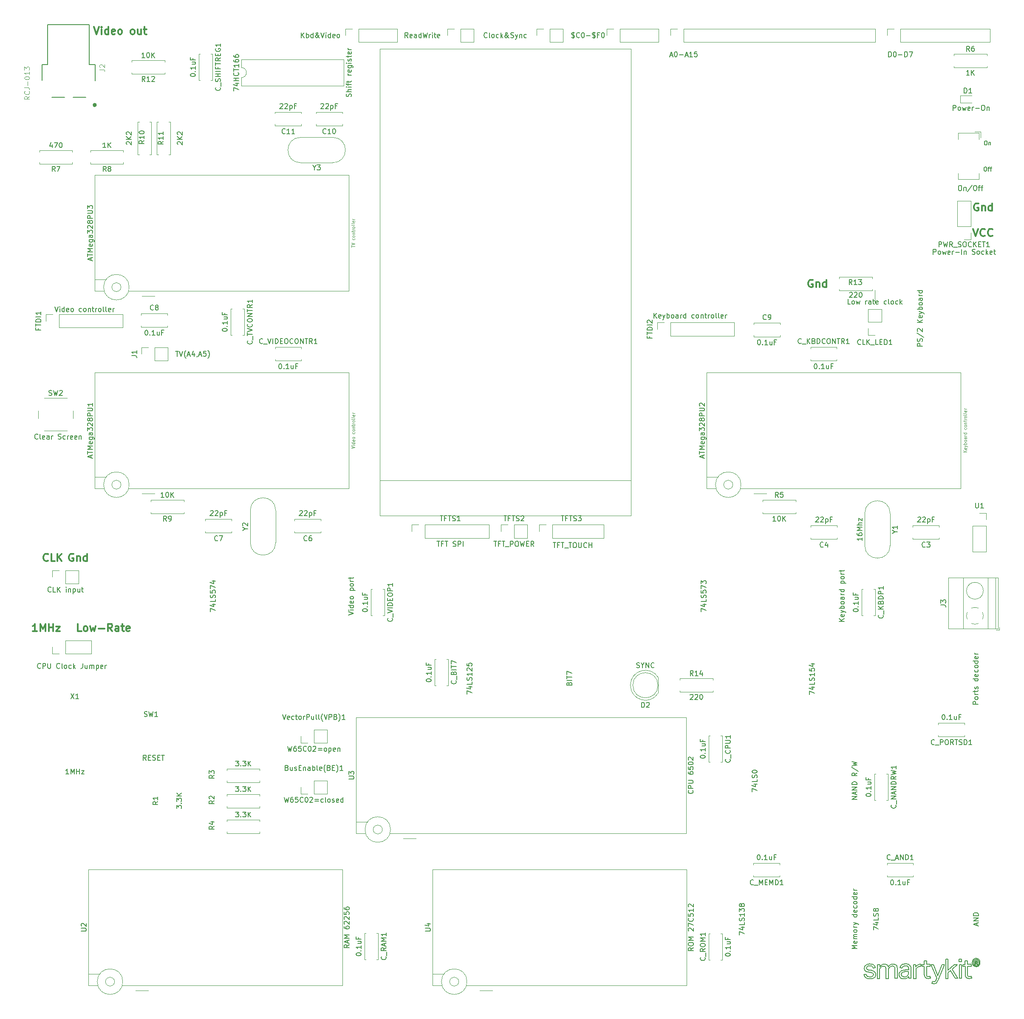
<source format=gto>
G04 #@! TF.GenerationSoftware,KiCad,Pcbnew,(5.1.7)-1*
G04 #@! TF.CreationDate,2020-12-04T08:14:49+03:00*
G04 #@! TF.ProjectId,SmartyKitPCB,536d6172-7479-44b6-9974-5043422e6b69,rev?*
G04 #@! TF.SameCoordinates,Original*
G04 #@! TF.FileFunction,Legend,Top*
G04 #@! TF.FilePolarity,Positive*
%FSLAX46Y46*%
G04 Gerber Fmt 4.6, Leading zero omitted, Abs format (unit mm)*
G04 Created by KiCad (PCBNEW (5.1.7)-1) date 2020-12-04 08:14:49*
%MOMM*%
%LPD*%
G01*
G04 APERTURE LIST*
%ADD10C,0.200000*%
%ADD11C,0.120000*%
%ADD12C,0.300000*%
%ADD13C,0.400000*%
%ADD14C,0.127000*%
%ADD15C,0.150000*%
%ADD16C,0.090000*%
%ADD17C,0.015000*%
G04 APERTURE END LIST*
D10*
X491845666Y-28771904D02*
X491998047Y-28771904D01*
X492074238Y-28810000D01*
X492150428Y-28886190D01*
X492188523Y-29038571D01*
X492188523Y-29305238D01*
X492150428Y-29457619D01*
X492074238Y-29533809D01*
X491998047Y-29571904D01*
X491845666Y-29571904D01*
X491769476Y-29533809D01*
X491693285Y-29457619D01*
X491655190Y-29305238D01*
X491655190Y-29038571D01*
X491693285Y-28886190D01*
X491769476Y-28810000D01*
X491845666Y-28771904D01*
X492417095Y-29038571D02*
X492721857Y-29038571D01*
X492531380Y-29571904D02*
X492531380Y-28886190D01*
X492569476Y-28810000D01*
X492645666Y-28771904D01*
X492721857Y-28771904D01*
X492874238Y-29038571D02*
X493179000Y-29038571D01*
X492988523Y-29571904D02*
X492988523Y-28886190D01*
X493026619Y-28810000D01*
X493102809Y-28771904D01*
X493179000Y-28771904D01*
X491940904Y-23564904D02*
X492093285Y-23564904D01*
X492169476Y-23603000D01*
X492245666Y-23679190D01*
X492283761Y-23831571D01*
X492283761Y-24098238D01*
X492245666Y-24250619D01*
X492169476Y-24326809D01*
X492093285Y-24364904D01*
X491940904Y-24364904D01*
X491864714Y-24326809D01*
X491788523Y-24250619D01*
X491750428Y-24098238D01*
X491750428Y-23831571D01*
X491788523Y-23679190D01*
X491864714Y-23603000D01*
X491940904Y-23564904D01*
X492626619Y-23831571D02*
X492626619Y-24364904D01*
X492626619Y-23907761D02*
X492664714Y-23869666D01*
X492740904Y-23831571D01*
X492855190Y-23831571D01*
X492931380Y-23869666D01*
X492969476Y-23945857D01*
X492969476Y-24364904D01*
X482017917Y-191505416D02*
X481816689Y-191551389D01*
X481816689Y-191551389D02*
X481700417Y-191558333D01*
X482388334Y-191108541D02*
X482284153Y-191282716D01*
X482284153Y-191282716D02*
X482229584Y-191346666D01*
X481250625Y-191478958D02*
X481382917Y-191108541D01*
X481700417Y-191558333D02*
X481499499Y-191542440D01*
X481499499Y-191542440D02*
X481462292Y-191531875D01*
X482229584Y-191346666D02*
X482069729Y-191473657D01*
X482069729Y-191473657D02*
X482017917Y-191505416D01*
X481462292Y-191531875D02*
X481265210Y-191483912D01*
X481265210Y-191483912D02*
X481250625Y-191478958D01*
X470852500Y-190526458D02*
X470376250Y-190526458D01*
X476488125Y-188171666D02*
X476318833Y-188063145D01*
X476318833Y-188063145D02*
X476107218Y-188016791D01*
X476107218Y-188016791D02*
X476011875Y-188012916D01*
X476646875Y-188674375D02*
X476631372Y-188473579D01*
X476631372Y-188473579D02*
X476564864Y-188274109D01*
X476564864Y-188274109D02*
X476488125Y-188171666D01*
X475191667Y-188991875D02*
X475378277Y-188913649D01*
X475378277Y-188913649D02*
X475581978Y-188869608D01*
X475581978Y-188869608D02*
X475641458Y-188859583D01*
X470376250Y-187748333D02*
X470482084Y-187748333D01*
X470376250Y-190526458D02*
X470376250Y-187748333D01*
X470852500Y-188886041D02*
X470852500Y-190526458D01*
X476250000Y-190447083D02*
X476058848Y-190523822D01*
X476058848Y-190523822D02*
X475856866Y-190567406D01*
X475856866Y-190567406D02*
X475667917Y-190579375D01*
X476620417Y-190129583D02*
X476480106Y-190277713D01*
X476480106Y-190277713D02*
X476311910Y-190407938D01*
X476311910Y-190407938D02*
X476250000Y-190447083D01*
X470931875Y-188515625D02*
X470865600Y-188707438D01*
X470865600Y-188707438D02*
X470852500Y-188886041D01*
X470482084Y-187748333D02*
X470482084Y-187748333D01*
X474741875Y-189732708D02*
X474766301Y-189521859D01*
X474766301Y-189521859D02*
X474845693Y-189325032D01*
X474845693Y-189325032D02*
X474874167Y-189282916D01*
X475297500Y-190526458D02*
X475105522Y-190445842D01*
X475105522Y-190445842D02*
X475006459Y-190367708D01*
X471117084Y-188303958D02*
X470986858Y-188456507D01*
X470986858Y-188456507D02*
X470931875Y-188515625D01*
X472863334Y-188277500D02*
X472723362Y-188422781D01*
X472723362Y-188422781D02*
X472678125Y-188489166D01*
X471990209Y-188224583D02*
X471810743Y-188111915D01*
X471810743Y-188111915D02*
X471619792Y-188092291D01*
X473127917Y-188118750D02*
X472943884Y-188210837D01*
X472943884Y-188210837D02*
X472863334Y-188277500D01*
X475667917Y-190579375D02*
X475461043Y-190560939D01*
X475461043Y-190560939D02*
X475297500Y-190526458D01*
X472678125Y-188489166D02*
X472606501Y-188681796D01*
X472606501Y-188681796D02*
X472598750Y-188780208D01*
X472122500Y-188727291D02*
X472107804Y-188521166D01*
X472107804Y-188521166D02*
X472050314Y-188315493D01*
X472050314Y-188315493D02*
X471990209Y-188224583D01*
X474874167Y-189282916D02*
X475013073Y-189127473D01*
X475013073Y-189127473D02*
X475179342Y-188999393D01*
X475179342Y-188999393D02*
X475191667Y-188991875D01*
X475641458Y-188859583D02*
X475846261Y-188829110D01*
X475846261Y-188829110D02*
X476049359Y-188810187D01*
X476049359Y-188810187D02*
X476170625Y-188806666D01*
X473895209Y-190500000D02*
X473895209Y-188700833D01*
X474821250Y-190103125D02*
X474754975Y-189903532D01*
X474754975Y-189903532D02*
X474741875Y-189732708D01*
X471619792Y-188092291D02*
X471421199Y-188124382D01*
X471421199Y-188124382D02*
X471236559Y-188215074D01*
X471236559Y-188215074D02*
X471117084Y-188303958D01*
X472598750Y-188780208D02*
X472598750Y-190526458D01*
X476646875Y-188780208D02*
X476646875Y-188674375D01*
X476170625Y-188806666D02*
X476646875Y-188780208D01*
X472122500Y-190526458D02*
X472122500Y-188727291D01*
X475535625Y-188118750D02*
X475397842Y-188273100D01*
X475397842Y-188273100D02*
X475323959Y-188409791D01*
X475006459Y-190367708D02*
X474870549Y-190212420D01*
X474870549Y-190212420D02*
X474821250Y-190103125D01*
X472598750Y-190526458D02*
X472122500Y-190526458D01*
X474371459Y-190500000D02*
X473895209Y-190500000D01*
X474371459Y-188595000D02*
X474371459Y-190500000D01*
X476011875Y-188012916D02*
X475796074Y-188025473D01*
X475796074Y-188025473D02*
X475600737Y-188079508D01*
X475600737Y-188079508D02*
X475535625Y-188118750D01*
X468365417Y-188171666D02*
X468259584Y-188303958D01*
X468180209Y-189706250D02*
X468180209Y-189706250D01*
X468471250Y-190526458D02*
X468276120Y-190466926D01*
X468276120Y-190466926D02*
X468100834Y-190367708D01*
X469900000Y-188092291D02*
X469977473Y-188281422D01*
X469977473Y-188281422D02*
X470005834Y-188383333D01*
X469423750Y-190526458D02*
X469220274Y-190571441D01*
X469220274Y-190571441D02*
X469015713Y-190579271D01*
X469015713Y-190579271D02*
X468947500Y-190579375D01*
X469767709Y-190367708D02*
X469595069Y-190471810D01*
X469595069Y-190471810D02*
X469423750Y-190526458D01*
X469979375Y-190103125D02*
X469867237Y-190277015D01*
X469867237Y-190277015D02*
X469767709Y-190367708D01*
X470058750Y-189785625D02*
X470030767Y-189985508D01*
X470030767Y-189985508D02*
X469979375Y-190103125D01*
X468259584Y-188621458D02*
X468338959Y-188727291D01*
X468338959Y-189177083D02*
X468146980Y-189096467D01*
X468146980Y-189096467D02*
X468047917Y-189018333D01*
X468233125Y-188462708D02*
X468259584Y-188621458D01*
X469714792Y-187854166D02*
X469850700Y-188002994D01*
X469850700Y-188002994D02*
X469900000Y-188092291D01*
X469582500Y-188462708D02*
X469503125Y-188277500D01*
X469159167Y-188912500D02*
X469355854Y-188954545D01*
X469355854Y-188954545D02*
X469550603Y-189019070D01*
X469550603Y-189019070D02*
X469745351Y-189120800D01*
X469745351Y-189120800D02*
X469847084Y-189203541D01*
X469503125Y-189468125D02*
X469344375Y-189362291D01*
X469608959Y-189759166D02*
X469582500Y-189600416D01*
X469397292Y-187695416D02*
X469585730Y-187770487D01*
X469585730Y-187770487D02*
X469714792Y-187854166D01*
X469450209Y-190076666D02*
X469578573Y-189917606D01*
X469578573Y-189917606D02*
X469608959Y-189759166D01*
X467862709Y-188780208D02*
X467811941Y-188578003D01*
X467811941Y-188578003D02*
X467809792Y-188462708D01*
X468947500Y-190208958D02*
X469148295Y-190194262D01*
X469148295Y-190194262D02*
X469347765Y-190136771D01*
X469347765Y-190136771D02*
X469450209Y-190076666D01*
X470482084Y-187748333D02*
X470931875Y-187748333D01*
X469185625Y-188065833D02*
X468984707Y-188039788D01*
X468984707Y-188039788D02*
X468894584Y-188039375D01*
X473392500Y-188065833D02*
X473193848Y-188101663D01*
X473193848Y-188101663D02*
X473127917Y-188118750D01*
X469847084Y-189203541D02*
X469972192Y-189376088D01*
X469972192Y-189376088D02*
X470040502Y-189580629D01*
X470040502Y-189580629D02*
X470058750Y-189785625D01*
X472598750Y-188198125D02*
X472736250Y-188043793D01*
X472736250Y-188043793D02*
X472893828Y-187896825D01*
X472893828Y-187896825D02*
X473022084Y-187801250D01*
X470005834Y-188383333D02*
X469582500Y-188462708D01*
X467730417Y-189679791D02*
X468180209Y-189706250D01*
X468762292Y-189282916D02*
X468553765Y-189242984D01*
X468553765Y-189242984D02*
X468351362Y-189181967D01*
X468351362Y-189181967D02*
X468338959Y-189177083D01*
X468894584Y-188039375D02*
X468686922Y-188044913D01*
X468686922Y-188044913D02*
X468577084Y-188065833D01*
X468259584Y-188303958D02*
X468233125Y-188462708D01*
X468047917Y-189018333D02*
X467907945Y-188863225D01*
X467907945Y-188863225D02*
X467862709Y-188780208D01*
X473604167Y-188092291D02*
X473399940Y-188065833D01*
X473399940Y-188065833D02*
X473392500Y-188065833D01*
X473868750Y-188383333D02*
X473772535Y-188203693D01*
X473772535Y-188203693D02*
X473762917Y-188198125D01*
X467889167Y-188118750D02*
X468011407Y-187952678D01*
X468011407Y-187952678D02*
X468127292Y-187854166D01*
X469344375Y-189362291D02*
X469144697Y-189344566D01*
X469144697Y-189344566D02*
X469106250Y-189335833D01*
X468894584Y-187642501D02*
X469095180Y-187650805D01*
X469095180Y-187650805D02*
X469306400Y-187678330D01*
X469306400Y-187678330D02*
X469397292Y-187695416D01*
X468180209Y-189706250D02*
X468238654Y-189905772D01*
X468238654Y-189905772D02*
X468371204Y-190070878D01*
X468371204Y-190070878D02*
X468418334Y-190103125D01*
X468127292Y-187854166D02*
X468299930Y-187750064D01*
X468299930Y-187750064D02*
X468471250Y-187695416D01*
X468418334Y-190103125D02*
X468620136Y-190179134D01*
X468620136Y-190179134D02*
X468831402Y-190205993D01*
X468831402Y-190205993D02*
X468947500Y-190208958D01*
X468947500Y-190579375D02*
X468739140Y-190566397D01*
X468739140Y-190566397D02*
X468530781Y-190536328D01*
X468530781Y-190536328D02*
X468471250Y-190526458D01*
X471355209Y-187801250D02*
X471539133Y-187719385D01*
X471539133Y-187719385D02*
X471746605Y-187671387D01*
X471746605Y-187671387D02*
X471805000Y-187668959D01*
X473022084Y-187801250D02*
X473209049Y-187724510D01*
X473209049Y-187724510D02*
X473417368Y-187676278D01*
X473417368Y-187676278D02*
X473524792Y-187668959D01*
X473762917Y-188198125D02*
X473604167Y-188092291D01*
X469370834Y-188145208D02*
X469185625Y-188065833D01*
X469582500Y-189600416D02*
X469503125Y-189468125D01*
X468471250Y-187695416D02*
X468669276Y-187660935D01*
X468669276Y-187660935D02*
X468869482Y-187642804D01*
X468869482Y-187642804D02*
X468894584Y-187642501D01*
X468100834Y-190367708D02*
X467940095Y-190237237D01*
X467940095Y-190237237D02*
X467836250Y-190103125D01*
X468497709Y-188806666D02*
X468696360Y-188856061D01*
X468696360Y-188856061D02*
X468762292Y-188859583D01*
X473895209Y-188700833D02*
X473889670Y-188493171D01*
X473889670Y-188493171D02*
X473868750Y-188383333D01*
X470931875Y-187748333D02*
X470931875Y-188171666D01*
X474159792Y-187880625D02*
X474279229Y-188052707D01*
X474279229Y-188052707D02*
X474341711Y-188247346D01*
X474341711Y-188247346D02*
X474367381Y-188451985D01*
X474367381Y-188451985D02*
X474371459Y-188595000D01*
X473524792Y-187668959D02*
X473735476Y-187687206D01*
X473735476Y-187687206D02*
X473940115Y-187747368D01*
X473940115Y-187747368D02*
X474129406Y-187856446D01*
X474129406Y-187856446D02*
X474159792Y-187880625D01*
X472307709Y-187801250D02*
X472464312Y-187947752D01*
X472464312Y-187947752D02*
X472568881Y-188131152D01*
X472568881Y-188131152D02*
X472598750Y-188198125D01*
X469503125Y-188277500D02*
X469370834Y-188145208D01*
X471805000Y-187668959D02*
X472005597Y-187686642D01*
X472005597Y-187686642D02*
X472203115Y-187747093D01*
X472203115Y-187747093D02*
X472307709Y-187801250D01*
X468762292Y-188859583D02*
X469159167Y-188912500D01*
X469106250Y-189335833D02*
X468762292Y-189282916D01*
X467836250Y-190103125D02*
X467753567Y-189911301D01*
X467753567Y-189911301D02*
X467730733Y-189709543D01*
X467730733Y-189709543D02*
X467730417Y-189679791D01*
X468338959Y-188727291D02*
X468497709Y-188806666D01*
X468577084Y-188065833D02*
X468392058Y-188148698D01*
X468392058Y-188148698D02*
X468365417Y-188171666D01*
X467809792Y-188462708D02*
X467837774Y-188257286D01*
X467837774Y-188257286D02*
X467889167Y-188118750D01*
X470931875Y-188171666D02*
X471069375Y-188018409D01*
X471069375Y-188018409D02*
X471226953Y-187880191D01*
X471226953Y-187880191D02*
X471355209Y-187801250D01*
X468180209Y-189706250D02*
X468180209Y-189706250D01*
X480192292Y-187721875D02*
X480933125Y-187721875D01*
X476382292Y-189997291D02*
X476517865Y-189842106D01*
X476517865Y-189842106D02*
X476597162Y-189649405D01*
X476597162Y-189649405D02*
X476620417Y-189441666D01*
X480192292Y-186981041D02*
X480192292Y-187721875D01*
X480562709Y-190156041D02*
X480764149Y-190134240D01*
X480764149Y-190134240D02*
X480774375Y-190129583D01*
X478075625Y-188886041D02*
X478075625Y-190526458D01*
X477599375Y-190526458D02*
X477599375Y-187748333D01*
X478049167Y-187748333D02*
X478049167Y-188171666D01*
X476620417Y-189124166D02*
X476620417Y-189124166D01*
X475191667Y-189732708D02*
X475237187Y-189935544D01*
X475237187Y-189935544D02*
X475323959Y-190076666D01*
X476620417Y-190129583D02*
X476620417Y-190129583D01*
X479716042Y-187748333D02*
X479716042Y-186981041D01*
X477070209Y-188251041D02*
X477104690Y-188451792D01*
X477104690Y-188451792D02*
X477122449Y-188656206D01*
X477122449Y-188656206D02*
X477123125Y-188700833D01*
X474900625Y-188356875D02*
X474959008Y-188152468D01*
X474959008Y-188152468D02*
X475061925Y-187969533D01*
X475061925Y-187969533D02*
X475214257Y-187833108D01*
X475214257Y-187833108D02*
X475271042Y-187801250D01*
X478948750Y-188118750D02*
X478842917Y-188118750D01*
X475323959Y-188409791D02*
X474900625Y-188356875D01*
X480774375Y-190500000D02*
X480572041Y-190525869D01*
X480572041Y-190525869D02*
X480483334Y-190526458D01*
X478842917Y-188118750D02*
X478641999Y-188152235D01*
X478641999Y-188152235D02*
X478578334Y-188171666D01*
X481012500Y-190447083D02*
X480811582Y-190498163D01*
X480811582Y-190498163D02*
X480774375Y-190500000D01*
X479292709Y-188118750D02*
X479292709Y-187748333D01*
X478155000Y-188568541D02*
X478085004Y-188758994D01*
X478085004Y-188758994D02*
X478075625Y-188886041D01*
X477599375Y-187748333D02*
X478049167Y-187748333D01*
X478049167Y-188171666D02*
X478181699Y-188002615D01*
X478181699Y-188002615D02*
X478348843Y-187866953D01*
X478348843Y-187866953D02*
X478419584Y-187827708D01*
X476170625Y-189150625D02*
X475958002Y-189161950D01*
X475958002Y-189161950D02*
X475758324Y-189191239D01*
X475758324Y-189191239D02*
X475694374Y-189203541D01*
X475323959Y-190076666D02*
X475499232Y-190176801D01*
X475499232Y-190176801D02*
X475708528Y-190208344D01*
X475708528Y-190208344D02*
X475747292Y-190208958D01*
X475244584Y-189494583D02*
X475193503Y-189695500D01*
X475193503Y-189695500D02*
X475191667Y-189732708D01*
X476038334Y-187616041D02*
X476238930Y-187625420D01*
X476238930Y-187625420D02*
X476436448Y-187660690D01*
X476436448Y-187660690D02*
X476541042Y-187695416D01*
X478578334Y-188171666D02*
X478395648Y-188269722D01*
X478395648Y-188269722D02*
X478340209Y-188330416D01*
X481382917Y-191108541D02*
X481583798Y-191153153D01*
X481583798Y-191153153D02*
X481673959Y-191161458D01*
X477123125Y-188700833D02*
X477123125Y-190500000D01*
X476885000Y-187907083D02*
X477003570Y-188070456D01*
X477003570Y-188070456D02*
X477070209Y-188251041D01*
X480933125Y-187721875D02*
X480933125Y-188092291D01*
X479716042Y-186981041D02*
X480192292Y-186981041D01*
X479292709Y-187748333D02*
X479716042Y-187748333D01*
X480192292Y-189706250D02*
X480220274Y-189913911D01*
X480220274Y-189913911D02*
X480271667Y-190023750D01*
X477599375Y-187748333D02*
X477599375Y-187748333D01*
X480271667Y-190023750D02*
X480436737Y-190138357D01*
X480436737Y-190138357D02*
X480562709Y-190156041D01*
X475747292Y-190208958D02*
X475957976Y-190190710D01*
X475957976Y-190190710D02*
X476162615Y-190130547D01*
X476162615Y-190130547D02*
X476351906Y-190021469D01*
X476351906Y-190021469D02*
X476382292Y-189997291D01*
X476620417Y-189124166D02*
X476170625Y-189150625D01*
X476673334Y-190500000D02*
X476673334Y-190129583D01*
X481673959Y-191161458D02*
X481875044Y-191123941D01*
X481875044Y-191123941D02*
X481938542Y-191082083D01*
X480933125Y-190076666D02*
X481012500Y-190447083D01*
X480192292Y-188092291D02*
X480192292Y-189706250D01*
X479768959Y-189944375D02*
X479744715Y-189740666D01*
X479744715Y-189740666D02*
X479742500Y-189547500D01*
X476620417Y-189441666D02*
X476620417Y-189124166D01*
X476673334Y-190129583D02*
X476620417Y-190129583D01*
X479716042Y-188118750D02*
X479292709Y-188118750D01*
X480933125Y-188092291D02*
X480192292Y-188092291D01*
X478075625Y-190526458D02*
X477599375Y-190526458D01*
X478340209Y-188330416D02*
X478210645Y-188486685D01*
X478210645Y-188486685D02*
X478155000Y-188568541D01*
X479054584Y-188145208D02*
X478948750Y-188118750D01*
X478869375Y-187695416D02*
X479074944Y-187709607D01*
X479074944Y-187709607D02*
X479107500Y-187721875D01*
X475271042Y-187801250D02*
X475467121Y-187711397D01*
X475467121Y-187711397D02*
X475679354Y-187651793D01*
X475679354Y-187651793D02*
X475893482Y-187621652D01*
X475893482Y-187621652D02*
X476038334Y-187616041D01*
X478419584Y-187827708D02*
X478606193Y-187740936D01*
X478606193Y-187740936D02*
X478809895Y-187697844D01*
X478809895Y-187697844D02*
X478869375Y-187695416D01*
X475403333Y-189309375D02*
X475262257Y-189452550D01*
X475262257Y-189452550D02*
X475244584Y-189494583D01*
X477123125Y-190500000D02*
X476673334Y-190500000D01*
X475694374Y-189203541D02*
X475503619Y-189267576D01*
X475503619Y-189267576D02*
X475403333Y-189309375D01*
X480774375Y-190129583D02*
X480933125Y-190076666D01*
X479107500Y-187721875D02*
X479054584Y-188145208D01*
X476541042Y-187695416D02*
X476722943Y-187781406D01*
X476722943Y-187781406D02*
X476885000Y-187907083D01*
X479874792Y-190261875D02*
X479785567Y-190071421D01*
X479785567Y-190071421D02*
X479768959Y-189944375D01*
X480112917Y-190447083D02*
X479938741Y-190335425D01*
X479938741Y-190335425D02*
X479874792Y-190261875D01*
X480483334Y-190526458D02*
X480280257Y-190509017D01*
X480280257Y-190509017D02*
X480112917Y-190447083D01*
X490061250Y-187139791D02*
X489955417Y-187139791D01*
X489955417Y-187325000D02*
X490087709Y-187325000D01*
X489373334Y-187007500D02*
X489471358Y-186825846D01*
X489471358Y-186825846D02*
X489532084Y-186742916D01*
X489955417Y-187139791D02*
X489955417Y-187325000D01*
X489796667Y-186981041D02*
X489796667Y-186981041D01*
X490087709Y-188012916D02*
X490087709Y-188012916D01*
X490087709Y-187325000D02*
X490193542Y-187298541D01*
X489505625Y-187377916D02*
X489527949Y-187586740D01*
X489527949Y-187586740D02*
X489610424Y-187779228D01*
X489610424Y-187779228D02*
X489664375Y-187854166D01*
X489981875Y-187748333D02*
X489796667Y-187748333D01*
X490272917Y-187430833D02*
X490431667Y-187748333D01*
X490378750Y-187351458D02*
X490272917Y-187430833D01*
X490775625Y-187695416D02*
X490677600Y-187877069D01*
X490677600Y-187877069D02*
X490616875Y-187960000D01*
X490246459Y-187748333D02*
X490114167Y-187457291D01*
X490193542Y-187166250D02*
X490061250Y-187139791D01*
X490616875Y-187960000D02*
X490453164Y-188086193D01*
X490453164Y-188086193D02*
X490378750Y-188118750D01*
X490193542Y-187298541D02*
X490220000Y-187219166D01*
X490352292Y-187060416D02*
X490405209Y-187139791D01*
X490087709Y-186981041D02*
X490246459Y-187007500D01*
X489664375Y-187854166D02*
X489833369Y-187968112D01*
X489833369Y-187968112D02*
X490036992Y-188011520D01*
X490036992Y-188011520D02*
X490087709Y-188012916D01*
X490669792Y-187377916D02*
X490647467Y-187169091D01*
X490647467Y-187169091D02*
X490564992Y-186976603D01*
X490564992Y-186976603D02*
X490511042Y-186901666D01*
X489320417Y-187351458D02*
X489340822Y-187148621D01*
X489340822Y-187148621D02*
X489373334Y-187007500D01*
X489664375Y-186901666D02*
X489555854Y-187070958D01*
X489555854Y-187070958D02*
X489509500Y-187282573D01*
X489509500Y-187282573D02*
X489505625Y-187377916D01*
X490378750Y-186584166D02*
X490559514Y-186676253D01*
X490559514Y-186676253D02*
X490616875Y-186742916D01*
X490378750Y-188118750D02*
X490176416Y-188170488D01*
X490176416Y-188170488D02*
X490087709Y-188171666D01*
X490511042Y-187854166D02*
X490619562Y-187684874D01*
X490619562Y-187684874D02*
X490665916Y-187473259D01*
X490665916Y-187473259D02*
X490669792Y-187377916D01*
X490114167Y-187457291D02*
X489981875Y-187457291D01*
X489373334Y-187695416D02*
X489330183Y-187490519D01*
X489330183Y-187490519D02*
X489320417Y-187351458D01*
X490405209Y-187219166D02*
X490378750Y-187351458D01*
X489796667Y-187748333D02*
X489796667Y-186981041D01*
X490087709Y-187325000D02*
X490087709Y-187325000D01*
X490616875Y-186742916D02*
X490726015Y-186915224D01*
X490726015Y-186915224D02*
X490775625Y-187007500D01*
X490220000Y-187219166D02*
X490193542Y-187166250D01*
X490087709Y-188171666D02*
X490087709Y-188171666D01*
X490775625Y-187007500D02*
X490818775Y-187212396D01*
X490818775Y-187212396D02*
X490828542Y-187351458D01*
X487918125Y-188118750D02*
X487891667Y-188118750D01*
X489796667Y-186981041D02*
X490087709Y-186981041D01*
X489981875Y-187457291D02*
X489981875Y-187748333D01*
X490405209Y-187139791D02*
X490405209Y-187219166D01*
X490246459Y-187007500D02*
X490352292Y-187060416D01*
X490087709Y-188012916D02*
X490291637Y-187982530D01*
X490291637Y-187982530D02*
X490479924Y-187882536D01*
X490479924Y-187882536D02*
X490511042Y-187854166D01*
X489532084Y-187960000D02*
X489409998Y-187796252D01*
X489409998Y-187796252D02*
X489373334Y-187695416D01*
X490087709Y-186742916D02*
X489883780Y-186773301D01*
X489883780Y-186773301D02*
X489695492Y-186873295D01*
X489695492Y-186873295D02*
X489664375Y-186901666D01*
X487918125Y-189547500D02*
X487918125Y-188118750D01*
X490828542Y-187351458D02*
X490808136Y-187554294D01*
X490808136Y-187554294D02*
X490775625Y-187695416D01*
X489532084Y-186742916D02*
X489695794Y-186616722D01*
X489695794Y-186616722D02*
X489770209Y-186584166D01*
X489770209Y-188118750D02*
X489589444Y-188026662D01*
X489589444Y-188026662D02*
X489532084Y-187960000D01*
X490087709Y-188171666D02*
X489879349Y-188144960D01*
X489879349Y-188144960D02*
X489770209Y-188118750D01*
X490511042Y-186901666D02*
X490342048Y-186787719D01*
X490342048Y-186787719D02*
X490138425Y-186744311D01*
X490138425Y-186744311D02*
X490087709Y-186742916D01*
X487891667Y-188118750D02*
X487891667Y-188118750D01*
X490061250Y-186531250D02*
X490269609Y-186557955D01*
X490269609Y-186557955D02*
X490378750Y-186584166D01*
X489770209Y-186584166D02*
X489972542Y-186536939D01*
X489972542Y-186536939D02*
X490061250Y-186531250D01*
X490431667Y-187748333D02*
X490246459Y-187748333D01*
X483261459Y-187774791D02*
X483764167Y-187774791D01*
X484478542Y-186690000D02*
X484478542Y-188912500D01*
X489108750Y-188092291D02*
X488367917Y-188092291D01*
X479742500Y-189547500D02*
X479742500Y-188118750D01*
X488367917Y-189706250D02*
X488395899Y-189913911D01*
X488395899Y-189913911D02*
X488447292Y-190023750D01*
X486330625Y-187748333D02*
X485351667Y-188674375D01*
X485775000Y-187748333D02*
X486330625Y-187748333D01*
X479716042Y-188118750D02*
X479716042Y-188118750D01*
X481594584Y-187774791D02*
X482467709Y-189944375D01*
X489188125Y-190447083D02*
X488987207Y-190498163D01*
X488987207Y-190498163D02*
X488950000Y-190500000D01*
X488367917Y-188092291D02*
X488367917Y-189706250D01*
X489108750Y-187721875D02*
X489108750Y-188092291D01*
X485351667Y-188674375D02*
X486436459Y-190500000D01*
X488367917Y-187721875D02*
X489108750Y-187721875D01*
X487468334Y-187748333D02*
X487891667Y-187748333D01*
X487203750Y-186690000D02*
X487203750Y-187219166D01*
X484028750Y-186690000D02*
X484028750Y-186690000D01*
X484452084Y-190526458D02*
X484002292Y-190526458D01*
X487468334Y-188118750D02*
X487468334Y-187748333D01*
X487891667Y-188118750D02*
X487468334Y-188118750D01*
X488950000Y-190129583D02*
X489108750Y-190076666D01*
X481382917Y-191108541D02*
X481382917Y-191108541D01*
X487203750Y-187219166D02*
X486701042Y-187219166D01*
X484028750Y-186690000D02*
X484028750Y-186690000D01*
X481065417Y-187774791D02*
X481594584Y-187774791D01*
X482229584Y-190473541D02*
X481065417Y-187774791D01*
X488447292Y-190023750D02*
X488612362Y-190138357D01*
X488612362Y-190138357D02*
X488738334Y-190156041D01*
X486436459Y-190500000D02*
X485907292Y-190500000D01*
X486701042Y-187219166D02*
X486701042Y-186690000D01*
X484452084Y-189415208D02*
X484452084Y-190526458D01*
X482123750Y-190764583D02*
X482229584Y-190473541D01*
X486727500Y-187748333D02*
X486727500Y-187748333D01*
X486727500Y-190500000D02*
X486727500Y-187748333D01*
X482547084Y-190791041D02*
X482462747Y-190979479D01*
X482462747Y-190979479D02*
X482388334Y-191108541D01*
X486701042Y-186690000D02*
X486701042Y-186690000D01*
X485907292Y-190500000D02*
X484981250Y-188938958D01*
X484478542Y-188912500D02*
X485775000Y-187748333D01*
X488367917Y-186981041D02*
X488367917Y-187721875D01*
X487203750Y-190500000D02*
X486727500Y-190500000D01*
X483764167Y-187774791D02*
X482547084Y-190791041D01*
X481938542Y-191082083D02*
X482061950Y-190909535D01*
X482061950Y-190909535D02*
X482123750Y-190764583D01*
X484002292Y-190526458D02*
X484028750Y-186690000D01*
X489108750Y-190076666D02*
X489188125Y-190447083D01*
X487944584Y-189944375D02*
X487920340Y-189740666D01*
X487920340Y-189740666D02*
X487918125Y-189547500D01*
X479742500Y-188118750D02*
X479716042Y-188118750D01*
X488050417Y-190261875D02*
X487961192Y-190071421D01*
X487961192Y-190071421D02*
X487944584Y-189944375D01*
X488288542Y-190447083D02*
X488114366Y-190335425D01*
X488114366Y-190335425D02*
X488050417Y-190261875D01*
X484028750Y-186690000D02*
X484478542Y-186690000D01*
X482467709Y-189944375D02*
X483261459Y-187774791D01*
X484981250Y-188938958D02*
X484452084Y-189415208D01*
X488658959Y-190526458D02*
X488455882Y-190509017D01*
X488455882Y-190509017D02*
X488288542Y-190447083D01*
X487891667Y-186981041D02*
X488367917Y-186981041D01*
X487891667Y-187748333D02*
X487891667Y-186981041D01*
X486701042Y-186690000D02*
X487203750Y-186690000D01*
X487203750Y-187748333D02*
X487203750Y-190500000D01*
X486727500Y-187748333D02*
X487203750Y-187748333D01*
X488738334Y-190156041D02*
X488939774Y-190134240D01*
X488939774Y-190134240D02*
X488950000Y-190129583D01*
X488950000Y-190500000D02*
X488747666Y-190525869D01*
X488747666Y-190525869D02*
X488658959Y-190526458D01*
D11*
X469900000Y-53340000D02*
X469900000Y-55880000D01*
D12*
X457505714Y-51320000D02*
X457362857Y-51248571D01*
X457148571Y-51248571D01*
X456934285Y-51320000D01*
X456791428Y-51462857D01*
X456720000Y-51605714D01*
X456648571Y-51891428D01*
X456648571Y-52105714D01*
X456720000Y-52391428D01*
X456791428Y-52534285D01*
X456934285Y-52677142D01*
X457148571Y-52748571D01*
X457291428Y-52748571D01*
X457505714Y-52677142D01*
X457577142Y-52605714D01*
X457577142Y-52105714D01*
X457291428Y-52105714D01*
X458220000Y-51748571D02*
X458220000Y-52748571D01*
X458220000Y-51891428D02*
X458291428Y-51820000D01*
X458434285Y-51748571D01*
X458648571Y-51748571D01*
X458791428Y-51820000D01*
X458862857Y-51962857D01*
X458862857Y-52748571D01*
X460220000Y-52748571D02*
X460220000Y-51248571D01*
X460220000Y-52677142D02*
X460077142Y-52748571D01*
X459791428Y-52748571D01*
X459648571Y-52677142D01*
X459577142Y-52605714D01*
X459505714Y-52462857D01*
X459505714Y-52034285D01*
X459577142Y-51891428D01*
X459648571Y-51820000D01*
X459791428Y-51748571D01*
X460077142Y-51748571D01*
X460220000Y-51820000D01*
X490525714Y-36080000D02*
X490382857Y-36008571D01*
X490168571Y-36008571D01*
X489954285Y-36080000D01*
X489811428Y-36222857D01*
X489740000Y-36365714D01*
X489668571Y-36651428D01*
X489668571Y-36865714D01*
X489740000Y-37151428D01*
X489811428Y-37294285D01*
X489954285Y-37437142D01*
X490168571Y-37508571D01*
X490311428Y-37508571D01*
X490525714Y-37437142D01*
X490597142Y-37365714D01*
X490597142Y-36865714D01*
X490311428Y-36865714D01*
X491240000Y-36508571D02*
X491240000Y-37508571D01*
X491240000Y-36651428D02*
X491311428Y-36580000D01*
X491454285Y-36508571D01*
X491668571Y-36508571D01*
X491811428Y-36580000D01*
X491882857Y-36722857D01*
X491882857Y-37508571D01*
X493240000Y-37508571D02*
X493240000Y-36008571D01*
X493240000Y-37437142D02*
X493097142Y-37508571D01*
X492811428Y-37508571D01*
X492668571Y-37437142D01*
X492597142Y-37365714D01*
X492525714Y-37222857D01*
X492525714Y-36794285D01*
X492597142Y-36651428D01*
X492668571Y-36580000D01*
X492811428Y-36508571D01*
X493097142Y-36508571D01*
X493240000Y-36580000D01*
X489490000Y-41088571D02*
X489990000Y-42588571D01*
X490490000Y-41088571D01*
X491847142Y-42445714D02*
X491775714Y-42517142D01*
X491561428Y-42588571D01*
X491418571Y-42588571D01*
X491204285Y-42517142D01*
X491061428Y-42374285D01*
X490990000Y-42231428D01*
X490918571Y-41945714D01*
X490918571Y-41731428D01*
X490990000Y-41445714D01*
X491061428Y-41302857D01*
X491204285Y-41160000D01*
X491418571Y-41088571D01*
X491561428Y-41088571D01*
X491775714Y-41160000D01*
X491847142Y-41231428D01*
X493347142Y-42445714D02*
X493275714Y-42517142D01*
X493061428Y-42588571D01*
X492918571Y-42588571D01*
X492704285Y-42517142D01*
X492561428Y-42374285D01*
X492490000Y-42231428D01*
X492418571Y-41945714D01*
X492418571Y-41731428D01*
X492490000Y-41445714D01*
X492561428Y-41302857D01*
X492704285Y-41160000D01*
X492918571Y-41088571D01*
X493061428Y-41088571D01*
X493275714Y-41160000D01*
X493347142Y-41231428D01*
X314317714Y-829571D02*
X314817714Y-2329571D01*
X315317714Y-829571D01*
X315817714Y-2329571D02*
X315817714Y-1329571D01*
X315817714Y-829571D02*
X315746285Y-901000D01*
X315817714Y-972428D01*
X315889142Y-901000D01*
X315817714Y-829571D01*
X315817714Y-972428D01*
X317174857Y-2329571D02*
X317174857Y-829571D01*
X317174857Y-2258142D02*
X317032000Y-2329571D01*
X316746285Y-2329571D01*
X316603428Y-2258142D01*
X316532000Y-2186714D01*
X316460571Y-2043857D01*
X316460571Y-1615285D01*
X316532000Y-1472428D01*
X316603428Y-1401000D01*
X316746285Y-1329571D01*
X317032000Y-1329571D01*
X317174857Y-1401000D01*
X318460571Y-2258142D02*
X318317714Y-2329571D01*
X318032000Y-2329571D01*
X317889142Y-2258142D01*
X317817714Y-2115285D01*
X317817714Y-1543857D01*
X317889142Y-1401000D01*
X318032000Y-1329571D01*
X318317714Y-1329571D01*
X318460571Y-1401000D01*
X318532000Y-1543857D01*
X318532000Y-1686714D01*
X317817714Y-1829571D01*
X319389142Y-2329571D02*
X319246285Y-2258142D01*
X319174857Y-2186714D01*
X319103428Y-2043857D01*
X319103428Y-1615285D01*
X319174857Y-1472428D01*
X319246285Y-1401000D01*
X319389142Y-1329571D01*
X319603428Y-1329571D01*
X319746285Y-1401000D01*
X319817714Y-1472428D01*
X319889142Y-1615285D01*
X319889142Y-2043857D01*
X319817714Y-2186714D01*
X319746285Y-2258142D01*
X319603428Y-2329571D01*
X319389142Y-2329571D01*
X321889142Y-2329571D02*
X321746285Y-2258142D01*
X321674857Y-2186714D01*
X321603428Y-2043857D01*
X321603428Y-1615285D01*
X321674857Y-1472428D01*
X321746285Y-1401000D01*
X321889142Y-1329571D01*
X322103428Y-1329571D01*
X322246285Y-1401000D01*
X322317714Y-1472428D01*
X322389142Y-1615285D01*
X322389142Y-2043857D01*
X322317714Y-2186714D01*
X322246285Y-2258142D01*
X322103428Y-2329571D01*
X321889142Y-2329571D01*
X323674857Y-1329571D02*
X323674857Y-2329571D01*
X323032000Y-1329571D02*
X323032000Y-2115285D01*
X323103428Y-2258142D01*
X323246285Y-2329571D01*
X323460571Y-2329571D01*
X323603428Y-2258142D01*
X323674857Y-2186714D01*
X324174857Y-1329571D02*
X324746285Y-1329571D01*
X324389142Y-829571D02*
X324389142Y-2115285D01*
X324460571Y-2258142D01*
X324603428Y-2329571D01*
X324746285Y-2329571D01*
X310185714Y-105930000D02*
X310042857Y-105858571D01*
X309828571Y-105858571D01*
X309614285Y-105930000D01*
X309471428Y-106072857D01*
X309400000Y-106215714D01*
X309328571Y-106501428D01*
X309328571Y-106715714D01*
X309400000Y-107001428D01*
X309471428Y-107144285D01*
X309614285Y-107287142D01*
X309828571Y-107358571D01*
X309971428Y-107358571D01*
X310185714Y-107287142D01*
X310257142Y-107215714D01*
X310257142Y-106715714D01*
X309971428Y-106715714D01*
X310900000Y-106358571D02*
X310900000Y-107358571D01*
X310900000Y-106501428D02*
X310971428Y-106430000D01*
X311114285Y-106358571D01*
X311328571Y-106358571D01*
X311471428Y-106430000D01*
X311542857Y-106572857D01*
X311542857Y-107358571D01*
X312900000Y-107358571D02*
X312900000Y-105858571D01*
X312900000Y-107287142D02*
X312757142Y-107358571D01*
X312471428Y-107358571D01*
X312328571Y-107287142D01*
X312257142Y-107215714D01*
X312185714Y-107072857D01*
X312185714Y-106644285D01*
X312257142Y-106501428D01*
X312328571Y-106430000D01*
X312471428Y-106358571D01*
X312757142Y-106358571D01*
X312900000Y-106430000D01*
X305177142Y-107215714D02*
X305105714Y-107287142D01*
X304891428Y-107358571D01*
X304748571Y-107358571D01*
X304534285Y-107287142D01*
X304391428Y-107144285D01*
X304320000Y-107001428D01*
X304248571Y-106715714D01*
X304248571Y-106501428D01*
X304320000Y-106215714D01*
X304391428Y-106072857D01*
X304534285Y-105930000D01*
X304748571Y-105858571D01*
X304891428Y-105858571D01*
X305105714Y-105930000D01*
X305177142Y-106001428D01*
X306534285Y-107358571D02*
X305820000Y-107358571D01*
X305820000Y-105858571D01*
X307034285Y-107358571D02*
X307034285Y-105858571D01*
X307891428Y-107358571D02*
X307248571Y-106501428D01*
X307891428Y-105858571D02*
X307034285Y-106715714D01*
X311801428Y-121328571D02*
X311087142Y-121328571D01*
X311087142Y-119828571D01*
X312515714Y-121328571D02*
X312372857Y-121257142D01*
X312301428Y-121185714D01*
X312230000Y-121042857D01*
X312230000Y-120614285D01*
X312301428Y-120471428D01*
X312372857Y-120400000D01*
X312515714Y-120328571D01*
X312730000Y-120328571D01*
X312872857Y-120400000D01*
X312944285Y-120471428D01*
X313015714Y-120614285D01*
X313015714Y-121042857D01*
X312944285Y-121185714D01*
X312872857Y-121257142D01*
X312730000Y-121328571D01*
X312515714Y-121328571D01*
X313515714Y-120328571D02*
X313801428Y-121328571D01*
X314087142Y-120614285D01*
X314372857Y-121328571D01*
X314658571Y-120328571D01*
X315230000Y-120757142D02*
X316372857Y-120757142D01*
X317944285Y-121328571D02*
X317444285Y-120614285D01*
X317087142Y-121328571D02*
X317087142Y-119828571D01*
X317658571Y-119828571D01*
X317801428Y-119900000D01*
X317872857Y-119971428D01*
X317944285Y-120114285D01*
X317944285Y-120328571D01*
X317872857Y-120471428D01*
X317801428Y-120542857D01*
X317658571Y-120614285D01*
X317087142Y-120614285D01*
X319230000Y-121328571D02*
X319230000Y-120542857D01*
X319158571Y-120400000D01*
X319015714Y-120328571D01*
X318730000Y-120328571D01*
X318587142Y-120400000D01*
X319230000Y-121257142D02*
X319087142Y-121328571D01*
X318730000Y-121328571D01*
X318587142Y-121257142D01*
X318515714Y-121114285D01*
X318515714Y-120971428D01*
X318587142Y-120828571D01*
X318730000Y-120757142D01*
X319087142Y-120757142D01*
X319230000Y-120685714D01*
X319730000Y-120328571D02*
X320301428Y-120328571D01*
X319944285Y-119828571D02*
X319944285Y-121114285D01*
X320015714Y-121257142D01*
X320158571Y-121328571D01*
X320301428Y-121328571D01*
X321372857Y-121257142D02*
X321230000Y-121328571D01*
X320944285Y-121328571D01*
X320801428Y-121257142D01*
X320730000Y-121114285D01*
X320730000Y-120542857D01*
X320801428Y-120400000D01*
X320944285Y-120328571D01*
X321230000Y-120328571D01*
X321372857Y-120400000D01*
X321444285Y-120542857D01*
X321444285Y-120685714D01*
X320730000Y-120828571D01*
X302978571Y-121333571D02*
X302121428Y-121333571D01*
X302550000Y-121333571D02*
X302550000Y-119833571D01*
X302407142Y-120047857D01*
X302264285Y-120190714D01*
X302121428Y-120262142D01*
X303621428Y-121333571D02*
X303621428Y-119833571D01*
X304121428Y-120905000D01*
X304621428Y-119833571D01*
X304621428Y-121333571D01*
X305335714Y-121333571D02*
X305335714Y-119833571D01*
X305335714Y-120547857D02*
X306192857Y-120547857D01*
X306192857Y-121333571D02*
X306192857Y-119833571D01*
X306764285Y-120333571D02*
X307550000Y-120333571D01*
X306764285Y-121333571D01*
X307550000Y-121333571D01*
D11*
X371270000Y-98254000D02*
X371270000Y-91254000D01*
X421270000Y-98254000D02*
X371270000Y-98254000D01*
X421270000Y-91254000D02*
X421270000Y-98254000D01*
X371270000Y-91254000D02*
X371270000Y-5254000D01*
X421270000Y-91254000D02*
X371270000Y-91254000D01*
X421270000Y-5254000D02*
X421270000Y-91254000D01*
X371270000Y-90254000D02*
X371270000Y-5254000D01*
X421270000Y-5254000D02*
X421270000Y-90254000D01*
X371270000Y-5254000D02*
X421270000Y-5254000D01*
X491519000Y-113237000D02*
G75*
G03*
X491519000Y-113237000I-1680000J0D01*
G01*
X493939000Y-120797000D02*
X493939000Y-110677000D01*
X492439000Y-120797000D02*
X492439000Y-110677000D01*
X487538000Y-120797000D02*
X487538000Y-110677000D01*
X484578000Y-120797000D02*
X484578000Y-110677000D01*
X494499000Y-120797000D02*
X494499000Y-110677000D01*
X484578000Y-120797000D02*
X494499000Y-120797000D01*
X484578000Y-110677000D02*
X494499000Y-110677000D01*
X488770000Y-111962000D02*
X488816000Y-112009000D01*
X491078000Y-114271000D02*
X491113000Y-114306000D01*
X488564000Y-112167000D02*
X488600000Y-112202000D01*
X490862000Y-114464000D02*
X490908000Y-114511000D01*
X493999000Y-121037000D02*
X494739000Y-121037000D01*
X494739000Y-121037000D02*
X494739000Y-120537000D01*
X491519253Y-118208195D02*
G75*
G02*
X491374000Y-118921000I-1680253J-28805D01*
G01*
X490522042Y-119772426D02*
G75*
G02*
X489155000Y-119772000I-683042J1535426D01*
G01*
X488303574Y-118920042D02*
G75*
G02*
X488304000Y-117553000I1535426J683042D01*
G01*
X489155958Y-116701574D02*
G75*
G02*
X490523000Y-116702000I683042J-1535426D01*
G01*
X491373756Y-117553682D02*
G75*
G02*
X491519000Y-118237000I-1534756J-683318D01*
G01*
X490728000Y-97730000D02*
X492058000Y-97730000D01*
X492058000Y-97730000D02*
X492058000Y-99060000D01*
X492058000Y-100330000D02*
X492058000Y-105470000D01*
X489398000Y-105470000D02*
X492058000Y-105470000D01*
X489398000Y-100330000D02*
X489398000Y-105470000D01*
X489398000Y-100330000D02*
X492058000Y-100330000D01*
X486957000Y-15975000D02*
X489242000Y-15975000D01*
X486957000Y-14505000D02*
X486957000Y-15975000D01*
X489242000Y-14505000D02*
X486957000Y-14505000D01*
X373402000Y-160840000D02*
G75*
G03*
X373402000Y-160840000I-2550000J0D01*
G01*
X371752000Y-160840000D02*
G75*
G03*
X371752000Y-160840000I-900000J0D01*
G01*
X373302000Y-161570000D02*
X432342000Y-161570000D01*
X432342000Y-161570000D02*
X432342000Y-138470000D01*
X432342000Y-138470000D02*
X366542000Y-138470000D01*
X366542000Y-138470000D02*
X366542000Y-161570000D01*
X366542000Y-161570000D02*
X368402000Y-161570000D01*
X366542000Y-159290000D02*
X368802000Y-159290000D01*
X378472000Y-162590000D02*
X375932000Y-162590000D01*
X320050000Y-191160000D02*
G75*
G03*
X320050000Y-191160000I-2550000J0D01*
G01*
X318400000Y-191160000D02*
G75*
G03*
X318400000Y-191160000I-900000J0D01*
G01*
X319950000Y-191890000D02*
X363790000Y-191890000D01*
X363790000Y-191890000D02*
X363790000Y-168790000D01*
X363790000Y-168790000D02*
X313190000Y-168790000D01*
X313190000Y-168790000D02*
X313190000Y-191890000D01*
X313190000Y-191890000D02*
X315050000Y-191890000D01*
X313190000Y-189610000D02*
X315450000Y-189610000D01*
X325120000Y-192910000D02*
X322580000Y-192910000D01*
X321320000Y-52730000D02*
G75*
G03*
X321320000Y-52730000I-2550000J0D01*
G01*
X319670000Y-52730000D02*
G75*
G03*
X319670000Y-52730000I-900000J0D01*
G01*
X321220000Y-53460000D02*
X365060000Y-53460000D01*
X365060000Y-53460000D02*
X365060000Y-30360000D01*
X365060000Y-30360000D02*
X314460000Y-30360000D01*
X314460000Y-30360000D02*
X314460000Y-53460000D01*
X314460000Y-53460000D02*
X316320000Y-53460000D01*
X314460000Y-51180000D02*
X316720000Y-51180000D01*
X326390000Y-54480000D02*
X323850000Y-54480000D01*
X443240000Y-92100000D02*
G75*
G03*
X443240000Y-92100000I-2550000J0D01*
G01*
X441590000Y-92100000D02*
G75*
G03*
X441590000Y-92100000I-900000J0D01*
G01*
X443140000Y-92830000D02*
X486980000Y-92830000D01*
X486980000Y-92830000D02*
X486980000Y-69730000D01*
X486980000Y-69730000D02*
X436380000Y-69730000D01*
X436380000Y-69730000D02*
X436380000Y-92830000D01*
X436380000Y-92830000D02*
X438240000Y-92830000D01*
X436380000Y-90550000D02*
X438640000Y-90550000D01*
X448310000Y-93850000D02*
X445770000Y-93850000D01*
X321320000Y-92100000D02*
G75*
G03*
X321320000Y-92100000I-2550000J0D01*
G01*
X319670000Y-92100000D02*
G75*
G03*
X319670000Y-92100000I-900000J0D01*
G01*
X321220000Y-92830000D02*
X365060000Y-92830000D01*
X365060000Y-92830000D02*
X365060000Y-69730000D01*
X365060000Y-69730000D02*
X314460000Y-69730000D01*
X314460000Y-69730000D02*
X314460000Y-92830000D01*
X314460000Y-92830000D02*
X316320000Y-92830000D01*
X314460000Y-90550000D02*
X316720000Y-90550000D01*
X326390000Y-93850000D02*
X323850000Y-93850000D01*
X388630000Y-191160000D02*
G75*
G03*
X388630000Y-191160000I-2550000J0D01*
G01*
X386980000Y-191160000D02*
G75*
G03*
X386980000Y-191160000I-900000J0D01*
G01*
X388530000Y-191890000D02*
X432370000Y-191890000D01*
X432370000Y-191890000D02*
X432370000Y-168790000D01*
X432370000Y-168790000D02*
X381770000Y-168790000D01*
X381770000Y-168790000D02*
X381770000Y-191890000D01*
X381770000Y-191890000D02*
X383630000Y-191890000D01*
X381770000Y-189610000D02*
X384030000Y-189610000D01*
X393700000Y-192910000D02*
X391160000Y-192910000D01*
X405130000Y-3870000D02*
X405130000Y-1210000D01*
X405130000Y-3870000D02*
X407730000Y-3870000D01*
X407730000Y-3870000D02*
X407730000Y-1210000D01*
X405130000Y-1210000D02*
X407730000Y-1210000D01*
X402530000Y-1210000D02*
X403860000Y-1210000D01*
X402530000Y-2540000D02*
X402530000Y-1210000D01*
X384750000Y-2540000D02*
X384750000Y-1210000D01*
X384750000Y-1210000D02*
X386080000Y-1210000D01*
X387350000Y-1210000D02*
X389950000Y-1210000D01*
X389950000Y-3870000D02*
X389950000Y-1210000D01*
X387350000Y-3870000D02*
X389950000Y-3870000D01*
X387350000Y-3870000D02*
X387350000Y-1210000D01*
X431070000Y-131040000D02*
X431070000Y-130710000D01*
X431070000Y-130710000D02*
X437610000Y-130710000D01*
X437610000Y-130710000D02*
X437610000Y-131040000D01*
X431070000Y-133120000D02*
X431070000Y-133450000D01*
X431070000Y-133450000D02*
X437610000Y-133450000D01*
X437610000Y-133450000D02*
X437610000Y-133120000D01*
X364430000Y-2540000D02*
X364430000Y-1210000D01*
X364430000Y-1210000D02*
X365760000Y-1210000D01*
X367030000Y-1210000D02*
X374710000Y-1210000D01*
X374710000Y-3870000D02*
X374710000Y-1210000D01*
X367030000Y-3870000D02*
X374710000Y-3870000D01*
X367030000Y-3870000D02*
X367030000Y-1210000D01*
X416500000Y-2540000D02*
X416500000Y-1210000D01*
X416500000Y-1210000D02*
X417830000Y-1210000D01*
X419100000Y-1210000D02*
X426780000Y-1210000D01*
X426780000Y-3870000D02*
X426780000Y-1210000D01*
X419100000Y-3870000D02*
X426780000Y-3870000D01*
X419100000Y-3870000D02*
X419100000Y-1210000D01*
X474980000Y-3870000D02*
X474980000Y-1210000D01*
X474980000Y-3870000D02*
X492820000Y-3870000D01*
X492820000Y-3870000D02*
X492820000Y-1210000D01*
X474980000Y-1210000D02*
X492820000Y-1210000D01*
X472380000Y-1210000D02*
X473710000Y-1210000D01*
X472380000Y-2540000D02*
X472380000Y-1210000D01*
X431800000Y-3870000D02*
X431800000Y-1210000D01*
X431800000Y-3870000D02*
X469960000Y-3870000D01*
X469960000Y-3870000D02*
X469960000Y-1210000D01*
X431800000Y-1210000D02*
X469960000Y-1210000D01*
X429200000Y-1210000D02*
X430530000Y-1210000D01*
X429200000Y-2540000D02*
X429200000Y-1210000D01*
X469360000Y-53110000D02*
X469360000Y-53440000D01*
X469360000Y-53440000D02*
X462820000Y-53440000D01*
X462820000Y-53440000D02*
X462820000Y-53110000D01*
X469360000Y-51030000D02*
X469360000Y-50700000D01*
X469360000Y-50700000D02*
X462820000Y-50700000D01*
X462820000Y-50700000D02*
X462820000Y-51030000D01*
X471230000Y-59690000D02*
X468570000Y-59690000D01*
X471230000Y-59690000D02*
X471230000Y-57090000D01*
X471230000Y-57090000D02*
X468570000Y-57090000D01*
X468570000Y-59690000D02*
X468570000Y-57090000D01*
X468570000Y-62290000D02*
X468570000Y-60960000D01*
X469900000Y-62290000D02*
X468570000Y-62290000D01*
X489010000Y-43240000D02*
X487680000Y-43240000D01*
X489010000Y-41910000D02*
X489010000Y-43240000D01*
X489010000Y-40640000D02*
X486350000Y-40640000D01*
X486350000Y-40640000D02*
X486350000Y-35500000D01*
X489010000Y-40640000D02*
X489010000Y-35500000D01*
X489010000Y-35500000D02*
X486350000Y-35500000D01*
X350400000Y-64670000D02*
X355640000Y-64670000D01*
X350400000Y-67410000D02*
X355640000Y-67410000D01*
X350400000Y-64670000D02*
X350400000Y-64985000D01*
X350400000Y-67095000D02*
X350400000Y-67410000D01*
X355640000Y-64670000D02*
X355640000Y-64985000D01*
X355640000Y-67095000D02*
X355640000Y-67410000D01*
X457080000Y-64670000D02*
X462320000Y-64670000D01*
X457080000Y-67410000D02*
X462320000Y-67410000D01*
X457080000Y-64670000D02*
X457080000Y-64985000D01*
X457080000Y-67095000D02*
X457080000Y-67410000D01*
X462320000Y-64670000D02*
X462320000Y-64985000D01*
X462320000Y-67095000D02*
X462320000Y-67410000D01*
X436780000Y-186810000D02*
X436780000Y-181570000D01*
X439520000Y-186810000D02*
X439520000Y-181570000D01*
X436780000Y-186810000D02*
X437095000Y-186810000D01*
X439205000Y-186810000D02*
X439520000Y-186810000D01*
X436780000Y-181570000D02*
X437095000Y-181570000D01*
X439205000Y-181570000D02*
X439520000Y-181570000D01*
X370940000Y-181490000D02*
X370940000Y-186730000D01*
X368200000Y-181490000D02*
X368200000Y-186730000D01*
X370940000Y-181490000D02*
X370625000Y-181490000D01*
X368515000Y-181490000D02*
X368200000Y-181490000D01*
X370940000Y-186730000D02*
X370625000Y-186730000D01*
X368515000Y-186730000D02*
X368200000Y-186730000D01*
X308610000Y-111820000D02*
X308610000Y-109160000D01*
X308610000Y-111820000D02*
X311210000Y-111820000D01*
X311210000Y-111820000D02*
X311210000Y-109160000D01*
X308610000Y-109160000D02*
X311210000Y-109160000D01*
X306010000Y-109160000D02*
X307340000Y-109160000D01*
X306010000Y-110490000D02*
X306010000Y-109160000D01*
X313750000Y-125790000D02*
X313750000Y-123130000D01*
X308610000Y-125790000D02*
X313750000Y-125790000D01*
X308610000Y-123130000D02*
X313750000Y-123130000D01*
X308610000Y-125790000D02*
X308610000Y-123130000D01*
X307340000Y-125790000D02*
X306010000Y-125790000D01*
X306010000Y-125790000D02*
X306010000Y-124460000D01*
X337920000Y-6230000D02*
X337920000Y-11470000D01*
X335180000Y-6230000D02*
X335180000Y-11470000D01*
X337920000Y-6230000D02*
X337605000Y-6230000D01*
X335495000Y-6230000D02*
X335180000Y-6230000D01*
X337920000Y-11470000D02*
X337605000Y-11470000D01*
X335495000Y-11470000D02*
X335180000Y-11470000D01*
X344270000Y-57030000D02*
X344270000Y-62270000D01*
X341530000Y-57030000D02*
X341530000Y-62270000D01*
X344270000Y-57030000D02*
X343955000Y-57030000D01*
X341845000Y-57030000D02*
X341530000Y-57030000D01*
X344270000Y-62270000D02*
X343955000Y-62270000D01*
X341845000Y-62270000D02*
X341530000Y-62270000D01*
X487800000Y-142340000D02*
X482560000Y-142340000D01*
X487800000Y-139600000D02*
X482560000Y-139600000D01*
X487800000Y-142340000D02*
X487800000Y-142025000D01*
X487800000Y-139915000D02*
X487800000Y-139600000D01*
X482560000Y-142340000D02*
X482560000Y-142025000D01*
X482560000Y-139915000D02*
X482560000Y-139600000D01*
X450970000Y-170280000D02*
X445730000Y-170280000D01*
X450970000Y-167540000D02*
X445730000Y-167540000D01*
X450970000Y-170280000D02*
X450970000Y-169965000D01*
X450970000Y-167855000D02*
X450970000Y-167540000D01*
X445730000Y-170280000D02*
X445730000Y-169965000D01*
X445730000Y-167855000D02*
X445730000Y-167540000D01*
X470000000Y-112910000D02*
X470000000Y-118150000D01*
X467260000Y-112910000D02*
X467260000Y-118150000D01*
X470000000Y-112910000D02*
X469685000Y-112910000D01*
X467575000Y-112910000D02*
X467260000Y-112910000D01*
X470000000Y-118150000D02*
X469685000Y-118150000D01*
X467575000Y-118150000D02*
X467260000Y-118150000D01*
X439520000Y-142120000D02*
X439520000Y-147360000D01*
X436780000Y-142120000D02*
X436780000Y-147360000D01*
X439520000Y-142120000D02*
X439205000Y-142120000D01*
X437095000Y-142120000D02*
X436780000Y-142120000D01*
X439520000Y-147360000D02*
X439205000Y-147360000D01*
X437095000Y-147360000D02*
X436780000Y-147360000D01*
X372210000Y-112910000D02*
X372210000Y-118150000D01*
X369470000Y-112910000D02*
X369470000Y-118150000D01*
X372210000Y-112910000D02*
X371895000Y-112910000D01*
X369785000Y-112910000D02*
X369470000Y-112910000D01*
X372210000Y-118150000D02*
X371895000Y-118150000D01*
X369785000Y-118150000D02*
X369470000Y-118150000D01*
X321850000Y-7520000D02*
X321850000Y-7850000D01*
X328390000Y-7520000D02*
X321850000Y-7520000D01*
X328390000Y-7850000D02*
X328390000Y-7520000D01*
X321850000Y-10260000D02*
X321850000Y-9930000D01*
X328390000Y-10260000D02*
X321850000Y-10260000D01*
X328390000Y-9930000D02*
X328390000Y-10260000D01*
X343670000Y-7310000D02*
X343670000Y-8960000D01*
X364110000Y-7310000D02*
X343670000Y-7310000D01*
X364110000Y-12610000D02*
X364110000Y-7310000D01*
X343670000Y-12610000D02*
X364110000Y-12610000D01*
X343670000Y-10960000D02*
X343670000Y-12610000D01*
X343670000Y-8960000D02*
G75*
G02*
X343670000Y-10960000I0J-1000000D01*
G01*
X360740000Y-153730000D02*
X360740000Y-151070000D01*
X358140000Y-153730000D02*
X360740000Y-153730000D01*
X358140000Y-151070000D02*
X360740000Y-151070000D01*
X358140000Y-153730000D02*
X358140000Y-151070000D01*
X356870000Y-153730000D02*
X355540000Y-153730000D01*
X355540000Y-153730000D02*
X355540000Y-152400000D01*
X360740000Y-143570000D02*
X360740000Y-140910000D01*
X358140000Y-143570000D02*
X360740000Y-143570000D01*
X358140000Y-140910000D02*
X360740000Y-140910000D01*
X358140000Y-143570000D02*
X358140000Y-140910000D01*
X356870000Y-143570000D02*
X355540000Y-143570000D01*
X355540000Y-143570000D02*
X355540000Y-142240000D01*
X361875000Y-22875000D02*
X355475000Y-22875000D01*
X361875000Y-27925000D02*
X355475000Y-27925000D01*
X355475000Y-22875000D02*
G75*
G03*
X355475000Y-27925000I0J-2525000D01*
G01*
X361875000Y-22875000D02*
G75*
G02*
X361875000Y-27925000I0J-2525000D01*
G01*
X326810000Y-26290000D02*
X327140000Y-26290000D01*
X326810000Y-19750000D02*
X326810000Y-26290000D01*
X327140000Y-19750000D02*
X326810000Y-19750000D01*
X329550000Y-26290000D02*
X329220000Y-26290000D01*
X329550000Y-19750000D02*
X329550000Y-26290000D01*
X329220000Y-19750000D02*
X329550000Y-19750000D01*
X325740000Y-19750000D02*
X325410000Y-19750000D01*
X325740000Y-26290000D02*
X325740000Y-19750000D01*
X325410000Y-26290000D02*
X325740000Y-26290000D01*
X323000000Y-19750000D02*
X323330000Y-19750000D01*
X323000000Y-26290000D02*
X323000000Y-19750000D01*
X323330000Y-26290000D02*
X323000000Y-26290000D01*
X350395000Y-18125000D02*
X350395000Y-17810000D01*
X350395000Y-20550000D02*
X350395000Y-20235000D01*
X355635000Y-18125000D02*
X355635000Y-17810000D01*
X355635000Y-20550000D02*
X355635000Y-20235000D01*
X355635000Y-17810000D02*
X350395000Y-17810000D01*
X355635000Y-20550000D02*
X350395000Y-20550000D01*
X358545000Y-18125000D02*
X358545000Y-17810000D01*
X358545000Y-20550000D02*
X358545000Y-20235000D01*
X363785000Y-18125000D02*
X363785000Y-17810000D01*
X363785000Y-20550000D02*
X363785000Y-20235000D01*
X363785000Y-17810000D02*
X358545000Y-17810000D01*
X363785000Y-20550000D02*
X358545000Y-20550000D01*
X429145000Y-62450000D02*
X429145000Y-59790000D01*
X429145000Y-62450000D02*
X441905000Y-62450000D01*
X441905000Y-62450000D02*
X441905000Y-59790000D01*
X429145000Y-59790000D02*
X441905000Y-59790000D01*
X426545000Y-59790000D02*
X427875000Y-59790000D01*
X426545000Y-61120000D02*
X426545000Y-59790000D01*
X307312000Y-60799000D02*
X307312000Y-58139000D01*
X307312000Y-60799000D02*
X320072000Y-60799000D01*
X320072000Y-60799000D02*
X320072000Y-58139000D01*
X307312000Y-58139000D02*
X320072000Y-58139000D01*
X304712000Y-58139000D02*
X306042000Y-58139000D01*
X304712000Y-59469000D02*
X304712000Y-58139000D01*
X445789000Y-59877000D02*
X451029000Y-59877000D01*
X445789000Y-62617000D02*
X451029000Y-62617000D01*
X445789000Y-59877000D02*
X445789000Y-60192000D01*
X445789000Y-62302000D02*
X445789000Y-62617000D01*
X451029000Y-59877000D02*
X451029000Y-60192000D01*
X451029000Y-62302000D02*
X451029000Y-62617000D01*
X323702000Y-57972000D02*
X328942000Y-57972000D01*
X323702000Y-60712000D02*
X328942000Y-60712000D01*
X323702000Y-57972000D02*
X323702000Y-58287000D01*
X323702000Y-60397000D02*
X323702000Y-60712000D01*
X328942000Y-57972000D02*
X328942000Y-58287000D01*
X328942000Y-60397000D02*
X328942000Y-60712000D01*
X310165000Y-78852000D02*
X310165000Y-77352000D01*
X308915000Y-74852000D02*
X304415000Y-74852000D01*
X303165000Y-77352000D02*
X303165000Y-78852000D01*
X304415000Y-81352000D02*
X308915000Y-81352000D01*
X345455000Y-103630000D02*
X345455000Y-97230000D01*
X350505000Y-103630000D02*
X350505000Y-97230000D01*
X350505000Y-97230000D02*
G75*
G03*
X345455000Y-97230000I-2525000J0D01*
G01*
X350505000Y-103630000D02*
G75*
G02*
X345455000Y-103630000I-2525000J0D01*
G01*
X332200000Y-97560000D02*
X332200000Y-97890000D01*
X332200000Y-97890000D02*
X325660000Y-97890000D01*
X325660000Y-97890000D02*
X325660000Y-97560000D01*
X332200000Y-95480000D02*
X332200000Y-95150000D01*
X332200000Y-95150000D02*
X325660000Y-95150000D01*
X325660000Y-95150000D02*
X325660000Y-95480000D01*
X341750000Y-101700000D02*
X336510000Y-101700000D01*
X341750000Y-98960000D02*
X336510000Y-98960000D01*
X341750000Y-101700000D02*
X341750000Y-101385000D01*
X341750000Y-99275000D02*
X341750000Y-98960000D01*
X336510000Y-101700000D02*
X336510000Y-101385000D01*
X336510000Y-99275000D02*
X336510000Y-98960000D01*
X359530000Y-101700000D02*
X354290000Y-101700000D01*
X359530000Y-98960000D02*
X354290000Y-98960000D01*
X359530000Y-101700000D02*
X359530000Y-101385000D01*
X359530000Y-99275000D02*
X359530000Y-98960000D01*
X354290000Y-101700000D02*
X354290000Y-101385000D01*
X354290000Y-99275000D02*
X354290000Y-98960000D01*
X313607000Y-25460000D02*
X313607000Y-25790000D01*
X320147000Y-25460000D02*
X313607000Y-25460000D01*
X320147000Y-25790000D02*
X320147000Y-25460000D01*
X313607000Y-28200000D02*
X313607000Y-27870000D01*
X320147000Y-28200000D02*
X313607000Y-28200000D01*
X320147000Y-27870000D02*
X320147000Y-28200000D01*
X303447000Y-25460000D02*
X303447000Y-25790000D01*
X309987000Y-25460000D02*
X303447000Y-25460000D01*
X309987000Y-25790000D02*
X309987000Y-25460000D01*
X303447000Y-28200000D02*
X303447000Y-27870000D01*
X309987000Y-28200000D02*
X303447000Y-28200000D01*
X309987000Y-27870000D02*
X309987000Y-28200000D01*
D13*
X314645000Y-16420000D02*
G75*
G03*
X314645000Y-16420000I-200000J0D01*
G01*
D14*
X310145000Y-14870000D02*
X312645000Y-14870000D01*
X305895000Y-14870000D02*
X308445000Y-14870000D01*
X314545000Y-11570000D02*
X314545000Y-8370000D01*
X314545000Y-8370000D02*
X313395000Y-8370000D01*
X303945000Y-8370000D02*
X303945000Y-11470000D01*
X305095000Y-8370000D02*
X303945000Y-8370000D01*
X305095000Y-370000D02*
X305095000Y-8370000D01*
X313395000Y-370000D02*
X305095000Y-370000D01*
X313395000Y-8370000D02*
X313395000Y-370000D01*
D11*
X326390000Y-67370000D02*
X326390000Y-64710000D01*
X326390000Y-67370000D02*
X328990000Y-67370000D01*
X328990000Y-67370000D02*
X328990000Y-64710000D01*
X326390000Y-64710000D02*
X328990000Y-64710000D01*
X323790000Y-64710000D02*
X325120000Y-64710000D01*
X323790000Y-66040000D02*
X323790000Y-64710000D01*
X380234000Y-102736000D02*
X380234000Y-100076000D01*
X380234000Y-102736000D02*
X392994000Y-102736000D01*
X392994000Y-102736000D02*
X392994000Y-100076000D01*
X380234000Y-100076000D02*
X392994000Y-100076000D01*
X377634000Y-100076000D02*
X378964000Y-100076000D01*
X377634000Y-101406000D02*
X377634000Y-100076000D01*
X405634000Y-102736000D02*
X405634000Y-100076000D01*
X405634000Y-102736000D02*
X415854000Y-102736000D01*
X415854000Y-102736000D02*
X415854000Y-100076000D01*
X405634000Y-100076000D02*
X415854000Y-100076000D01*
X403034000Y-100076000D02*
X404364000Y-100076000D01*
X403034000Y-101406000D02*
X403034000Y-100076000D01*
X398014000Y-102736000D02*
X398014000Y-100076000D01*
X398014000Y-102736000D02*
X400614000Y-102736000D01*
X400614000Y-102736000D02*
X400614000Y-100076000D01*
X398014000Y-100076000D02*
X400614000Y-100076000D01*
X395414000Y-100076000D02*
X396744000Y-100076000D01*
X395414000Y-101406000D02*
X395414000Y-100076000D01*
X426680000Y-132080000D02*
G75*
G03*
X426680000Y-132080000I-2500000J0D01*
G01*
X426740000Y-133625000D02*
X426740000Y-130535000D01*
X421190000Y-132080462D02*
G75*
G02*
X426740000Y-130535170I2990000J462D01*
G01*
X421190000Y-132079538D02*
G75*
G03*
X426740000Y-133624830I2990000J-462D01*
G01*
X490970000Y-21730000D02*
X489770000Y-21730000D01*
X490970000Y-22930000D02*
X490970000Y-21730000D01*
X486470000Y-31230000D02*
X486470000Y-30030000D01*
X490670000Y-31230000D02*
X486470000Y-31230000D01*
X490670000Y-30030000D02*
X490670000Y-31230000D01*
X486470000Y-22030000D02*
X486470000Y-23230000D01*
X490670000Y-22030000D02*
X486470000Y-22030000D01*
X490670000Y-23230000D02*
X490670000Y-22030000D01*
X485680000Y-6580000D02*
X485680000Y-6250000D01*
X485680000Y-6250000D02*
X492220000Y-6250000D01*
X492220000Y-6250000D02*
X492220000Y-6580000D01*
X485680000Y-8660000D02*
X485680000Y-8990000D01*
X485680000Y-8990000D02*
X492220000Y-8990000D01*
X492220000Y-8990000D02*
X492220000Y-8660000D01*
X472320000Y-167540000D02*
X477560000Y-167540000D01*
X472320000Y-170280000D02*
X477560000Y-170280000D01*
X472320000Y-167540000D02*
X472320000Y-167855000D01*
X472320000Y-169965000D02*
X472320000Y-170280000D01*
X477560000Y-167540000D02*
X477560000Y-167855000D01*
X477560000Y-169965000D02*
X477560000Y-170280000D01*
X472540000Y-149740000D02*
X472540000Y-154980000D01*
X469800000Y-149740000D02*
X469800000Y-154980000D01*
X472540000Y-149740000D02*
X472225000Y-149740000D01*
X470115000Y-149740000D02*
X469800000Y-149740000D01*
X472540000Y-154980000D02*
X472225000Y-154980000D01*
X470115000Y-154980000D02*
X469800000Y-154980000D01*
X384910000Y-126880000D02*
X384910000Y-132120000D01*
X382170000Y-126880000D02*
X382170000Y-132120000D01*
X384910000Y-126880000D02*
X384595000Y-126880000D01*
X382485000Y-126880000D02*
X382170000Y-126880000D01*
X384910000Y-132120000D02*
X384595000Y-132120000D01*
X382485000Y-132120000D02*
X382170000Y-132120000D01*
X467895000Y-97825000D02*
X467895000Y-104225000D01*
X472945000Y-97825000D02*
X472945000Y-104225000D01*
X467895000Y-104225000D02*
G75*
G03*
X472945000Y-104225000I2525000J0D01*
G01*
X467895000Y-97825000D02*
G75*
G02*
X472945000Y-97825000I2525000J0D01*
G01*
X454120000Y-97890000D02*
X454120000Y-97560000D01*
X447580000Y-97890000D02*
X454120000Y-97890000D01*
X447580000Y-97560000D02*
X447580000Y-97890000D01*
X454120000Y-95150000D02*
X454120000Y-95480000D01*
X447580000Y-95150000D02*
X454120000Y-95150000D01*
X447580000Y-95480000D02*
X447580000Y-95150000D01*
X340800000Y-158888000D02*
X340800000Y-159218000D01*
X347340000Y-158888000D02*
X340800000Y-158888000D01*
X347340000Y-159218000D02*
X347340000Y-158888000D01*
X340800000Y-161628000D02*
X340800000Y-161298000D01*
X347340000Y-161628000D02*
X340800000Y-161628000D01*
X347340000Y-161298000D02*
X347340000Y-161628000D01*
X340800000Y-148728000D02*
X340800000Y-149058000D01*
X347340000Y-148728000D02*
X340800000Y-148728000D01*
X347340000Y-149058000D02*
X347340000Y-148728000D01*
X340800000Y-151468000D02*
X340800000Y-151138000D01*
X347340000Y-151468000D02*
X340800000Y-151468000D01*
X347340000Y-151138000D02*
X347340000Y-151468000D01*
X340800000Y-153808000D02*
X340800000Y-154138000D01*
X347340000Y-153808000D02*
X340800000Y-153808000D01*
X347340000Y-154138000D02*
X347340000Y-153808000D01*
X340800000Y-156548000D02*
X340800000Y-156218000D01*
X347340000Y-156548000D02*
X340800000Y-156548000D01*
X347340000Y-156218000D02*
X347340000Y-156548000D01*
X457160000Y-100545000D02*
X457160000Y-100230000D01*
X457160000Y-102970000D02*
X457160000Y-102655000D01*
X462400000Y-100545000D02*
X462400000Y-100230000D01*
X462400000Y-102970000D02*
X462400000Y-102655000D01*
X462400000Y-100230000D02*
X457160000Y-100230000D01*
X462400000Y-102970000D02*
X457160000Y-102970000D01*
X477480000Y-100545000D02*
X477480000Y-100230000D01*
X477480000Y-102970000D02*
X477480000Y-102655000D01*
X482720000Y-100545000D02*
X482720000Y-100230000D01*
X482720000Y-102970000D02*
X482720000Y-102655000D01*
X482720000Y-100230000D02*
X477480000Y-100230000D01*
X482720000Y-102970000D02*
X477480000Y-102970000D01*
D15*
X483031380Y-116070333D02*
X483745666Y-116070333D01*
X483888523Y-116117952D01*
X483983761Y-116213190D01*
X484031380Y-116356047D01*
X484031380Y-116451285D01*
X483031380Y-115689380D02*
X483031380Y-115070333D01*
X483412333Y-115403666D01*
X483412333Y-115260809D01*
X483459952Y-115165571D01*
X483507571Y-115117952D01*
X483602809Y-115070333D01*
X483840904Y-115070333D01*
X483936142Y-115117952D01*
X483983761Y-115165571D01*
X484031380Y-115260809D01*
X484031380Y-115546523D01*
X483983761Y-115641761D01*
X483936142Y-115689380D01*
X489966095Y-95742380D02*
X489966095Y-96551904D01*
X490013714Y-96647142D01*
X490061333Y-96694761D01*
X490156571Y-96742380D01*
X490347047Y-96742380D01*
X490442285Y-96694761D01*
X490489904Y-96647142D01*
X490537523Y-96551904D01*
X490537523Y-95742380D01*
X491537523Y-96742380D02*
X490966095Y-96742380D01*
X491251809Y-96742380D02*
X491251809Y-95742380D01*
X491156571Y-95885238D01*
X491061333Y-95980476D01*
X490966095Y-96028095D01*
X487703904Y-14041380D02*
X487703904Y-13041380D01*
X487942000Y-13041380D01*
X488084857Y-13089000D01*
X488180095Y-13184238D01*
X488227714Y-13279476D01*
X488275333Y-13469952D01*
X488275333Y-13612809D01*
X488227714Y-13803285D01*
X488180095Y-13898523D01*
X488084857Y-13993761D01*
X487942000Y-14041380D01*
X487703904Y-14041380D01*
X489227714Y-14041380D02*
X488656285Y-14041380D01*
X488942000Y-14041380D02*
X488942000Y-13041380D01*
X488846761Y-13184238D01*
X488751523Y-13279476D01*
X488656285Y-13327095D01*
X485505571Y-17470380D02*
X485505571Y-16470380D01*
X485886523Y-16470380D01*
X485981761Y-16518000D01*
X486029380Y-16565619D01*
X486077000Y-16660857D01*
X486077000Y-16803714D01*
X486029380Y-16898952D01*
X485981761Y-16946571D01*
X485886523Y-16994190D01*
X485505571Y-16994190D01*
X486648428Y-17470380D02*
X486553190Y-17422761D01*
X486505571Y-17375142D01*
X486457952Y-17279904D01*
X486457952Y-16994190D01*
X486505571Y-16898952D01*
X486553190Y-16851333D01*
X486648428Y-16803714D01*
X486791285Y-16803714D01*
X486886523Y-16851333D01*
X486934142Y-16898952D01*
X486981761Y-16994190D01*
X486981761Y-17279904D01*
X486934142Y-17375142D01*
X486886523Y-17422761D01*
X486791285Y-17470380D01*
X486648428Y-17470380D01*
X487315095Y-16803714D02*
X487505571Y-17470380D01*
X487696047Y-16994190D01*
X487886523Y-17470380D01*
X488077000Y-16803714D01*
X488838904Y-17422761D02*
X488743666Y-17470380D01*
X488553190Y-17470380D01*
X488457952Y-17422761D01*
X488410333Y-17327523D01*
X488410333Y-16946571D01*
X488457952Y-16851333D01*
X488553190Y-16803714D01*
X488743666Y-16803714D01*
X488838904Y-16851333D01*
X488886523Y-16946571D01*
X488886523Y-17041809D01*
X488410333Y-17137047D01*
X489315095Y-17470380D02*
X489315095Y-16803714D01*
X489315095Y-16994190D02*
X489362714Y-16898952D01*
X489410333Y-16851333D01*
X489505571Y-16803714D01*
X489600809Y-16803714D01*
X489934142Y-17089428D02*
X490696047Y-17089428D01*
X491362714Y-16470380D02*
X491553190Y-16470380D01*
X491648428Y-16518000D01*
X491743666Y-16613238D01*
X491791285Y-16803714D01*
X491791285Y-17137047D01*
X491743666Y-17327523D01*
X491648428Y-17422761D01*
X491553190Y-17470380D01*
X491362714Y-17470380D01*
X491267476Y-17422761D01*
X491172238Y-17327523D01*
X491124619Y-17137047D01*
X491124619Y-16803714D01*
X491172238Y-16613238D01*
X491267476Y-16518000D01*
X491362714Y-16470380D01*
X492219857Y-16803714D02*
X492219857Y-17470380D01*
X492219857Y-16898952D02*
X492267476Y-16851333D01*
X492362714Y-16803714D01*
X492505571Y-16803714D01*
X492600809Y-16851333D01*
X492648428Y-16946571D01*
X492648428Y-17470380D01*
X365094380Y-150781904D02*
X365903904Y-150781904D01*
X365999142Y-150734285D01*
X366046761Y-150686666D01*
X366094380Y-150591428D01*
X366094380Y-150400952D01*
X366046761Y-150305714D01*
X365999142Y-150258095D01*
X365903904Y-150210476D01*
X365094380Y-150210476D01*
X365094380Y-149829523D02*
X365094380Y-149210476D01*
X365475333Y-149543809D01*
X365475333Y-149400952D01*
X365522952Y-149305714D01*
X365570571Y-149258095D01*
X365665809Y-149210476D01*
X365903904Y-149210476D01*
X365999142Y-149258095D01*
X366046761Y-149305714D01*
X366094380Y-149400952D01*
X366094380Y-149686666D01*
X366046761Y-149781904D01*
X365999142Y-149829523D01*
X433599142Y-153020000D02*
X433646761Y-153067619D01*
X433694380Y-153210476D01*
X433694380Y-153305714D01*
X433646761Y-153448571D01*
X433551523Y-153543809D01*
X433456285Y-153591428D01*
X433265809Y-153639047D01*
X433122952Y-153639047D01*
X432932476Y-153591428D01*
X432837238Y-153543809D01*
X432742000Y-153448571D01*
X432694380Y-153305714D01*
X432694380Y-153210476D01*
X432742000Y-153067619D01*
X432789619Y-153020000D01*
X433694380Y-152591428D02*
X432694380Y-152591428D01*
X432694380Y-152210476D01*
X432742000Y-152115238D01*
X432789619Y-152067619D01*
X432884857Y-152020000D01*
X433027714Y-152020000D01*
X433122952Y-152067619D01*
X433170571Y-152115238D01*
X433218190Y-152210476D01*
X433218190Y-152591428D01*
X432694380Y-151591428D02*
X433503904Y-151591428D01*
X433599142Y-151543809D01*
X433646761Y-151496190D01*
X433694380Y-151400952D01*
X433694380Y-151210476D01*
X433646761Y-151115238D01*
X433599142Y-151067619D01*
X433503904Y-151020000D01*
X432694380Y-151020000D01*
X432694380Y-149353333D02*
X432694380Y-149543809D01*
X432742000Y-149639047D01*
X432789619Y-149686666D01*
X432932476Y-149781904D01*
X433122952Y-149829523D01*
X433503904Y-149829523D01*
X433599142Y-149781904D01*
X433646761Y-149734285D01*
X433694380Y-149639047D01*
X433694380Y-149448571D01*
X433646761Y-149353333D01*
X433599142Y-149305714D01*
X433503904Y-149258095D01*
X433265809Y-149258095D01*
X433170571Y-149305714D01*
X433122952Y-149353333D01*
X433075333Y-149448571D01*
X433075333Y-149639047D01*
X433122952Y-149734285D01*
X433170571Y-149781904D01*
X433265809Y-149829523D01*
X432694380Y-148353333D02*
X432694380Y-148829523D01*
X433170571Y-148877142D01*
X433122952Y-148829523D01*
X433075333Y-148734285D01*
X433075333Y-148496190D01*
X433122952Y-148400952D01*
X433170571Y-148353333D01*
X433265809Y-148305714D01*
X433503904Y-148305714D01*
X433599142Y-148353333D01*
X433646761Y-148400952D01*
X433694380Y-148496190D01*
X433694380Y-148734285D01*
X433646761Y-148829523D01*
X433599142Y-148877142D01*
X432694380Y-147686666D02*
X432694380Y-147591428D01*
X432742000Y-147496190D01*
X432789619Y-147448571D01*
X432884857Y-147400952D01*
X433075333Y-147353333D01*
X433313428Y-147353333D01*
X433503904Y-147400952D01*
X433599142Y-147448571D01*
X433646761Y-147496190D01*
X433694380Y-147591428D01*
X433694380Y-147686666D01*
X433646761Y-147781904D01*
X433599142Y-147829523D01*
X433503904Y-147877142D01*
X433313428Y-147924761D01*
X433075333Y-147924761D01*
X432884857Y-147877142D01*
X432789619Y-147829523D01*
X432742000Y-147781904D01*
X432694380Y-147686666D01*
X432789619Y-146972380D02*
X432742000Y-146924761D01*
X432694380Y-146829523D01*
X432694380Y-146591428D01*
X432742000Y-146496190D01*
X432789619Y-146448571D01*
X432884857Y-146400952D01*
X432980095Y-146400952D01*
X433122952Y-146448571D01*
X433694380Y-147020000D01*
X433694380Y-146400952D01*
X311742380Y-181101904D02*
X312551904Y-181101904D01*
X312647142Y-181054285D01*
X312694761Y-181006666D01*
X312742380Y-180911428D01*
X312742380Y-180720952D01*
X312694761Y-180625714D01*
X312647142Y-180578095D01*
X312551904Y-180530476D01*
X311742380Y-180530476D01*
X311837619Y-180101904D02*
X311790000Y-180054285D01*
X311742380Y-179959047D01*
X311742380Y-179720952D01*
X311790000Y-179625714D01*
X311837619Y-179578095D01*
X311932857Y-179530476D01*
X312028095Y-179530476D01*
X312170952Y-179578095D01*
X312742380Y-180149523D01*
X312742380Y-179530476D01*
X365142380Y-183792380D02*
X364666190Y-184125714D01*
X365142380Y-184363809D02*
X364142380Y-184363809D01*
X364142380Y-183982857D01*
X364190000Y-183887619D01*
X364237619Y-183840000D01*
X364332857Y-183792380D01*
X364475714Y-183792380D01*
X364570952Y-183840000D01*
X364618571Y-183887619D01*
X364666190Y-183982857D01*
X364666190Y-184363809D01*
X364856666Y-183411428D02*
X364856666Y-182935238D01*
X365142380Y-183506666D02*
X364142380Y-183173333D01*
X365142380Y-182840000D01*
X365142380Y-182506666D02*
X364142380Y-182506666D01*
X364856666Y-182173333D01*
X364142380Y-181840000D01*
X365142380Y-181840000D01*
X364142380Y-180173333D02*
X364142380Y-180363809D01*
X364190000Y-180459047D01*
X364237619Y-180506666D01*
X364380476Y-180601904D01*
X364570952Y-180649523D01*
X364951904Y-180649523D01*
X365047142Y-180601904D01*
X365094761Y-180554285D01*
X365142380Y-180459047D01*
X365142380Y-180268571D01*
X365094761Y-180173333D01*
X365047142Y-180125714D01*
X364951904Y-180078095D01*
X364713809Y-180078095D01*
X364618571Y-180125714D01*
X364570952Y-180173333D01*
X364523333Y-180268571D01*
X364523333Y-180459047D01*
X364570952Y-180554285D01*
X364618571Y-180601904D01*
X364713809Y-180649523D01*
X364237619Y-179697142D02*
X364190000Y-179649523D01*
X364142380Y-179554285D01*
X364142380Y-179316190D01*
X364190000Y-179220952D01*
X364237619Y-179173333D01*
X364332857Y-179125714D01*
X364428095Y-179125714D01*
X364570952Y-179173333D01*
X365142380Y-179744761D01*
X365142380Y-179125714D01*
X364237619Y-178744761D02*
X364190000Y-178697142D01*
X364142380Y-178601904D01*
X364142380Y-178363809D01*
X364190000Y-178268571D01*
X364237619Y-178220952D01*
X364332857Y-178173333D01*
X364428095Y-178173333D01*
X364570952Y-178220952D01*
X365142380Y-178792380D01*
X365142380Y-178173333D01*
X364142380Y-177268571D02*
X364142380Y-177744761D01*
X364618571Y-177792380D01*
X364570952Y-177744761D01*
X364523333Y-177649523D01*
X364523333Y-177411428D01*
X364570952Y-177316190D01*
X364618571Y-177268571D01*
X364713809Y-177220952D01*
X364951904Y-177220952D01*
X365047142Y-177268571D01*
X365094761Y-177316190D01*
X365142380Y-177411428D01*
X365142380Y-177649523D01*
X365094761Y-177744761D01*
X365047142Y-177792380D01*
X364142380Y-176363809D02*
X364142380Y-176554285D01*
X364190000Y-176649523D01*
X364237619Y-176697142D01*
X364380476Y-176792380D01*
X364570952Y-176840000D01*
X364951904Y-176840000D01*
X365047142Y-176792380D01*
X365094761Y-176744761D01*
X365142380Y-176649523D01*
X365142380Y-176459047D01*
X365094761Y-176363809D01*
X365047142Y-176316190D01*
X364951904Y-176268571D01*
X364713809Y-176268571D01*
X364618571Y-176316190D01*
X364570952Y-176363809D01*
X364523333Y-176459047D01*
X364523333Y-176649523D01*
X364570952Y-176744761D01*
X364618571Y-176792380D01*
X364713809Y-176840000D01*
X313726666Y-47362380D02*
X313726666Y-46886190D01*
X314012380Y-47457619D02*
X313012380Y-47124285D01*
X314012380Y-46790952D01*
X313012380Y-46600476D02*
X313012380Y-46029047D01*
X314012380Y-46314761D02*
X313012380Y-46314761D01*
X314012380Y-45695714D02*
X313012380Y-45695714D01*
X313726666Y-45362380D01*
X313012380Y-45029047D01*
X314012380Y-45029047D01*
X313964761Y-44171904D02*
X314012380Y-44267142D01*
X314012380Y-44457619D01*
X313964761Y-44552857D01*
X313869523Y-44600476D01*
X313488571Y-44600476D01*
X313393333Y-44552857D01*
X313345714Y-44457619D01*
X313345714Y-44267142D01*
X313393333Y-44171904D01*
X313488571Y-44124285D01*
X313583809Y-44124285D01*
X313679047Y-44600476D01*
X313345714Y-43267142D02*
X314155238Y-43267142D01*
X314250476Y-43314761D01*
X314298095Y-43362380D01*
X314345714Y-43457619D01*
X314345714Y-43600476D01*
X314298095Y-43695714D01*
X313964761Y-43267142D02*
X314012380Y-43362380D01*
X314012380Y-43552857D01*
X313964761Y-43648095D01*
X313917142Y-43695714D01*
X313821904Y-43743333D01*
X313536190Y-43743333D01*
X313440952Y-43695714D01*
X313393333Y-43648095D01*
X313345714Y-43552857D01*
X313345714Y-43362380D01*
X313393333Y-43267142D01*
X314012380Y-42362380D02*
X313488571Y-42362380D01*
X313393333Y-42410000D01*
X313345714Y-42505238D01*
X313345714Y-42695714D01*
X313393333Y-42790952D01*
X313964761Y-42362380D02*
X314012380Y-42457619D01*
X314012380Y-42695714D01*
X313964761Y-42790952D01*
X313869523Y-42838571D01*
X313774285Y-42838571D01*
X313679047Y-42790952D01*
X313631428Y-42695714D01*
X313631428Y-42457619D01*
X313583809Y-42362380D01*
X313012380Y-41981428D02*
X313012380Y-41362380D01*
X313393333Y-41695714D01*
X313393333Y-41552857D01*
X313440952Y-41457619D01*
X313488571Y-41410000D01*
X313583809Y-41362380D01*
X313821904Y-41362380D01*
X313917142Y-41410000D01*
X313964761Y-41457619D01*
X314012380Y-41552857D01*
X314012380Y-41838571D01*
X313964761Y-41933809D01*
X313917142Y-41981428D01*
X313107619Y-40981428D02*
X313060000Y-40933809D01*
X313012380Y-40838571D01*
X313012380Y-40600476D01*
X313060000Y-40505238D01*
X313107619Y-40457619D01*
X313202857Y-40410000D01*
X313298095Y-40410000D01*
X313440952Y-40457619D01*
X314012380Y-41029047D01*
X314012380Y-40410000D01*
X313440952Y-39838571D02*
X313393333Y-39933809D01*
X313345714Y-39981428D01*
X313250476Y-40029047D01*
X313202857Y-40029047D01*
X313107619Y-39981428D01*
X313060000Y-39933809D01*
X313012380Y-39838571D01*
X313012380Y-39648095D01*
X313060000Y-39552857D01*
X313107619Y-39505238D01*
X313202857Y-39457619D01*
X313250476Y-39457619D01*
X313345714Y-39505238D01*
X313393333Y-39552857D01*
X313440952Y-39648095D01*
X313440952Y-39838571D01*
X313488571Y-39933809D01*
X313536190Y-39981428D01*
X313631428Y-40029047D01*
X313821904Y-40029047D01*
X313917142Y-39981428D01*
X313964761Y-39933809D01*
X314012380Y-39838571D01*
X314012380Y-39648095D01*
X313964761Y-39552857D01*
X313917142Y-39505238D01*
X313821904Y-39457619D01*
X313631428Y-39457619D01*
X313536190Y-39505238D01*
X313488571Y-39552857D01*
X313440952Y-39648095D01*
X314012380Y-39029047D02*
X313012380Y-39029047D01*
X313012380Y-38648095D01*
X313060000Y-38552857D01*
X313107619Y-38505238D01*
X313202857Y-38457619D01*
X313345714Y-38457619D01*
X313440952Y-38505238D01*
X313488571Y-38552857D01*
X313536190Y-38648095D01*
X313536190Y-39029047D01*
X313012380Y-38029047D02*
X313821904Y-38029047D01*
X313917142Y-37981428D01*
X313964761Y-37933809D01*
X314012380Y-37838571D01*
X314012380Y-37648095D01*
X313964761Y-37552857D01*
X313917142Y-37505238D01*
X313821904Y-37457619D01*
X313012380Y-37457619D01*
X313012380Y-37076666D02*
X313012380Y-36457619D01*
X313393333Y-36790952D01*
X313393333Y-36648095D01*
X313440952Y-36552857D01*
X313488571Y-36505238D01*
X313583809Y-36457619D01*
X313821904Y-36457619D01*
X313917142Y-36505238D01*
X313964761Y-36552857D01*
X314012380Y-36648095D01*
X314012380Y-36933809D01*
X313964761Y-37029047D01*
X313917142Y-37076666D01*
D16*
X365631428Y-44752857D02*
X365631428Y-44410000D01*
X366231428Y-44581428D02*
X365631428Y-44581428D01*
X365631428Y-44295714D02*
X366231428Y-44095714D01*
X365631428Y-43895714D01*
X366202857Y-42981428D02*
X366231428Y-43038571D01*
X366231428Y-43152857D01*
X366202857Y-43210000D01*
X366174285Y-43238571D01*
X366117142Y-43267142D01*
X365945714Y-43267142D01*
X365888571Y-43238571D01*
X365860000Y-43210000D01*
X365831428Y-43152857D01*
X365831428Y-43038571D01*
X365860000Y-42981428D01*
X366231428Y-42638571D02*
X366202857Y-42695714D01*
X366174285Y-42724285D01*
X366117142Y-42752857D01*
X365945714Y-42752857D01*
X365888571Y-42724285D01*
X365860000Y-42695714D01*
X365831428Y-42638571D01*
X365831428Y-42552857D01*
X365860000Y-42495714D01*
X365888571Y-42467142D01*
X365945714Y-42438571D01*
X366117142Y-42438571D01*
X366174285Y-42467142D01*
X366202857Y-42495714D01*
X366231428Y-42552857D01*
X366231428Y-42638571D01*
X365831428Y-42181428D02*
X366231428Y-42181428D01*
X365888571Y-42181428D02*
X365860000Y-42152857D01*
X365831428Y-42095714D01*
X365831428Y-42010000D01*
X365860000Y-41952857D01*
X365917142Y-41924285D01*
X366231428Y-41924285D01*
X365831428Y-41724285D02*
X365831428Y-41495714D01*
X365631428Y-41638571D02*
X366145714Y-41638571D01*
X366202857Y-41610000D01*
X366231428Y-41552857D01*
X366231428Y-41495714D01*
X366231428Y-41295714D02*
X365831428Y-41295714D01*
X365945714Y-41295714D02*
X365888571Y-41267142D01*
X365860000Y-41238571D01*
X365831428Y-41181428D01*
X365831428Y-41124285D01*
X366231428Y-40838571D02*
X366202857Y-40895714D01*
X366174285Y-40924285D01*
X366117142Y-40952857D01*
X365945714Y-40952857D01*
X365888571Y-40924285D01*
X365860000Y-40895714D01*
X365831428Y-40838571D01*
X365831428Y-40752857D01*
X365860000Y-40695714D01*
X365888571Y-40667142D01*
X365945714Y-40638571D01*
X366117142Y-40638571D01*
X366174285Y-40667142D01*
X366202857Y-40695714D01*
X366231428Y-40752857D01*
X366231428Y-40838571D01*
X366231428Y-40295714D02*
X366202857Y-40352857D01*
X366145714Y-40381428D01*
X365631428Y-40381428D01*
X366231428Y-39981428D02*
X366202857Y-40038571D01*
X366145714Y-40067142D01*
X365631428Y-40067142D01*
X366202857Y-39524285D02*
X366231428Y-39581428D01*
X366231428Y-39695714D01*
X366202857Y-39752857D01*
X366145714Y-39781428D01*
X365917142Y-39781428D01*
X365860000Y-39752857D01*
X365831428Y-39695714D01*
X365831428Y-39581428D01*
X365860000Y-39524285D01*
X365917142Y-39495714D01*
X365974285Y-39495714D01*
X366031428Y-39781428D01*
X366231428Y-39238571D02*
X365831428Y-39238571D01*
X365945714Y-39238571D02*
X365888571Y-39210000D01*
X365860000Y-39181428D01*
X365831428Y-39124285D01*
X365831428Y-39067142D01*
D15*
X435646666Y-86732380D02*
X435646666Y-86256190D01*
X435932380Y-86827619D02*
X434932380Y-86494285D01*
X435932380Y-86160952D01*
X434932380Y-85970476D02*
X434932380Y-85399047D01*
X435932380Y-85684761D02*
X434932380Y-85684761D01*
X435932380Y-85065714D02*
X434932380Y-85065714D01*
X435646666Y-84732380D01*
X434932380Y-84399047D01*
X435932380Y-84399047D01*
X435884761Y-83541904D02*
X435932380Y-83637142D01*
X435932380Y-83827619D01*
X435884761Y-83922857D01*
X435789523Y-83970476D01*
X435408571Y-83970476D01*
X435313333Y-83922857D01*
X435265714Y-83827619D01*
X435265714Y-83637142D01*
X435313333Y-83541904D01*
X435408571Y-83494285D01*
X435503809Y-83494285D01*
X435599047Y-83970476D01*
X435265714Y-82637142D02*
X436075238Y-82637142D01*
X436170476Y-82684761D01*
X436218095Y-82732380D01*
X436265714Y-82827619D01*
X436265714Y-82970476D01*
X436218095Y-83065714D01*
X435884761Y-82637142D02*
X435932380Y-82732380D01*
X435932380Y-82922857D01*
X435884761Y-83018095D01*
X435837142Y-83065714D01*
X435741904Y-83113333D01*
X435456190Y-83113333D01*
X435360952Y-83065714D01*
X435313333Y-83018095D01*
X435265714Y-82922857D01*
X435265714Y-82732380D01*
X435313333Y-82637142D01*
X435932380Y-81732380D02*
X435408571Y-81732380D01*
X435313333Y-81780000D01*
X435265714Y-81875238D01*
X435265714Y-82065714D01*
X435313333Y-82160952D01*
X435884761Y-81732380D02*
X435932380Y-81827619D01*
X435932380Y-82065714D01*
X435884761Y-82160952D01*
X435789523Y-82208571D01*
X435694285Y-82208571D01*
X435599047Y-82160952D01*
X435551428Y-82065714D01*
X435551428Y-81827619D01*
X435503809Y-81732380D01*
X434932380Y-81351428D02*
X434932380Y-80732380D01*
X435313333Y-81065714D01*
X435313333Y-80922857D01*
X435360952Y-80827619D01*
X435408571Y-80780000D01*
X435503809Y-80732380D01*
X435741904Y-80732380D01*
X435837142Y-80780000D01*
X435884761Y-80827619D01*
X435932380Y-80922857D01*
X435932380Y-81208571D01*
X435884761Y-81303809D01*
X435837142Y-81351428D01*
X435027619Y-80351428D02*
X434980000Y-80303809D01*
X434932380Y-80208571D01*
X434932380Y-79970476D01*
X434980000Y-79875238D01*
X435027619Y-79827619D01*
X435122857Y-79780000D01*
X435218095Y-79780000D01*
X435360952Y-79827619D01*
X435932380Y-80399047D01*
X435932380Y-79780000D01*
X435360952Y-79208571D02*
X435313333Y-79303809D01*
X435265714Y-79351428D01*
X435170476Y-79399047D01*
X435122857Y-79399047D01*
X435027619Y-79351428D01*
X434980000Y-79303809D01*
X434932380Y-79208571D01*
X434932380Y-79018095D01*
X434980000Y-78922857D01*
X435027619Y-78875238D01*
X435122857Y-78827619D01*
X435170476Y-78827619D01*
X435265714Y-78875238D01*
X435313333Y-78922857D01*
X435360952Y-79018095D01*
X435360952Y-79208571D01*
X435408571Y-79303809D01*
X435456190Y-79351428D01*
X435551428Y-79399047D01*
X435741904Y-79399047D01*
X435837142Y-79351428D01*
X435884761Y-79303809D01*
X435932380Y-79208571D01*
X435932380Y-79018095D01*
X435884761Y-78922857D01*
X435837142Y-78875238D01*
X435741904Y-78827619D01*
X435551428Y-78827619D01*
X435456190Y-78875238D01*
X435408571Y-78922857D01*
X435360952Y-79018095D01*
X435932380Y-78399047D02*
X434932380Y-78399047D01*
X434932380Y-78018095D01*
X434980000Y-77922857D01*
X435027619Y-77875238D01*
X435122857Y-77827619D01*
X435265714Y-77827619D01*
X435360952Y-77875238D01*
X435408571Y-77922857D01*
X435456190Y-78018095D01*
X435456190Y-78399047D01*
X434932380Y-77399047D02*
X435741904Y-77399047D01*
X435837142Y-77351428D01*
X435884761Y-77303809D01*
X435932380Y-77208571D01*
X435932380Y-77018095D01*
X435884761Y-76922857D01*
X435837142Y-76875238D01*
X435741904Y-76827619D01*
X434932380Y-76827619D01*
X435027619Y-76399047D02*
X434980000Y-76351428D01*
X434932380Y-76256190D01*
X434932380Y-76018095D01*
X434980000Y-75922857D01*
X435027619Y-75875238D01*
X435122857Y-75827619D01*
X435218095Y-75827619D01*
X435360952Y-75875238D01*
X435932380Y-76446666D01*
X435932380Y-75827619D01*
D16*
X488151428Y-85608571D02*
X487551428Y-85608571D01*
X488151428Y-85265714D02*
X487808571Y-85522857D01*
X487551428Y-85265714D02*
X487894285Y-85608571D01*
X488122857Y-84780000D02*
X488151428Y-84837142D01*
X488151428Y-84951428D01*
X488122857Y-85008571D01*
X488065714Y-85037142D01*
X487837142Y-85037142D01*
X487780000Y-85008571D01*
X487751428Y-84951428D01*
X487751428Y-84837142D01*
X487780000Y-84780000D01*
X487837142Y-84751428D01*
X487894285Y-84751428D01*
X487951428Y-85037142D01*
X487751428Y-84551428D02*
X488151428Y-84408571D01*
X487751428Y-84265714D02*
X488151428Y-84408571D01*
X488294285Y-84465714D01*
X488322857Y-84494285D01*
X488351428Y-84551428D01*
X488151428Y-84037142D02*
X487551428Y-84037142D01*
X487780000Y-84037142D02*
X487751428Y-83980000D01*
X487751428Y-83865714D01*
X487780000Y-83808571D01*
X487808571Y-83780000D01*
X487865714Y-83751428D01*
X488037142Y-83751428D01*
X488094285Y-83780000D01*
X488122857Y-83808571D01*
X488151428Y-83865714D01*
X488151428Y-83980000D01*
X488122857Y-84037142D01*
X488151428Y-83408571D02*
X488122857Y-83465714D01*
X488094285Y-83494285D01*
X488037142Y-83522857D01*
X487865714Y-83522857D01*
X487808571Y-83494285D01*
X487780000Y-83465714D01*
X487751428Y-83408571D01*
X487751428Y-83322857D01*
X487780000Y-83265714D01*
X487808571Y-83237142D01*
X487865714Y-83208571D01*
X488037142Y-83208571D01*
X488094285Y-83237142D01*
X488122857Y-83265714D01*
X488151428Y-83322857D01*
X488151428Y-83408571D01*
X488151428Y-82694285D02*
X487837142Y-82694285D01*
X487780000Y-82722857D01*
X487751428Y-82780000D01*
X487751428Y-82894285D01*
X487780000Y-82951428D01*
X488122857Y-82694285D02*
X488151428Y-82751428D01*
X488151428Y-82894285D01*
X488122857Y-82951428D01*
X488065714Y-82980000D01*
X488008571Y-82980000D01*
X487951428Y-82951428D01*
X487922857Y-82894285D01*
X487922857Y-82751428D01*
X487894285Y-82694285D01*
X488151428Y-82408571D02*
X487751428Y-82408571D01*
X487865714Y-82408571D02*
X487808571Y-82380000D01*
X487780000Y-82351428D01*
X487751428Y-82294285D01*
X487751428Y-82237142D01*
X488151428Y-81780000D02*
X487551428Y-81780000D01*
X488122857Y-81780000D02*
X488151428Y-81837142D01*
X488151428Y-81951428D01*
X488122857Y-82008571D01*
X488094285Y-82037142D01*
X488037142Y-82065714D01*
X487865714Y-82065714D01*
X487808571Y-82037142D01*
X487780000Y-82008571D01*
X487751428Y-81951428D01*
X487751428Y-81837142D01*
X487780000Y-81780000D01*
X488122857Y-80780000D02*
X488151428Y-80837142D01*
X488151428Y-80951428D01*
X488122857Y-81008571D01*
X488094285Y-81037142D01*
X488037142Y-81065714D01*
X487865714Y-81065714D01*
X487808571Y-81037142D01*
X487780000Y-81008571D01*
X487751428Y-80951428D01*
X487751428Y-80837142D01*
X487780000Y-80780000D01*
X488151428Y-80437142D02*
X488122857Y-80494285D01*
X488094285Y-80522857D01*
X488037142Y-80551428D01*
X487865714Y-80551428D01*
X487808571Y-80522857D01*
X487780000Y-80494285D01*
X487751428Y-80437142D01*
X487751428Y-80351428D01*
X487780000Y-80294285D01*
X487808571Y-80265714D01*
X487865714Y-80237142D01*
X488037142Y-80237142D01*
X488094285Y-80265714D01*
X488122857Y-80294285D01*
X488151428Y-80351428D01*
X488151428Y-80437142D01*
X487751428Y-79980000D02*
X488151428Y-79980000D01*
X487808571Y-79980000D02*
X487780000Y-79951428D01*
X487751428Y-79894285D01*
X487751428Y-79808571D01*
X487780000Y-79751428D01*
X487837142Y-79722857D01*
X488151428Y-79722857D01*
X487751428Y-79522857D02*
X487751428Y-79294285D01*
X487551428Y-79437142D02*
X488065714Y-79437142D01*
X488122857Y-79408571D01*
X488151428Y-79351428D01*
X488151428Y-79294285D01*
X488151428Y-79094285D02*
X487751428Y-79094285D01*
X487865714Y-79094285D02*
X487808571Y-79065714D01*
X487780000Y-79037142D01*
X487751428Y-78980000D01*
X487751428Y-78922857D01*
X488151428Y-78637142D02*
X488122857Y-78694285D01*
X488094285Y-78722857D01*
X488037142Y-78751428D01*
X487865714Y-78751428D01*
X487808571Y-78722857D01*
X487780000Y-78694285D01*
X487751428Y-78637142D01*
X487751428Y-78551428D01*
X487780000Y-78494285D01*
X487808571Y-78465714D01*
X487865714Y-78437142D01*
X488037142Y-78437142D01*
X488094285Y-78465714D01*
X488122857Y-78494285D01*
X488151428Y-78551428D01*
X488151428Y-78637142D01*
X488151428Y-78094285D02*
X488122857Y-78151428D01*
X488065714Y-78180000D01*
X487551428Y-78180000D01*
X488151428Y-77780000D02*
X488122857Y-77837142D01*
X488065714Y-77865714D01*
X487551428Y-77865714D01*
X488122857Y-77322857D02*
X488151428Y-77380000D01*
X488151428Y-77494285D01*
X488122857Y-77551428D01*
X488065714Y-77580000D01*
X487837142Y-77580000D01*
X487780000Y-77551428D01*
X487751428Y-77494285D01*
X487751428Y-77380000D01*
X487780000Y-77322857D01*
X487837142Y-77294285D01*
X487894285Y-77294285D01*
X487951428Y-77580000D01*
X488151428Y-77037142D02*
X487751428Y-77037142D01*
X487865714Y-77037142D02*
X487808571Y-77008571D01*
X487780000Y-76980000D01*
X487751428Y-76922857D01*
X487751428Y-76865714D01*
D15*
X313726666Y-86732380D02*
X313726666Y-86256190D01*
X314012380Y-86827619D02*
X313012380Y-86494285D01*
X314012380Y-86160952D01*
X313012380Y-85970476D02*
X313012380Y-85399047D01*
X314012380Y-85684761D02*
X313012380Y-85684761D01*
X314012380Y-85065714D02*
X313012380Y-85065714D01*
X313726666Y-84732380D01*
X313012380Y-84399047D01*
X314012380Y-84399047D01*
X313964761Y-83541904D02*
X314012380Y-83637142D01*
X314012380Y-83827619D01*
X313964761Y-83922857D01*
X313869523Y-83970476D01*
X313488571Y-83970476D01*
X313393333Y-83922857D01*
X313345714Y-83827619D01*
X313345714Y-83637142D01*
X313393333Y-83541904D01*
X313488571Y-83494285D01*
X313583809Y-83494285D01*
X313679047Y-83970476D01*
X313345714Y-82637142D02*
X314155238Y-82637142D01*
X314250476Y-82684761D01*
X314298095Y-82732380D01*
X314345714Y-82827619D01*
X314345714Y-82970476D01*
X314298095Y-83065714D01*
X313964761Y-82637142D02*
X314012380Y-82732380D01*
X314012380Y-82922857D01*
X313964761Y-83018095D01*
X313917142Y-83065714D01*
X313821904Y-83113333D01*
X313536190Y-83113333D01*
X313440952Y-83065714D01*
X313393333Y-83018095D01*
X313345714Y-82922857D01*
X313345714Y-82732380D01*
X313393333Y-82637142D01*
X314012380Y-81732380D02*
X313488571Y-81732380D01*
X313393333Y-81780000D01*
X313345714Y-81875238D01*
X313345714Y-82065714D01*
X313393333Y-82160952D01*
X313964761Y-81732380D02*
X314012380Y-81827619D01*
X314012380Y-82065714D01*
X313964761Y-82160952D01*
X313869523Y-82208571D01*
X313774285Y-82208571D01*
X313679047Y-82160952D01*
X313631428Y-82065714D01*
X313631428Y-81827619D01*
X313583809Y-81732380D01*
X313012380Y-81351428D02*
X313012380Y-80732380D01*
X313393333Y-81065714D01*
X313393333Y-80922857D01*
X313440952Y-80827619D01*
X313488571Y-80780000D01*
X313583809Y-80732380D01*
X313821904Y-80732380D01*
X313917142Y-80780000D01*
X313964761Y-80827619D01*
X314012380Y-80922857D01*
X314012380Y-81208571D01*
X313964761Y-81303809D01*
X313917142Y-81351428D01*
X313107619Y-80351428D02*
X313060000Y-80303809D01*
X313012380Y-80208571D01*
X313012380Y-79970476D01*
X313060000Y-79875238D01*
X313107619Y-79827619D01*
X313202857Y-79780000D01*
X313298095Y-79780000D01*
X313440952Y-79827619D01*
X314012380Y-80399047D01*
X314012380Y-79780000D01*
X313440952Y-79208571D02*
X313393333Y-79303809D01*
X313345714Y-79351428D01*
X313250476Y-79399047D01*
X313202857Y-79399047D01*
X313107619Y-79351428D01*
X313060000Y-79303809D01*
X313012380Y-79208571D01*
X313012380Y-79018095D01*
X313060000Y-78922857D01*
X313107619Y-78875238D01*
X313202857Y-78827619D01*
X313250476Y-78827619D01*
X313345714Y-78875238D01*
X313393333Y-78922857D01*
X313440952Y-79018095D01*
X313440952Y-79208571D01*
X313488571Y-79303809D01*
X313536190Y-79351428D01*
X313631428Y-79399047D01*
X313821904Y-79399047D01*
X313917142Y-79351428D01*
X313964761Y-79303809D01*
X314012380Y-79208571D01*
X314012380Y-79018095D01*
X313964761Y-78922857D01*
X313917142Y-78875238D01*
X313821904Y-78827619D01*
X313631428Y-78827619D01*
X313536190Y-78875238D01*
X313488571Y-78922857D01*
X313440952Y-79018095D01*
X314012380Y-78399047D02*
X313012380Y-78399047D01*
X313012380Y-78018095D01*
X313060000Y-77922857D01*
X313107619Y-77875238D01*
X313202857Y-77827619D01*
X313345714Y-77827619D01*
X313440952Y-77875238D01*
X313488571Y-77922857D01*
X313536190Y-78018095D01*
X313536190Y-78399047D01*
X313012380Y-77399047D02*
X313821904Y-77399047D01*
X313917142Y-77351428D01*
X313964761Y-77303809D01*
X314012380Y-77208571D01*
X314012380Y-77018095D01*
X313964761Y-76922857D01*
X313917142Y-76875238D01*
X313821904Y-76827619D01*
X313012380Y-76827619D01*
X314012380Y-75827619D02*
X314012380Y-76399047D01*
X314012380Y-76113333D02*
X313012380Y-76113333D01*
X313155238Y-76208571D01*
X313250476Y-76303809D01*
X313298095Y-76399047D01*
D16*
X365631428Y-84837142D02*
X366231428Y-84637142D01*
X365631428Y-84437142D01*
X366231428Y-84237142D02*
X365831428Y-84237142D01*
X365631428Y-84237142D02*
X365660000Y-84265714D01*
X365688571Y-84237142D01*
X365660000Y-84208571D01*
X365631428Y-84237142D01*
X365688571Y-84237142D01*
X366231428Y-83694285D02*
X365631428Y-83694285D01*
X366202857Y-83694285D02*
X366231428Y-83751428D01*
X366231428Y-83865714D01*
X366202857Y-83922857D01*
X366174285Y-83951428D01*
X366117142Y-83980000D01*
X365945714Y-83980000D01*
X365888571Y-83951428D01*
X365860000Y-83922857D01*
X365831428Y-83865714D01*
X365831428Y-83751428D01*
X365860000Y-83694285D01*
X366202857Y-83180000D02*
X366231428Y-83237142D01*
X366231428Y-83351428D01*
X366202857Y-83408571D01*
X366145714Y-83437142D01*
X365917142Y-83437142D01*
X365860000Y-83408571D01*
X365831428Y-83351428D01*
X365831428Y-83237142D01*
X365860000Y-83180000D01*
X365917142Y-83151428D01*
X365974285Y-83151428D01*
X366031428Y-83437142D01*
X366231428Y-82808571D02*
X366202857Y-82865714D01*
X366174285Y-82894285D01*
X366117142Y-82922857D01*
X365945714Y-82922857D01*
X365888571Y-82894285D01*
X365860000Y-82865714D01*
X365831428Y-82808571D01*
X365831428Y-82722857D01*
X365860000Y-82665714D01*
X365888571Y-82637142D01*
X365945714Y-82608571D01*
X366117142Y-82608571D01*
X366174285Y-82637142D01*
X366202857Y-82665714D01*
X366231428Y-82722857D01*
X366231428Y-82808571D01*
X366202857Y-81637142D02*
X366231428Y-81694285D01*
X366231428Y-81808571D01*
X366202857Y-81865714D01*
X366174285Y-81894285D01*
X366117142Y-81922857D01*
X365945714Y-81922857D01*
X365888571Y-81894285D01*
X365860000Y-81865714D01*
X365831428Y-81808571D01*
X365831428Y-81694285D01*
X365860000Y-81637142D01*
X366231428Y-81294285D02*
X366202857Y-81351428D01*
X366174285Y-81380000D01*
X366117142Y-81408571D01*
X365945714Y-81408571D01*
X365888571Y-81380000D01*
X365860000Y-81351428D01*
X365831428Y-81294285D01*
X365831428Y-81208571D01*
X365860000Y-81151428D01*
X365888571Y-81122857D01*
X365945714Y-81094285D01*
X366117142Y-81094285D01*
X366174285Y-81122857D01*
X366202857Y-81151428D01*
X366231428Y-81208571D01*
X366231428Y-81294285D01*
X365831428Y-80837142D02*
X366231428Y-80837142D01*
X365888571Y-80837142D02*
X365860000Y-80808571D01*
X365831428Y-80751428D01*
X365831428Y-80665714D01*
X365860000Y-80608571D01*
X365917142Y-80580000D01*
X366231428Y-80580000D01*
X365831428Y-80380000D02*
X365831428Y-80151428D01*
X365631428Y-80294285D02*
X366145714Y-80294285D01*
X366202857Y-80265714D01*
X366231428Y-80208571D01*
X366231428Y-80151428D01*
X366231428Y-79951428D02*
X365831428Y-79951428D01*
X365945714Y-79951428D02*
X365888571Y-79922857D01*
X365860000Y-79894285D01*
X365831428Y-79837142D01*
X365831428Y-79780000D01*
X366231428Y-79494285D02*
X366202857Y-79551428D01*
X366174285Y-79580000D01*
X366117142Y-79608571D01*
X365945714Y-79608571D01*
X365888571Y-79580000D01*
X365860000Y-79551428D01*
X365831428Y-79494285D01*
X365831428Y-79408571D01*
X365860000Y-79351428D01*
X365888571Y-79322857D01*
X365945714Y-79294285D01*
X366117142Y-79294285D01*
X366174285Y-79322857D01*
X366202857Y-79351428D01*
X366231428Y-79408571D01*
X366231428Y-79494285D01*
X366231428Y-78951428D02*
X366202857Y-79008571D01*
X366145714Y-79037142D01*
X365631428Y-79037142D01*
X366231428Y-78637142D02*
X366202857Y-78694285D01*
X366145714Y-78722857D01*
X365631428Y-78722857D01*
X366202857Y-78180000D02*
X366231428Y-78237142D01*
X366231428Y-78351428D01*
X366202857Y-78408571D01*
X366145714Y-78437142D01*
X365917142Y-78437142D01*
X365860000Y-78408571D01*
X365831428Y-78351428D01*
X365831428Y-78237142D01*
X365860000Y-78180000D01*
X365917142Y-78151428D01*
X365974285Y-78151428D01*
X366031428Y-78437142D01*
X366231428Y-77894285D02*
X365831428Y-77894285D01*
X365945714Y-77894285D02*
X365888571Y-77865714D01*
X365860000Y-77837142D01*
X365831428Y-77780000D01*
X365831428Y-77722857D01*
D15*
X380322380Y-181101904D02*
X381131904Y-181101904D01*
X381227142Y-181054285D01*
X381274761Y-181006666D01*
X381322380Y-180911428D01*
X381322380Y-180720952D01*
X381274761Y-180625714D01*
X381227142Y-180578095D01*
X381131904Y-180530476D01*
X380322380Y-180530476D01*
X380655714Y-179625714D02*
X381322380Y-179625714D01*
X380274761Y-179863809D02*
X380989047Y-180101904D01*
X380989047Y-179482857D01*
X433722380Y-184387619D02*
X433246190Y-184720952D01*
X433722380Y-184959047D02*
X432722380Y-184959047D01*
X432722380Y-184578095D01*
X432770000Y-184482857D01*
X432817619Y-184435238D01*
X432912857Y-184387619D01*
X433055714Y-184387619D01*
X433150952Y-184435238D01*
X433198571Y-184482857D01*
X433246190Y-184578095D01*
X433246190Y-184959047D01*
X432722380Y-183768571D02*
X432722380Y-183578095D01*
X432770000Y-183482857D01*
X432865238Y-183387619D01*
X433055714Y-183340000D01*
X433389047Y-183340000D01*
X433579523Y-183387619D01*
X433674761Y-183482857D01*
X433722380Y-183578095D01*
X433722380Y-183768571D01*
X433674761Y-183863809D01*
X433579523Y-183959047D01*
X433389047Y-184006666D01*
X433055714Y-184006666D01*
X432865238Y-183959047D01*
X432770000Y-183863809D01*
X432722380Y-183768571D01*
X433722380Y-182911428D02*
X432722380Y-182911428D01*
X433436666Y-182578095D01*
X432722380Y-182244761D01*
X433722380Y-182244761D01*
X432817619Y-181054285D02*
X432770000Y-181006666D01*
X432722380Y-180911428D01*
X432722380Y-180673333D01*
X432770000Y-180578095D01*
X432817619Y-180530476D01*
X432912857Y-180482857D01*
X433008095Y-180482857D01*
X433150952Y-180530476D01*
X433722380Y-181101904D01*
X433722380Y-180482857D01*
X432722380Y-180149523D02*
X432722380Y-179482857D01*
X433722380Y-179911428D01*
X433627142Y-178530476D02*
X433674761Y-178578095D01*
X433722380Y-178720952D01*
X433722380Y-178816190D01*
X433674761Y-178959047D01*
X433579523Y-179054285D01*
X433484285Y-179101904D01*
X433293809Y-179149523D01*
X433150952Y-179149523D01*
X432960476Y-179101904D01*
X432865238Y-179054285D01*
X432770000Y-178959047D01*
X432722380Y-178816190D01*
X432722380Y-178720952D01*
X432770000Y-178578095D01*
X432817619Y-178530476D01*
X432722380Y-177625714D02*
X432722380Y-178101904D01*
X433198571Y-178149523D01*
X433150952Y-178101904D01*
X433103333Y-178006666D01*
X433103333Y-177768571D01*
X433150952Y-177673333D01*
X433198571Y-177625714D01*
X433293809Y-177578095D01*
X433531904Y-177578095D01*
X433627142Y-177625714D01*
X433674761Y-177673333D01*
X433722380Y-177768571D01*
X433722380Y-178006666D01*
X433674761Y-178101904D01*
X433627142Y-178149523D01*
X433722380Y-176625714D02*
X433722380Y-177197142D01*
X433722380Y-176911428D02*
X432722380Y-176911428D01*
X432865238Y-177006666D01*
X432960476Y-177101904D01*
X433008095Y-177197142D01*
X432817619Y-176244761D02*
X432770000Y-176197142D01*
X432722380Y-176101904D01*
X432722380Y-175863809D01*
X432770000Y-175768571D01*
X432817619Y-175720952D01*
X432912857Y-175673333D01*
X433008095Y-175673333D01*
X433150952Y-175720952D01*
X433722380Y-176292380D01*
X433722380Y-175673333D01*
X392644761Y-2897142D02*
X392597142Y-2944761D01*
X392454285Y-2992380D01*
X392359047Y-2992380D01*
X392216190Y-2944761D01*
X392120952Y-2849523D01*
X392073333Y-2754285D01*
X392025714Y-2563809D01*
X392025714Y-2420952D01*
X392073333Y-2230476D01*
X392120952Y-2135238D01*
X392216190Y-2040000D01*
X392359047Y-1992380D01*
X392454285Y-1992380D01*
X392597142Y-2040000D01*
X392644761Y-2087619D01*
X393216190Y-2992380D02*
X393120952Y-2944761D01*
X393073333Y-2849523D01*
X393073333Y-1992380D01*
X393740000Y-2992380D02*
X393644761Y-2944761D01*
X393597142Y-2897142D01*
X393549523Y-2801904D01*
X393549523Y-2516190D01*
X393597142Y-2420952D01*
X393644761Y-2373333D01*
X393740000Y-2325714D01*
X393882857Y-2325714D01*
X393978095Y-2373333D01*
X394025714Y-2420952D01*
X394073333Y-2516190D01*
X394073333Y-2801904D01*
X394025714Y-2897142D01*
X393978095Y-2944761D01*
X393882857Y-2992380D01*
X393740000Y-2992380D01*
X394930476Y-2944761D02*
X394835238Y-2992380D01*
X394644761Y-2992380D01*
X394549523Y-2944761D01*
X394501904Y-2897142D01*
X394454285Y-2801904D01*
X394454285Y-2516190D01*
X394501904Y-2420952D01*
X394549523Y-2373333D01*
X394644761Y-2325714D01*
X394835238Y-2325714D01*
X394930476Y-2373333D01*
X395359047Y-2992380D02*
X395359047Y-1992380D01*
X395454285Y-2611428D02*
X395740000Y-2992380D01*
X395740000Y-2325714D02*
X395359047Y-2706666D01*
X396978095Y-2992380D02*
X396930476Y-2992380D01*
X396835238Y-2944761D01*
X396692380Y-2801904D01*
X396454285Y-2516190D01*
X396359047Y-2373333D01*
X396311428Y-2230476D01*
X396311428Y-2135238D01*
X396359047Y-2040000D01*
X396454285Y-1992380D01*
X396501904Y-1992380D01*
X396597142Y-2040000D01*
X396644761Y-2135238D01*
X396644761Y-2182857D01*
X396597142Y-2278095D01*
X396549523Y-2325714D01*
X396263809Y-2516190D01*
X396216190Y-2563809D01*
X396168571Y-2659047D01*
X396168571Y-2801904D01*
X396216190Y-2897142D01*
X396263809Y-2944761D01*
X396359047Y-2992380D01*
X396501904Y-2992380D01*
X396597142Y-2944761D01*
X396644761Y-2897142D01*
X396787619Y-2706666D01*
X396835238Y-2563809D01*
X396835238Y-2468571D01*
X397359047Y-2944761D02*
X397501904Y-2992380D01*
X397740000Y-2992380D01*
X397835238Y-2944761D01*
X397882857Y-2897142D01*
X397930476Y-2801904D01*
X397930476Y-2706666D01*
X397882857Y-2611428D01*
X397835238Y-2563809D01*
X397740000Y-2516190D01*
X397549523Y-2468571D01*
X397454285Y-2420952D01*
X397406666Y-2373333D01*
X397359047Y-2278095D01*
X397359047Y-2182857D01*
X397406666Y-2087619D01*
X397454285Y-2040000D01*
X397549523Y-1992380D01*
X397787619Y-1992380D01*
X397930476Y-2040000D01*
X398263809Y-2325714D02*
X398501904Y-2992380D01*
X398740000Y-2325714D02*
X398501904Y-2992380D01*
X398406666Y-3230476D01*
X398359047Y-3278095D01*
X398263809Y-3325714D01*
X399120952Y-2325714D02*
X399120952Y-2992380D01*
X399120952Y-2420952D02*
X399168571Y-2373333D01*
X399263809Y-2325714D01*
X399406666Y-2325714D01*
X399501904Y-2373333D01*
X399549523Y-2468571D01*
X399549523Y-2992380D01*
X400454285Y-2944761D02*
X400359047Y-2992380D01*
X400168571Y-2992380D01*
X400073333Y-2944761D01*
X400025714Y-2897142D01*
X399978095Y-2801904D01*
X399978095Y-2516190D01*
X400025714Y-2420952D01*
X400073333Y-2373333D01*
X400168571Y-2325714D01*
X400359047Y-2325714D01*
X400454285Y-2373333D01*
X376872857Y-2992380D02*
X376539523Y-2516190D01*
X376301428Y-2992380D02*
X376301428Y-1992380D01*
X376682380Y-1992380D01*
X376777619Y-2040000D01*
X376825238Y-2087619D01*
X376872857Y-2182857D01*
X376872857Y-2325714D01*
X376825238Y-2420952D01*
X376777619Y-2468571D01*
X376682380Y-2516190D01*
X376301428Y-2516190D01*
X377682380Y-2944761D02*
X377587142Y-2992380D01*
X377396666Y-2992380D01*
X377301428Y-2944761D01*
X377253809Y-2849523D01*
X377253809Y-2468571D01*
X377301428Y-2373333D01*
X377396666Y-2325714D01*
X377587142Y-2325714D01*
X377682380Y-2373333D01*
X377730000Y-2468571D01*
X377730000Y-2563809D01*
X377253809Y-2659047D01*
X378587142Y-2992380D02*
X378587142Y-2468571D01*
X378539523Y-2373333D01*
X378444285Y-2325714D01*
X378253809Y-2325714D01*
X378158571Y-2373333D01*
X378587142Y-2944761D02*
X378491904Y-2992380D01*
X378253809Y-2992380D01*
X378158571Y-2944761D01*
X378110952Y-2849523D01*
X378110952Y-2754285D01*
X378158571Y-2659047D01*
X378253809Y-2611428D01*
X378491904Y-2611428D01*
X378587142Y-2563809D01*
X379491904Y-2992380D02*
X379491904Y-1992380D01*
X379491904Y-2944761D02*
X379396666Y-2992380D01*
X379206190Y-2992380D01*
X379110952Y-2944761D01*
X379063333Y-2897142D01*
X379015714Y-2801904D01*
X379015714Y-2516190D01*
X379063333Y-2420952D01*
X379110952Y-2373333D01*
X379206190Y-2325714D01*
X379396666Y-2325714D01*
X379491904Y-2373333D01*
X379872857Y-1992380D02*
X380110952Y-2992380D01*
X380301428Y-2278095D01*
X380491904Y-2992380D01*
X380730000Y-1992380D01*
X381110952Y-2992380D02*
X381110952Y-2325714D01*
X381110952Y-2516190D02*
X381158571Y-2420952D01*
X381206190Y-2373333D01*
X381301428Y-2325714D01*
X381396666Y-2325714D01*
X381730000Y-2992380D02*
X381730000Y-2325714D01*
X381730000Y-1992380D02*
X381682380Y-2040000D01*
X381730000Y-2087619D01*
X381777619Y-2040000D01*
X381730000Y-1992380D01*
X381730000Y-2087619D01*
X382063333Y-2325714D02*
X382444285Y-2325714D01*
X382206190Y-1992380D02*
X382206190Y-2849523D01*
X382253809Y-2944761D01*
X382349047Y-2992380D01*
X382444285Y-2992380D01*
X383158571Y-2944761D02*
X383063333Y-2992380D01*
X382872857Y-2992380D01*
X382777619Y-2944761D01*
X382730000Y-2849523D01*
X382730000Y-2468571D01*
X382777619Y-2373333D01*
X382872857Y-2325714D01*
X383063333Y-2325714D01*
X383158571Y-2373333D01*
X383206190Y-2468571D01*
X383206190Y-2563809D01*
X382730000Y-2659047D01*
X433697142Y-130162380D02*
X433363809Y-129686190D01*
X433125714Y-130162380D02*
X433125714Y-129162380D01*
X433506666Y-129162380D01*
X433601904Y-129210000D01*
X433649523Y-129257619D01*
X433697142Y-129352857D01*
X433697142Y-129495714D01*
X433649523Y-129590952D01*
X433601904Y-129638571D01*
X433506666Y-129686190D01*
X433125714Y-129686190D01*
X434649523Y-130162380D02*
X434078095Y-130162380D01*
X434363809Y-130162380D02*
X434363809Y-129162380D01*
X434268571Y-129305238D01*
X434173333Y-129400476D01*
X434078095Y-129448095D01*
X435506666Y-129495714D02*
X435506666Y-130162380D01*
X435268571Y-129114761D02*
X435030476Y-129829047D01*
X435649523Y-129829047D01*
X433101904Y-133997619D02*
X433149523Y-133950000D01*
X433244761Y-133902380D01*
X433482857Y-133902380D01*
X433578095Y-133950000D01*
X433625714Y-133997619D01*
X433673333Y-134092857D01*
X433673333Y-134188095D01*
X433625714Y-134330952D01*
X433054285Y-134902380D01*
X433673333Y-134902380D01*
X434054285Y-133997619D02*
X434101904Y-133950000D01*
X434197142Y-133902380D01*
X434435238Y-133902380D01*
X434530476Y-133950000D01*
X434578095Y-133997619D01*
X434625714Y-134092857D01*
X434625714Y-134188095D01*
X434578095Y-134330952D01*
X434006666Y-134902380D01*
X434625714Y-134902380D01*
X435244761Y-133902380D02*
X435340000Y-133902380D01*
X435435238Y-133950000D01*
X435482857Y-133997619D01*
X435530476Y-134092857D01*
X435578095Y-134283333D01*
X435578095Y-134521428D01*
X435530476Y-134711904D01*
X435482857Y-134807142D01*
X435435238Y-134854761D01*
X435340000Y-134902380D01*
X435244761Y-134902380D01*
X435149523Y-134854761D01*
X435101904Y-134807142D01*
X435054285Y-134711904D01*
X435006666Y-134521428D01*
X435006666Y-134283333D01*
X435054285Y-134092857D01*
X435101904Y-133997619D01*
X435149523Y-133950000D01*
X435244761Y-133902380D01*
X355624285Y-2992380D02*
X355624285Y-1992380D01*
X356195714Y-2992380D02*
X355767142Y-2420952D01*
X356195714Y-1992380D02*
X355624285Y-2563809D01*
X356624285Y-2992380D02*
X356624285Y-1992380D01*
X356624285Y-2373333D02*
X356719523Y-2325714D01*
X356910000Y-2325714D01*
X357005238Y-2373333D01*
X357052857Y-2420952D01*
X357100476Y-2516190D01*
X357100476Y-2801904D01*
X357052857Y-2897142D01*
X357005238Y-2944761D01*
X356910000Y-2992380D01*
X356719523Y-2992380D01*
X356624285Y-2944761D01*
X357957619Y-2992380D02*
X357957619Y-1992380D01*
X357957619Y-2944761D02*
X357862380Y-2992380D01*
X357671904Y-2992380D01*
X357576666Y-2944761D01*
X357529047Y-2897142D01*
X357481428Y-2801904D01*
X357481428Y-2516190D01*
X357529047Y-2420952D01*
X357576666Y-2373333D01*
X357671904Y-2325714D01*
X357862380Y-2325714D01*
X357957619Y-2373333D01*
X359243333Y-2992380D02*
X359195714Y-2992380D01*
X359100476Y-2944761D01*
X358957619Y-2801904D01*
X358719523Y-2516190D01*
X358624285Y-2373333D01*
X358576666Y-2230476D01*
X358576666Y-2135238D01*
X358624285Y-2040000D01*
X358719523Y-1992380D01*
X358767142Y-1992380D01*
X358862380Y-2040000D01*
X358910000Y-2135238D01*
X358910000Y-2182857D01*
X358862380Y-2278095D01*
X358814761Y-2325714D01*
X358529047Y-2516190D01*
X358481428Y-2563809D01*
X358433809Y-2659047D01*
X358433809Y-2801904D01*
X358481428Y-2897142D01*
X358529047Y-2944761D01*
X358624285Y-2992380D01*
X358767142Y-2992380D01*
X358862380Y-2944761D01*
X358910000Y-2897142D01*
X359052857Y-2706666D01*
X359100476Y-2563809D01*
X359100476Y-2468571D01*
X359529047Y-1992380D02*
X359862380Y-2992380D01*
X360195714Y-1992380D01*
X360529047Y-2992380D02*
X360529047Y-2325714D01*
X360529047Y-1992380D02*
X360481428Y-2040000D01*
X360529047Y-2087619D01*
X360576666Y-2040000D01*
X360529047Y-1992380D01*
X360529047Y-2087619D01*
X361433809Y-2992380D02*
X361433809Y-1992380D01*
X361433809Y-2944761D02*
X361338571Y-2992380D01*
X361148095Y-2992380D01*
X361052857Y-2944761D01*
X361005238Y-2897142D01*
X360957619Y-2801904D01*
X360957619Y-2516190D01*
X361005238Y-2420952D01*
X361052857Y-2373333D01*
X361148095Y-2325714D01*
X361338571Y-2325714D01*
X361433809Y-2373333D01*
X362290952Y-2944761D02*
X362195714Y-2992380D01*
X362005238Y-2992380D01*
X361910000Y-2944761D01*
X361862380Y-2849523D01*
X361862380Y-2468571D01*
X361910000Y-2373333D01*
X362005238Y-2325714D01*
X362195714Y-2325714D01*
X362290952Y-2373333D01*
X362338571Y-2468571D01*
X362338571Y-2563809D01*
X361862380Y-2659047D01*
X362910000Y-2992380D02*
X362814761Y-2944761D01*
X362767142Y-2897142D01*
X362719523Y-2801904D01*
X362719523Y-2516190D01*
X362767142Y-2420952D01*
X362814761Y-2373333D01*
X362910000Y-2325714D01*
X363052857Y-2325714D01*
X363148095Y-2373333D01*
X363195714Y-2420952D01*
X363243333Y-2516190D01*
X363243333Y-2801904D01*
X363195714Y-2897142D01*
X363148095Y-2944761D01*
X363052857Y-2992380D01*
X362910000Y-2992380D01*
X409488095Y-2944761D02*
X409630952Y-2992380D01*
X409869047Y-2992380D01*
X409964285Y-2944761D01*
X410011904Y-2897142D01*
X410059523Y-2801904D01*
X410059523Y-2706666D01*
X410011904Y-2611428D01*
X409964285Y-2563809D01*
X409869047Y-2516190D01*
X409678571Y-2468571D01*
X409583333Y-2420952D01*
X409535714Y-2373333D01*
X409488095Y-2278095D01*
X409488095Y-2182857D01*
X409535714Y-2087619D01*
X409583333Y-2040000D01*
X409678571Y-1992380D01*
X409916666Y-1992380D01*
X410059523Y-2040000D01*
X409773809Y-1849523D02*
X409773809Y-3135238D01*
X411059523Y-2897142D02*
X411011904Y-2944761D01*
X410869047Y-2992380D01*
X410773809Y-2992380D01*
X410630952Y-2944761D01*
X410535714Y-2849523D01*
X410488095Y-2754285D01*
X410440476Y-2563809D01*
X410440476Y-2420952D01*
X410488095Y-2230476D01*
X410535714Y-2135238D01*
X410630952Y-2040000D01*
X410773809Y-1992380D01*
X410869047Y-1992380D01*
X411011904Y-2040000D01*
X411059523Y-2087619D01*
X411678571Y-1992380D02*
X411773809Y-1992380D01*
X411869047Y-2040000D01*
X411916666Y-2087619D01*
X411964285Y-2182857D01*
X412011904Y-2373333D01*
X412011904Y-2611428D01*
X411964285Y-2801904D01*
X411916666Y-2897142D01*
X411869047Y-2944761D01*
X411773809Y-2992380D01*
X411678571Y-2992380D01*
X411583333Y-2944761D01*
X411535714Y-2897142D01*
X411488095Y-2801904D01*
X411440476Y-2611428D01*
X411440476Y-2373333D01*
X411488095Y-2182857D01*
X411535714Y-2087619D01*
X411583333Y-2040000D01*
X411678571Y-1992380D01*
X412440476Y-2611428D02*
X413202380Y-2611428D01*
X413630952Y-2944761D02*
X413773809Y-2992380D01*
X414011904Y-2992380D01*
X414107142Y-2944761D01*
X414154761Y-2897142D01*
X414202380Y-2801904D01*
X414202380Y-2706666D01*
X414154761Y-2611428D01*
X414107142Y-2563809D01*
X414011904Y-2516190D01*
X413821428Y-2468571D01*
X413726190Y-2420952D01*
X413678571Y-2373333D01*
X413630952Y-2278095D01*
X413630952Y-2182857D01*
X413678571Y-2087619D01*
X413726190Y-2040000D01*
X413821428Y-1992380D01*
X414059523Y-1992380D01*
X414202380Y-2040000D01*
X413916666Y-1849523D02*
X413916666Y-3135238D01*
X414964285Y-2468571D02*
X414630952Y-2468571D01*
X414630952Y-2992380D02*
X414630952Y-1992380D01*
X415107142Y-1992380D01*
X415678571Y-1992380D02*
X415773809Y-1992380D01*
X415869047Y-2040000D01*
X415916666Y-2087619D01*
X415964285Y-2182857D01*
X416011904Y-2373333D01*
X416011904Y-2611428D01*
X415964285Y-2801904D01*
X415916666Y-2897142D01*
X415869047Y-2944761D01*
X415773809Y-2992380D01*
X415678571Y-2992380D01*
X415583333Y-2944761D01*
X415535714Y-2897142D01*
X415488095Y-2801904D01*
X415440476Y-2611428D01*
X415440476Y-2373333D01*
X415488095Y-2182857D01*
X415535714Y-2087619D01*
X415583333Y-2040000D01*
X415678571Y-1992380D01*
X472646666Y-6802380D02*
X472646666Y-5802380D01*
X472884761Y-5802380D01*
X473027619Y-5850000D01*
X473122857Y-5945238D01*
X473170476Y-6040476D01*
X473218095Y-6230952D01*
X473218095Y-6373809D01*
X473170476Y-6564285D01*
X473122857Y-6659523D01*
X473027619Y-6754761D01*
X472884761Y-6802380D01*
X472646666Y-6802380D01*
X473837142Y-5802380D02*
X473932380Y-5802380D01*
X474027619Y-5850000D01*
X474075238Y-5897619D01*
X474122857Y-5992857D01*
X474170476Y-6183333D01*
X474170476Y-6421428D01*
X474122857Y-6611904D01*
X474075238Y-6707142D01*
X474027619Y-6754761D01*
X473932380Y-6802380D01*
X473837142Y-6802380D01*
X473741904Y-6754761D01*
X473694285Y-6707142D01*
X473646666Y-6611904D01*
X473599047Y-6421428D01*
X473599047Y-6183333D01*
X473646666Y-5992857D01*
X473694285Y-5897619D01*
X473741904Y-5850000D01*
X473837142Y-5802380D01*
X474599047Y-6421428D02*
X475360952Y-6421428D01*
X475837142Y-6802380D02*
X475837142Y-5802380D01*
X476075238Y-5802380D01*
X476218095Y-5850000D01*
X476313333Y-5945238D01*
X476360952Y-6040476D01*
X476408571Y-6230952D01*
X476408571Y-6373809D01*
X476360952Y-6564285D01*
X476313333Y-6659523D01*
X476218095Y-6754761D01*
X476075238Y-6802380D01*
X475837142Y-6802380D01*
X476741904Y-5802380D02*
X477408571Y-5802380D01*
X476980000Y-6802380D01*
X429085714Y-6516666D02*
X429561904Y-6516666D01*
X428990476Y-6802380D02*
X429323809Y-5802380D01*
X429657142Y-6802380D01*
X430180952Y-5802380D02*
X430276190Y-5802380D01*
X430371428Y-5850000D01*
X430419047Y-5897619D01*
X430466666Y-5992857D01*
X430514285Y-6183333D01*
X430514285Y-6421428D01*
X430466666Y-6611904D01*
X430419047Y-6707142D01*
X430371428Y-6754761D01*
X430276190Y-6802380D01*
X430180952Y-6802380D01*
X430085714Y-6754761D01*
X430038095Y-6707142D01*
X429990476Y-6611904D01*
X429942857Y-6421428D01*
X429942857Y-6183333D01*
X429990476Y-5992857D01*
X430038095Y-5897619D01*
X430085714Y-5850000D01*
X430180952Y-5802380D01*
X430942857Y-6421428D02*
X431704761Y-6421428D01*
X432133333Y-6516666D02*
X432609523Y-6516666D01*
X432038095Y-6802380D02*
X432371428Y-5802380D01*
X432704761Y-6802380D01*
X433561904Y-6802380D02*
X432990476Y-6802380D01*
X433276190Y-6802380D02*
X433276190Y-5802380D01*
X433180952Y-5945238D01*
X433085714Y-6040476D01*
X432990476Y-6088095D01*
X434466666Y-5802380D02*
X433990476Y-5802380D01*
X433942857Y-6278571D01*
X433990476Y-6230952D01*
X434085714Y-6183333D01*
X434323809Y-6183333D01*
X434419047Y-6230952D01*
X434466666Y-6278571D01*
X434514285Y-6373809D01*
X434514285Y-6611904D01*
X434466666Y-6707142D01*
X434419047Y-6754761D01*
X434323809Y-6802380D01*
X434085714Y-6802380D01*
X433990476Y-6754761D01*
X433942857Y-6707142D01*
X465357142Y-52222380D02*
X465023809Y-51746190D01*
X464785714Y-52222380D02*
X464785714Y-51222380D01*
X465166666Y-51222380D01*
X465261904Y-51270000D01*
X465309523Y-51317619D01*
X465357142Y-51412857D01*
X465357142Y-51555714D01*
X465309523Y-51650952D01*
X465261904Y-51698571D01*
X465166666Y-51746190D01*
X464785714Y-51746190D01*
X466309523Y-52222380D02*
X465738095Y-52222380D01*
X466023809Y-52222380D02*
X466023809Y-51222380D01*
X465928571Y-51365238D01*
X465833333Y-51460476D01*
X465738095Y-51508095D01*
X466642857Y-51222380D02*
X467261904Y-51222380D01*
X466928571Y-51603333D01*
X467071428Y-51603333D01*
X467166666Y-51650952D01*
X467214285Y-51698571D01*
X467261904Y-51793809D01*
X467261904Y-52031904D01*
X467214285Y-52127142D01*
X467166666Y-52174761D01*
X467071428Y-52222380D01*
X466785714Y-52222380D01*
X466690476Y-52174761D01*
X466642857Y-52127142D01*
X464851904Y-53857619D02*
X464899523Y-53810000D01*
X464994761Y-53762380D01*
X465232857Y-53762380D01*
X465328095Y-53810000D01*
X465375714Y-53857619D01*
X465423333Y-53952857D01*
X465423333Y-54048095D01*
X465375714Y-54190952D01*
X464804285Y-54762380D01*
X465423333Y-54762380D01*
X465804285Y-53857619D02*
X465851904Y-53810000D01*
X465947142Y-53762380D01*
X466185238Y-53762380D01*
X466280476Y-53810000D01*
X466328095Y-53857619D01*
X466375714Y-53952857D01*
X466375714Y-54048095D01*
X466328095Y-54190952D01*
X465756666Y-54762380D01*
X466375714Y-54762380D01*
X466994761Y-53762380D02*
X467090000Y-53762380D01*
X467185238Y-53810000D01*
X467232857Y-53857619D01*
X467280476Y-53952857D01*
X467328095Y-54143333D01*
X467328095Y-54381428D01*
X467280476Y-54571904D01*
X467232857Y-54667142D01*
X467185238Y-54714761D01*
X467090000Y-54762380D01*
X466994761Y-54762380D01*
X466899523Y-54714761D01*
X466851904Y-54667142D01*
X466804285Y-54571904D01*
X466756666Y-54381428D01*
X466756666Y-54143333D01*
X466804285Y-53952857D01*
X466851904Y-53857619D01*
X466899523Y-53810000D01*
X466994761Y-53762380D01*
X467090476Y-64087142D02*
X467042857Y-64134761D01*
X466900000Y-64182380D01*
X466804761Y-64182380D01*
X466661904Y-64134761D01*
X466566666Y-64039523D01*
X466519047Y-63944285D01*
X466471428Y-63753809D01*
X466471428Y-63610952D01*
X466519047Y-63420476D01*
X466566666Y-63325238D01*
X466661904Y-63230000D01*
X466804761Y-63182380D01*
X466900000Y-63182380D01*
X467042857Y-63230000D01*
X467090476Y-63277619D01*
X467995238Y-64182380D02*
X467519047Y-64182380D01*
X467519047Y-63182380D01*
X468328571Y-64182380D02*
X468328571Y-63182380D01*
X468900000Y-64182380D02*
X468471428Y-63610952D01*
X468900000Y-63182380D02*
X468328571Y-63753809D01*
X469090476Y-64277619D02*
X469852380Y-64277619D01*
X470566666Y-64182380D02*
X470090476Y-64182380D01*
X470090476Y-63182380D01*
X470900000Y-63658571D02*
X471233333Y-63658571D01*
X471376190Y-64182380D02*
X470900000Y-64182380D01*
X470900000Y-63182380D01*
X471376190Y-63182380D01*
X471804761Y-64182380D02*
X471804761Y-63182380D01*
X472042857Y-63182380D01*
X472185714Y-63230000D01*
X472280952Y-63325238D01*
X472328571Y-63420476D01*
X472376190Y-63610952D01*
X472376190Y-63753809D01*
X472328571Y-63944285D01*
X472280952Y-64039523D01*
X472185714Y-64134761D01*
X472042857Y-64182380D01*
X471804761Y-64182380D01*
X473328571Y-64182380D02*
X472757142Y-64182380D01*
X473042857Y-64182380D02*
X473042857Y-63182380D01*
X472947619Y-63325238D01*
X472852380Y-63420476D01*
X472757142Y-63468095D01*
X465019047Y-56102380D02*
X464542857Y-56102380D01*
X464542857Y-55102380D01*
X465495238Y-56102380D02*
X465400000Y-56054761D01*
X465352380Y-56007142D01*
X465304761Y-55911904D01*
X465304761Y-55626190D01*
X465352380Y-55530952D01*
X465400000Y-55483333D01*
X465495238Y-55435714D01*
X465638095Y-55435714D01*
X465733333Y-55483333D01*
X465780952Y-55530952D01*
X465828571Y-55626190D01*
X465828571Y-55911904D01*
X465780952Y-56007142D01*
X465733333Y-56054761D01*
X465638095Y-56102380D01*
X465495238Y-56102380D01*
X466161904Y-55435714D02*
X466352380Y-56102380D01*
X466542857Y-55626190D01*
X466733333Y-56102380D01*
X466923809Y-55435714D01*
X468066666Y-56102380D02*
X468066666Y-55435714D01*
X468066666Y-55626190D02*
X468114285Y-55530952D01*
X468161904Y-55483333D01*
X468257142Y-55435714D01*
X468352380Y-55435714D01*
X469114285Y-56102380D02*
X469114285Y-55578571D01*
X469066666Y-55483333D01*
X468971428Y-55435714D01*
X468780952Y-55435714D01*
X468685714Y-55483333D01*
X469114285Y-56054761D02*
X469019047Y-56102380D01*
X468780952Y-56102380D01*
X468685714Y-56054761D01*
X468638095Y-55959523D01*
X468638095Y-55864285D01*
X468685714Y-55769047D01*
X468780952Y-55721428D01*
X469019047Y-55721428D01*
X469114285Y-55673809D01*
X469447619Y-55435714D02*
X469828571Y-55435714D01*
X469590476Y-55102380D02*
X469590476Y-55959523D01*
X469638095Y-56054761D01*
X469733333Y-56102380D01*
X469828571Y-56102380D01*
X470542857Y-56054761D02*
X470447619Y-56102380D01*
X470257142Y-56102380D01*
X470161904Y-56054761D01*
X470114285Y-55959523D01*
X470114285Y-55578571D01*
X470161904Y-55483333D01*
X470257142Y-55435714D01*
X470447619Y-55435714D01*
X470542857Y-55483333D01*
X470590476Y-55578571D01*
X470590476Y-55673809D01*
X470114285Y-55769047D01*
X472209523Y-56054761D02*
X472114285Y-56102380D01*
X471923809Y-56102380D01*
X471828571Y-56054761D01*
X471780952Y-56007142D01*
X471733333Y-55911904D01*
X471733333Y-55626190D01*
X471780952Y-55530952D01*
X471828571Y-55483333D01*
X471923809Y-55435714D01*
X472114285Y-55435714D01*
X472209523Y-55483333D01*
X472780952Y-56102380D02*
X472685714Y-56054761D01*
X472638095Y-55959523D01*
X472638095Y-55102380D01*
X473304761Y-56102380D02*
X473209523Y-56054761D01*
X473161904Y-56007142D01*
X473114285Y-55911904D01*
X473114285Y-55626190D01*
X473161904Y-55530952D01*
X473209523Y-55483333D01*
X473304761Y-55435714D01*
X473447619Y-55435714D01*
X473542857Y-55483333D01*
X473590476Y-55530952D01*
X473638095Y-55626190D01*
X473638095Y-55911904D01*
X473590476Y-56007142D01*
X473542857Y-56054761D01*
X473447619Y-56102380D01*
X473304761Y-56102380D01*
X474495238Y-56054761D02*
X474400000Y-56102380D01*
X474209523Y-56102380D01*
X474114285Y-56054761D01*
X474066666Y-56007142D01*
X474019047Y-55911904D01*
X474019047Y-55626190D01*
X474066666Y-55530952D01*
X474114285Y-55483333D01*
X474209523Y-55435714D01*
X474400000Y-55435714D01*
X474495238Y-55483333D01*
X474923809Y-56102380D02*
X474923809Y-55102380D01*
X475019047Y-55721428D02*
X475304761Y-56102380D01*
X475304761Y-55435714D02*
X474923809Y-55816666D01*
X482656190Y-44692380D02*
X482656190Y-43692380D01*
X483037142Y-43692380D01*
X483132380Y-43740000D01*
X483180000Y-43787619D01*
X483227619Y-43882857D01*
X483227619Y-44025714D01*
X483180000Y-44120952D01*
X483132380Y-44168571D01*
X483037142Y-44216190D01*
X482656190Y-44216190D01*
X483560952Y-43692380D02*
X483799047Y-44692380D01*
X483989523Y-43978095D01*
X484180000Y-44692380D01*
X484418095Y-43692380D01*
X485370476Y-44692380D02*
X485037142Y-44216190D01*
X484799047Y-44692380D02*
X484799047Y-43692380D01*
X485180000Y-43692380D01*
X485275238Y-43740000D01*
X485322857Y-43787619D01*
X485370476Y-43882857D01*
X485370476Y-44025714D01*
X485322857Y-44120952D01*
X485275238Y-44168571D01*
X485180000Y-44216190D01*
X484799047Y-44216190D01*
X485560952Y-44787619D02*
X486322857Y-44787619D01*
X486513333Y-44644761D02*
X486656190Y-44692380D01*
X486894285Y-44692380D01*
X486989523Y-44644761D01*
X487037142Y-44597142D01*
X487084761Y-44501904D01*
X487084761Y-44406666D01*
X487037142Y-44311428D01*
X486989523Y-44263809D01*
X486894285Y-44216190D01*
X486703809Y-44168571D01*
X486608571Y-44120952D01*
X486560952Y-44073333D01*
X486513333Y-43978095D01*
X486513333Y-43882857D01*
X486560952Y-43787619D01*
X486608571Y-43740000D01*
X486703809Y-43692380D01*
X486941904Y-43692380D01*
X487084761Y-43740000D01*
X487703809Y-43692380D02*
X487894285Y-43692380D01*
X487989523Y-43740000D01*
X488084761Y-43835238D01*
X488132380Y-44025714D01*
X488132380Y-44359047D01*
X488084761Y-44549523D01*
X487989523Y-44644761D01*
X487894285Y-44692380D01*
X487703809Y-44692380D01*
X487608571Y-44644761D01*
X487513333Y-44549523D01*
X487465714Y-44359047D01*
X487465714Y-44025714D01*
X487513333Y-43835238D01*
X487608571Y-43740000D01*
X487703809Y-43692380D01*
X489132380Y-44597142D02*
X489084761Y-44644761D01*
X488941904Y-44692380D01*
X488846666Y-44692380D01*
X488703809Y-44644761D01*
X488608571Y-44549523D01*
X488560952Y-44454285D01*
X488513333Y-44263809D01*
X488513333Y-44120952D01*
X488560952Y-43930476D01*
X488608571Y-43835238D01*
X488703809Y-43740000D01*
X488846666Y-43692380D01*
X488941904Y-43692380D01*
X489084761Y-43740000D01*
X489132380Y-43787619D01*
X489560952Y-44692380D02*
X489560952Y-43692380D01*
X490132380Y-44692380D02*
X489703809Y-44120952D01*
X490132380Y-43692380D02*
X489560952Y-44263809D01*
X490560952Y-44168571D02*
X490894285Y-44168571D01*
X491037142Y-44692380D02*
X490560952Y-44692380D01*
X490560952Y-43692380D01*
X491037142Y-43692380D01*
X491322857Y-43692380D02*
X491894285Y-43692380D01*
X491608571Y-44692380D02*
X491608571Y-43692380D01*
X492751428Y-44692380D02*
X492180000Y-44692380D01*
X492465714Y-44692380D02*
X492465714Y-43692380D01*
X492370476Y-43835238D01*
X492275238Y-43930476D01*
X492180000Y-43978095D01*
X481537142Y-46172380D02*
X481537142Y-45172380D01*
X481918095Y-45172380D01*
X482013333Y-45220000D01*
X482060952Y-45267619D01*
X482108571Y-45362857D01*
X482108571Y-45505714D01*
X482060952Y-45600952D01*
X482013333Y-45648571D01*
X481918095Y-45696190D01*
X481537142Y-45696190D01*
X482680000Y-46172380D02*
X482584761Y-46124761D01*
X482537142Y-46077142D01*
X482489523Y-45981904D01*
X482489523Y-45696190D01*
X482537142Y-45600952D01*
X482584761Y-45553333D01*
X482680000Y-45505714D01*
X482822857Y-45505714D01*
X482918095Y-45553333D01*
X482965714Y-45600952D01*
X483013333Y-45696190D01*
X483013333Y-45981904D01*
X482965714Y-46077142D01*
X482918095Y-46124761D01*
X482822857Y-46172380D01*
X482680000Y-46172380D01*
X483346666Y-45505714D02*
X483537142Y-46172380D01*
X483727619Y-45696190D01*
X483918095Y-46172380D01*
X484108571Y-45505714D01*
X484870476Y-46124761D02*
X484775238Y-46172380D01*
X484584761Y-46172380D01*
X484489523Y-46124761D01*
X484441904Y-46029523D01*
X484441904Y-45648571D01*
X484489523Y-45553333D01*
X484584761Y-45505714D01*
X484775238Y-45505714D01*
X484870476Y-45553333D01*
X484918095Y-45648571D01*
X484918095Y-45743809D01*
X484441904Y-45839047D01*
X485346666Y-46172380D02*
X485346666Y-45505714D01*
X485346666Y-45696190D02*
X485394285Y-45600952D01*
X485441904Y-45553333D01*
X485537142Y-45505714D01*
X485632380Y-45505714D01*
X485965714Y-45791428D02*
X486727619Y-45791428D01*
X487203809Y-46172380D02*
X487203809Y-45172380D01*
X487680000Y-45505714D02*
X487680000Y-46172380D01*
X487680000Y-45600952D02*
X487727619Y-45553333D01*
X487822857Y-45505714D01*
X487965714Y-45505714D01*
X488060952Y-45553333D01*
X488108571Y-45648571D01*
X488108571Y-46172380D01*
X489299047Y-46124761D02*
X489441904Y-46172380D01*
X489680000Y-46172380D01*
X489775238Y-46124761D01*
X489822857Y-46077142D01*
X489870476Y-45981904D01*
X489870476Y-45886666D01*
X489822857Y-45791428D01*
X489775238Y-45743809D01*
X489680000Y-45696190D01*
X489489523Y-45648571D01*
X489394285Y-45600952D01*
X489346666Y-45553333D01*
X489299047Y-45458095D01*
X489299047Y-45362857D01*
X489346666Y-45267619D01*
X489394285Y-45220000D01*
X489489523Y-45172380D01*
X489727619Y-45172380D01*
X489870476Y-45220000D01*
X490441904Y-46172380D02*
X490346666Y-46124761D01*
X490299047Y-46077142D01*
X490251428Y-45981904D01*
X490251428Y-45696190D01*
X490299047Y-45600952D01*
X490346666Y-45553333D01*
X490441904Y-45505714D01*
X490584761Y-45505714D01*
X490680000Y-45553333D01*
X490727619Y-45600952D01*
X490775238Y-45696190D01*
X490775238Y-45981904D01*
X490727619Y-46077142D01*
X490680000Y-46124761D01*
X490584761Y-46172380D01*
X490441904Y-46172380D01*
X491632380Y-46124761D02*
X491537142Y-46172380D01*
X491346666Y-46172380D01*
X491251428Y-46124761D01*
X491203809Y-46077142D01*
X491156190Y-45981904D01*
X491156190Y-45696190D01*
X491203809Y-45600952D01*
X491251428Y-45553333D01*
X491346666Y-45505714D01*
X491537142Y-45505714D01*
X491632380Y-45553333D01*
X492060952Y-46172380D02*
X492060952Y-45172380D01*
X492156190Y-45791428D02*
X492441904Y-46172380D01*
X492441904Y-45505714D02*
X492060952Y-45886666D01*
X493251428Y-46124761D02*
X493156190Y-46172380D01*
X492965714Y-46172380D01*
X492870476Y-46124761D01*
X492822857Y-46029523D01*
X492822857Y-45648571D01*
X492870476Y-45553333D01*
X492965714Y-45505714D01*
X493156190Y-45505714D01*
X493251428Y-45553333D01*
X493299047Y-45648571D01*
X493299047Y-45743809D01*
X492822857Y-45839047D01*
X493584761Y-45505714D02*
X493965714Y-45505714D01*
X493727619Y-45172380D02*
X493727619Y-46029523D01*
X493775238Y-46124761D01*
X493870476Y-46172380D01*
X493965714Y-46172380D01*
X347900952Y-63897142D02*
X347853333Y-63944761D01*
X347710476Y-63992380D01*
X347615238Y-63992380D01*
X347472380Y-63944761D01*
X347377142Y-63849523D01*
X347329523Y-63754285D01*
X347281904Y-63563809D01*
X347281904Y-63420952D01*
X347329523Y-63230476D01*
X347377142Y-63135238D01*
X347472380Y-63040000D01*
X347615238Y-62992380D01*
X347710476Y-62992380D01*
X347853333Y-63040000D01*
X347900952Y-63087619D01*
X348091428Y-64087619D02*
X348853333Y-64087619D01*
X348948571Y-62992380D02*
X349281904Y-63992380D01*
X349615238Y-62992380D01*
X349948571Y-63992380D02*
X349948571Y-62992380D01*
X350424761Y-63992380D02*
X350424761Y-62992380D01*
X350662857Y-62992380D01*
X350805714Y-63040000D01*
X350900952Y-63135238D01*
X350948571Y-63230476D01*
X350996190Y-63420952D01*
X350996190Y-63563809D01*
X350948571Y-63754285D01*
X350900952Y-63849523D01*
X350805714Y-63944761D01*
X350662857Y-63992380D01*
X350424761Y-63992380D01*
X351424761Y-63468571D02*
X351758095Y-63468571D01*
X351900952Y-63992380D02*
X351424761Y-63992380D01*
X351424761Y-62992380D01*
X351900952Y-62992380D01*
X352520000Y-62992380D02*
X352710476Y-62992380D01*
X352805714Y-63040000D01*
X352900952Y-63135238D01*
X352948571Y-63325714D01*
X352948571Y-63659047D01*
X352900952Y-63849523D01*
X352805714Y-63944761D01*
X352710476Y-63992380D01*
X352520000Y-63992380D01*
X352424761Y-63944761D01*
X352329523Y-63849523D01*
X352281904Y-63659047D01*
X352281904Y-63325714D01*
X352329523Y-63135238D01*
X352424761Y-63040000D01*
X352520000Y-62992380D01*
X353948571Y-63897142D02*
X353900952Y-63944761D01*
X353758095Y-63992380D01*
X353662857Y-63992380D01*
X353520000Y-63944761D01*
X353424761Y-63849523D01*
X353377142Y-63754285D01*
X353329523Y-63563809D01*
X353329523Y-63420952D01*
X353377142Y-63230476D01*
X353424761Y-63135238D01*
X353520000Y-63040000D01*
X353662857Y-62992380D01*
X353758095Y-62992380D01*
X353900952Y-63040000D01*
X353948571Y-63087619D01*
X354567619Y-62992380D02*
X354758095Y-62992380D01*
X354853333Y-63040000D01*
X354948571Y-63135238D01*
X354996190Y-63325714D01*
X354996190Y-63659047D01*
X354948571Y-63849523D01*
X354853333Y-63944761D01*
X354758095Y-63992380D01*
X354567619Y-63992380D01*
X354472380Y-63944761D01*
X354377142Y-63849523D01*
X354329523Y-63659047D01*
X354329523Y-63325714D01*
X354377142Y-63135238D01*
X354472380Y-63040000D01*
X354567619Y-62992380D01*
X355424761Y-63992380D02*
X355424761Y-62992380D01*
X355996190Y-63992380D01*
X355996190Y-62992380D01*
X356329523Y-62992380D02*
X356900952Y-62992380D01*
X356615238Y-63992380D02*
X356615238Y-62992380D01*
X357805714Y-63992380D02*
X357472380Y-63516190D01*
X357234285Y-63992380D02*
X357234285Y-62992380D01*
X357615238Y-62992380D01*
X357710476Y-63040000D01*
X357758095Y-63087619D01*
X357805714Y-63182857D01*
X357805714Y-63325714D01*
X357758095Y-63420952D01*
X357710476Y-63468571D01*
X357615238Y-63516190D01*
X357234285Y-63516190D01*
X358758095Y-63992380D02*
X358186666Y-63992380D01*
X358472380Y-63992380D02*
X358472380Y-62992380D01*
X358377142Y-63135238D01*
X358281904Y-63230476D01*
X358186666Y-63278095D01*
X351377142Y-67992380D02*
X351472380Y-67992380D01*
X351567619Y-68040000D01*
X351615238Y-68087619D01*
X351662857Y-68182857D01*
X351710476Y-68373333D01*
X351710476Y-68611428D01*
X351662857Y-68801904D01*
X351615238Y-68897142D01*
X351567619Y-68944761D01*
X351472380Y-68992380D01*
X351377142Y-68992380D01*
X351281904Y-68944761D01*
X351234285Y-68897142D01*
X351186666Y-68801904D01*
X351139047Y-68611428D01*
X351139047Y-68373333D01*
X351186666Y-68182857D01*
X351234285Y-68087619D01*
X351281904Y-68040000D01*
X351377142Y-67992380D01*
X352139047Y-68897142D02*
X352186666Y-68944761D01*
X352139047Y-68992380D01*
X352091428Y-68944761D01*
X352139047Y-68897142D01*
X352139047Y-68992380D01*
X353139047Y-68992380D02*
X352567619Y-68992380D01*
X352853333Y-68992380D02*
X352853333Y-67992380D01*
X352758095Y-68135238D01*
X352662857Y-68230476D01*
X352567619Y-68278095D01*
X353996190Y-68325714D02*
X353996190Y-68992380D01*
X353567619Y-68325714D02*
X353567619Y-68849523D01*
X353615238Y-68944761D01*
X353710476Y-68992380D01*
X353853333Y-68992380D01*
X353948571Y-68944761D01*
X353996190Y-68897142D01*
X354805714Y-68468571D02*
X354472380Y-68468571D01*
X354472380Y-68992380D02*
X354472380Y-67992380D01*
X354948571Y-67992380D01*
X455223809Y-63897142D02*
X455176190Y-63944761D01*
X455033333Y-63992380D01*
X454938095Y-63992380D01*
X454795238Y-63944761D01*
X454700000Y-63849523D01*
X454652380Y-63754285D01*
X454604761Y-63563809D01*
X454604761Y-63420952D01*
X454652380Y-63230476D01*
X454700000Y-63135238D01*
X454795238Y-63040000D01*
X454938095Y-62992380D01*
X455033333Y-62992380D01*
X455176190Y-63040000D01*
X455223809Y-63087619D01*
X455414285Y-64087619D02*
X456176190Y-64087619D01*
X456414285Y-63992380D02*
X456414285Y-62992380D01*
X456985714Y-63992380D02*
X456557142Y-63420952D01*
X456985714Y-62992380D02*
X456414285Y-63563809D01*
X457747619Y-63468571D02*
X457890476Y-63516190D01*
X457938095Y-63563809D01*
X457985714Y-63659047D01*
X457985714Y-63801904D01*
X457938095Y-63897142D01*
X457890476Y-63944761D01*
X457795238Y-63992380D01*
X457414285Y-63992380D01*
X457414285Y-62992380D01*
X457747619Y-62992380D01*
X457842857Y-63040000D01*
X457890476Y-63087619D01*
X457938095Y-63182857D01*
X457938095Y-63278095D01*
X457890476Y-63373333D01*
X457842857Y-63420952D01*
X457747619Y-63468571D01*
X457414285Y-63468571D01*
X458414285Y-63992380D02*
X458414285Y-62992380D01*
X458652380Y-62992380D01*
X458795238Y-63040000D01*
X458890476Y-63135238D01*
X458938095Y-63230476D01*
X458985714Y-63420952D01*
X458985714Y-63563809D01*
X458938095Y-63754285D01*
X458890476Y-63849523D01*
X458795238Y-63944761D01*
X458652380Y-63992380D01*
X458414285Y-63992380D01*
X459985714Y-63897142D02*
X459938095Y-63944761D01*
X459795238Y-63992380D01*
X459700000Y-63992380D01*
X459557142Y-63944761D01*
X459461904Y-63849523D01*
X459414285Y-63754285D01*
X459366666Y-63563809D01*
X459366666Y-63420952D01*
X459414285Y-63230476D01*
X459461904Y-63135238D01*
X459557142Y-63040000D01*
X459700000Y-62992380D01*
X459795238Y-62992380D01*
X459938095Y-63040000D01*
X459985714Y-63087619D01*
X460604761Y-62992380D02*
X460795238Y-62992380D01*
X460890476Y-63040000D01*
X460985714Y-63135238D01*
X461033333Y-63325714D01*
X461033333Y-63659047D01*
X460985714Y-63849523D01*
X460890476Y-63944761D01*
X460795238Y-63992380D01*
X460604761Y-63992380D01*
X460509523Y-63944761D01*
X460414285Y-63849523D01*
X460366666Y-63659047D01*
X460366666Y-63325714D01*
X460414285Y-63135238D01*
X460509523Y-63040000D01*
X460604761Y-62992380D01*
X461461904Y-63992380D02*
X461461904Y-62992380D01*
X462033333Y-63992380D01*
X462033333Y-62992380D01*
X462366666Y-62992380D02*
X462938095Y-62992380D01*
X462652380Y-63992380D02*
X462652380Y-62992380D01*
X463842857Y-63992380D02*
X463509523Y-63516190D01*
X463271428Y-63992380D02*
X463271428Y-62992380D01*
X463652380Y-62992380D01*
X463747619Y-63040000D01*
X463795238Y-63087619D01*
X463842857Y-63182857D01*
X463842857Y-63325714D01*
X463795238Y-63420952D01*
X463747619Y-63468571D01*
X463652380Y-63516190D01*
X463271428Y-63516190D01*
X464795238Y-63992380D02*
X464223809Y-63992380D01*
X464509523Y-63992380D02*
X464509523Y-62992380D01*
X464414285Y-63135238D01*
X464319047Y-63230476D01*
X464223809Y-63278095D01*
X458057142Y-67992380D02*
X458152380Y-67992380D01*
X458247619Y-68040000D01*
X458295238Y-68087619D01*
X458342857Y-68182857D01*
X458390476Y-68373333D01*
X458390476Y-68611428D01*
X458342857Y-68801904D01*
X458295238Y-68897142D01*
X458247619Y-68944761D01*
X458152380Y-68992380D01*
X458057142Y-68992380D01*
X457961904Y-68944761D01*
X457914285Y-68897142D01*
X457866666Y-68801904D01*
X457819047Y-68611428D01*
X457819047Y-68373333D01*
X457866666Y-68182857D01*
X457914285Y-68087619D01*
X457961904Y-68040000D01*
X458057142Y-67992380D01*
X458819047Y-68897142D02*
X458866666Y-68944761D01*
X458819047Y-68992380D01*
X458771428Y-68944761D01*
X458819047Y-68897142D01*
X458819047Y-68992380D01*
X459819047Y-68992380D02*
X459247619Y-68992380D01*
X459533333Y-68992380D02*
X459533333Y-67992380D01*
X459438095Y-68135238D01*
X459342857Y-68230476D01*
X459247619Y-68278095D01*
X460676190Y-68325714D02*
X460676190Y-68992380D01*
X460247619Y-68325714D02*
X460247619Y-68849523D01*
X460295238Y-68944761D01*
X460390476Y-68992380D01*
X460533333Y-68992380D01*
X460628571Y-68944761D01*
X460676190Y-68897142D01*
X461485714Y-68468571D02*
X461152380Y-68468571D01*
X461152380Y-68992380D02*
X461152380Y-67992380D01*
X461628571Y-67992380D01*
X436007142Y-186332857D02*
X436054761Y-186380476D01*
X436102380Y-186523333D01*
X436102380Y-186618571D01*
X436054761Y-186761428D01*
X435959523Y-186856666D01*
X435864285Y-186904285D01*
X435673809Y-186951904D01*
X435530952Y-186951904D01*
X435340476Y-186904285D01*
X435245238Y-186856666D01*
X435150000Y-186761428D01*
X435102380Y-186618571D01*
X435102380Y-186523333D01*
X435150000Y-186380476D01*
X435197619Y-186332857D01*
X436197619Y-186142380D02*
X436197619Y-185380476D01*
X436102380Y-184570952D02*
X435626190Y-184904285D01*
X436102380Y-185142380D02*
X435102380Y-185142380D01*
X435102380Y-184761428D01*
X435150000Y-184666190D01*
X435197619Y-184618571D01*
X435292857Y-184570952D01*
X435435714Y-184570952D01*
X435530952Y-184618571D01*
X435578571Y-184666190D01*
X435626190Y-184761428D01*
X435626190Y-185142380D01*
X435102380Y-183951904D02*
X435102380Y-183761428D01*
X435150000Y-183666190D01*
X435245238Y-183570952D01*
X435435714Y-183523333D01*
X435769047Y-183523333D01*
X435959523Y-183570952D01*
X436054761Y-183666190D01*
X436102380Y-183761428D01*
X436102380Y-183951904D01*
X436054761Y-184047142D01*
X435959523Y-184142380D01*
X435769047Y-184190000D01*
X435435714Y-184190000D01*
X435245238Y-184142380D01*
X435150000Y-184047142D01*
X435102380Y-183951904D01*
X436102380Y-183094761D02*
X435102380Y-183094761D01*
X435816666Y-182761428D01*
X435102380Y-182428095D01*
X436102380Y-182428095D01*
X436102380Y-181428095D02*
X436102380Y-181999523D01*
X436102380Y-181713809D02*
X435102380Y-181713809D01*
X435245238Y-181809047D01*
X435340476Y-181904285D01*
X435388095Y-181999523D01*
X440102380Y-185832857D02*
X440102380Y-185737619D01*
X440150000Y-185642380D01*
X440197619Y-185594761D01*
X440292857Y-185547142D01*
X440483333Y-185499523D01*
X440721428Y-185499523D01*
X440911904Y-185547142D01*
X441007142Y-185594761D01*
X441054761Y-185642380D01*
X441102380Y-185737619D01*
X441102380Y-185832857D01*
X441054761Y-185928095D01*
X441007142Y-185975714D01*
X440911904Y-186023333D01*
X440721428Y-186070952D01*
X440483333Y-186070952D01*
X440292857Y-186023333D01*
X440197619Y-185975714D01*
X440150000Y-185928095D01*
X440102380Y-185832857D01*
X441007142Y-185070952D02*
X441054761Y-185023333D01*
X441102380Y-185070952D01*
X441054761Y-185118571D01*
X441007142Y-185070952D01*
X441102380Y-185070952D01*
X441102380Y-184070952D02*
X441102380Y-184642380D01*
X441102380Y-184356666D02*
X440102380Y-184356666D01*
X440245238Y-184451904D01*
X440340476Y-184547142D01*
X440388095Y-184642380D01*
X440435714Y-183213809D02*
X441102380Y-183213809D01*
X440435714Y-183642380D02*
X440959523Y-183642380D01*
X441054761Y-183594761D01*
X441102380Y-183499523D01*
X441102380Y-183356666D01*
X441054761Y-183261428D01*
X441007142Y-183213809D01*
X440578571Y-182404285D02*
X440578571Y-182737619D01*
X441102380Y-182737619D02*
X440102380Y-182737619D01*
X440102380Y-182261428D01*
X372427142Y-186157619D02*
X372474761Y-186205238D01*
X372522380Y-186348095D01*
X372522380Y-186443333D01*
X372474761Y-186586190D01*
X372379523Y-186681428D01*
X372284285Y-186729047D01*
X372093809Y-186776666D01*
X371950952Y-186776666D01*
X371760476Y-186729047D01*
X371665238Y-186681428D01*
X371570000Y-186586190D01*
X371522380Y-186443333D01*
X371522380Y-186348095D01*
X371570000Y-186205238D01*
X371617619Y-186157619D01*
X372617619Y-185967142D02*
X372617619Y-185205238D01*
X372522380Y-184395714D02*
X372046190Y-184729047D01*
X372522380Y-184967142D02*
X371522380Y-184967142D01*
X371522380Y-184586190D01*
X371570000Y-184490952D01*
X371617619Y-184443333D01*
X371712857Y-184395714D01*
X371855714Y-184395714D01*
X371950952Y-184443333D01*
X371998571Y-184490952D01*
X372046190Y-184586190D01*
X372046190Y-184967142D01*
X372236666Y-184014761D02*
X372236666Y-183538571D01*
X372522380Y-184110000D02*
X371522380Y-183776666D01*
X372522380Y-183443333D01*
X372522380Y-183110000D02*
X371522380Y-183110000D01*
X372236666Y-182776666D01*
X371522380Y-182443333D01*
X372522380Y-182443333D01*
X372522380Y-181443333D02*
X372522380Y-182014761D01*
X372522380Y-181729047D02*
X371522380Y-181729047D01*
X371665238Y-181824285D01*
X371760476Y-181919523D01*
X371808095Y-182014761D01*
X366522380Y-185752857D02*
X366522380Y-185657619D01*
X366570000Y-185562380D01*
X366617619Y-185514761D01*
X366712857Y-185467142D01*
X366903333Y-185419523D01*
X367141428Y-185419523D01*
X367331904Y-185467142D01*
X367427142Y-185514761D01*
X367474761Y-185562380D01*
X367522380Y-185657619D01*
X367522380Y-185752857D01*
X367474761Y-185848095D01*
X367427142Y-185895714D01*
X367331904Y-185943333D01*
X367141428Y-185990952D01*
X366903333Y-185990952D01*
X366712857Y-185943333D01*
X366617619Y-185895714D01*
X366570000Y-185848095D01*
X366522380Y-185752857D01*
X367427142Y-184990952D02*
X367474761Y-184943333D01*
X367522380Y-184990952D01*
X367474761Y-185038571D01*
X367427142Y-184990952D01*
X367522380Y-184990952D01*
X367522380Y-183990952D02*
X367522380Y-184562380D01*
X367522380Y-184276666D02*
X366522380Y-184276666D01*
X366665238Y-184371904D01*
X366760476Y-184467142D01*
X366808095Y-184562380D01*
X366855714Y-183133809D02*
X367522380Y-183133809D01*
X366855714Y-183562380D02*
X367379523Y-183562380D01*
X367474761Y-183514761D01*
X367522380Y-183419523D01*
X367522380Y-183276666D01*
X367474761Y-183181428D01*
X367427142Y-183133809D01*
X366998571Y-182324285D02*
X366998571Y-182657619D01*
X367522380Y-182657619D02*
X366522380Y-182657619D01*
X366522380Y-182181428D01*
X305752857Y-113387142D02*
X305705238Y-113434761D01*
X305562380Y-113482380D01*
X305467142Y-113482380D01*
X305324285Y-113434761D01*
X305229047Y-113339523D01*
X305181428Y-113244285D01*
X305133809Y-113053809D01*
X305133809Y-112910952D01*
X305181428Y-112720476D01*
X305229047Y-112625238D01*
X305324285Y-112530000D01*
X305467142Y-112482380D01*
X305562380Y-112482380D01*
X305705238Y-112530000D01*
X305752857Y-112577619D01*
X306657619Y-113482380D02*
X306181428Y-113482380D01*
X306181428Y-112482380D01*
X306990952Y-113482380D02*
X306990952Y-112482380D01*
X307562380Y-113482380D02*
X307133809Y-112910952D01*
X307562380Y-112482380D02*
X306990952Y-113053809D01*
X308752857Y-113482380D02*
X308752857Y-112815714D01*
X308752857Y-112482380D02*
X308705238Y-112530000D01*
X308752857Y-112577619D01*
X308800476Y-112530000D01*
X308752857Y-112482380D01*
X308752857Y-112577619D01*
X309229047Y-112815714D02*
X309229047Y-113482380D01*
X309229047Y-112910952D02*
X309276666Y-112863333D01*
X309371904Y-112815714D01*
X309514761Y-112815714D01*
X309610000Y-112863333D01*
X309657619Y-112958571D01*
X309657619Y-113482380D01*
X310133809Y-112815714D02*
X310133809Y-113815714D01*
X310133809Y-112863333D02*
X310229047Y-112815714D01*
X310419523Y-112815714D01*
X310514761Y-112863333D01*
X310562380Y-112910952D01*
X310610000Y-113006190D01*
X310610000Y-113291904D01*
X310562380Y-113387142D01*
X310514761Y-113434761D01*
X310419523Y-113482380D01*
X310229047Y-113482380D01*
X310133809Y-113434761D01*
X311467142Y-112815714D02*
X311467142Y-113482380D01*
X311038571Y-112815714D02*
X311038571Y-113339523D01*
X311086190Y-113434761D01*
X311181428Y-113482380D01*
X311324285Y-113482380D01*
X311419523Y-113434761D01*
X311467142Y-113387142D01*
X311800476Y-112815714D02*
X312181428Y-112815714D01*
X311943333Y-112482380D02*
X311943333Y-113339523D01*
X311990952Y-113434761D01*
X312086190Y-113482380D01*
X312181428Y-113482380D01*
X303665714Y-128627142D02*
X303618095Y-128674761D01*
X303475238Y-128722380D01*
X303380000Y-128722380D01*
X303237142Y-128674761D01*
X303141904Y-128579523D01*
X303094285Y-128484285D01*
X303046666Y-128293809D01*
X303046666Y-128150952D01*
X303094285Y-127960476D01*
X303141904Y-127865238D01*
X303237142Y-127770000D01*
X303380000Y-127722380D01*
X303475238Y-127722380D01*
X303618095Y-127770000D01*
X303665714Y-127817619D01*
X304094285Y-128722380D02*
X304094285Y-127722380D01*
X304475238Y-127722380D01*
X304570476Y-127770000D01*
X304618095Y-127817619D01*
X304665714Y-127912857D01*
X304665714Y-128055714D01*
X304618095Y-128150952D01*
X304570476Y-128198571D01*
X304475238Y-128246190D01*
X304094285Y-128246190D01*
X305094285Y-127722380D02*
X305094285Y-128531904D01*
X305141904Y-128627142D01*
X305189523Y-128674761D01*
X305284761Y-128722380D01*
X305475238Y-128722380D01*
X305570476Y-128674761D01*
X305618095Y-128627142D01*
X305665714Y-128531904D01*
X305665714Y-127722380D01*
X307475238Y-128627142D02*
X307427619Y-128674761D01*
X307284761Y-128722380D01*
X307189523Y-128722380D01*
X307046666Y-128674761D01*
X306951428Y-128579523D01*
X306903809Y-128484285D01*
X306856190Y-128293809D01*
X306856190Y-128150952D01*
X306903809Y-127960476D01*
X306951428Y-127865238D01*
X307046666Y-127770000D01*
X307189523Y-127722380D01*
X307284761Y-127722380D01*
X307427619Y-127770000D01*
X307475238Y-127817619D01*
X308046666Y-128722380D02*
X307951428Y-128674761D01*
X307903809Y-128579523D01*
X307903809Y-127722380D01*
X308570476Y-128722380D02*
X308475238Y-128674761D01*
X308427619Y-128627142D01*
X308380000Y-128531904D01*
X308380000Y-128246190D01*
X308427619Y-128150952D01*
X308475238Y-128103333D01*
X308570476Y-128055714D01*
X308713333Y-128055714D01*
X308808571Y-128103333D01*
X308856190Y-128150952D01*
X308903809Y-128246190D01*
X308903809Y-128531904D01*
X308856190Y-128627142D01*
X308808571Y-128674761D01*
X308713333Y-128722380D01*
X308570476Y-128722380D01*
X309760952Y-128674761D02*
X309665714Y-128722380D01*
X309475238Y-128722380D01*
X309380000Y-128674761D01*
X309332380Y-128627142D01*
X309284761Y-128531904D01*
X309284761Y-128246190D01*
X309332380Y-128150952D01*
X309380000Y-128103333D01*
X309475238Y-128055714D01*
X309665714Y-128055714D01*
X309760952Y-128103333D01*
X310189523Y-128722380D02*
X310189523Y-127722380D01*
X310284761Y-128341428D02*
X310570476Y-128722380D01*
X310570476Y-128055714D02*
X310189523Y-128436666D01*
X312046666Y-127722380D02*
X312046666Y-128436666D01*
X311999047Y-128579523D01*
X311903809Y-128674761D01*
X311760952Y-128722380D01*
X311665714Y-128722380D01*
X312951428Y-128055714D02*
X312951428Y-128722380D01*
X312522857Y-128055714D02*
X312522857Y-128579523D01*
X312570476Y-128674761D01*
X312665714Y-128722380D01*
X312808571Y-128722380D01*
X312903809Y-128674761D01*
X312951428Y-128627142D01*
X313427619Y-128722380D02*
X313427619Y-128055714D01*
X313427619Y-128150952D02*
X313475238Y-128103333D01*
X313570476Y-128055714D01*
X313713333Y-128055714D01*
X313808571Y-128103333D01*
X313856190Y-128198571D01*
X313856190Y-128722380D01*
X313856190Y-128198571D02*
X313903809Y-128103333D01*
X313999047Y-128055714D01*
X314141904Y-128055714D01*
X314237142Y-128103333D01*
X314284761Y-128198571D01*
X314284761Y-128722380D01*
X314760952Y-128055714D02*
X314760952Y-129055714D01*
X314760952Y-128103333D02*
X314856190Y-128055714D01*
X315046666Y-128055714D01*
X315141904Y-128103333D01*
X315189523Y-128150952D01*
X315237142Y-128246190D01*
X315237142Y-128531904D01*
X315189523Y-128627142D01*
X315141904Y-128674761D01*
X315046666Y-128722380D01*
X314856190Y-128722380D01*
X314760952Y-128674761D01*
X316046666Y-128674761D02*
X315951428Y-128722380D01*
X315760952Y-128722380D01*
X315665714Y-128674761D01*
X315618095Y-128579523D01*
X315618095Y-128198571D01*
X315665714Y-128103333D01*
X315760952Y-128055714D01*
X315951428Y-128055714D01*
X316046666Y-128103333D01*
X316094285Y-128198571D01*
X316094285Y-128293809D01*
X315618095Y-128389047D01*
X316522857Y-128722380D02*
X316522857Y-128055714D01*
X316522857Y-128246190D02*
X316570476Y-128150952D01*
X316618095Y-128103333D01*
X316713333Y-128055714D01*
X316808571Y-128055714D01*
X339407142Y-12897619D02*
X339454761Y-12945238D01*
X339502380Y-13088095D01*
X339502380Y-13183333D01*
X339454761Y-13326190D01*
X339359523Y-13421428D01*
X339264285Y-13469047D01*
X339073809Y-13516666D01*
X338930952Y-13516666D01*
X338740476Y-13469047D01*
X338645238Y-13421428D01*
X338550000Y-13326190D01*
X338502380Y-13183333D01*
X338502380Y-13088095D01*
X338550000Y-12945238D01*
X338597619Y-12897619D01*
X339597619Y-12707142D02*
X339597619Y-11945238D01*
X339454761Y-11754761D02*
X339502380Y-11611904D01*
X339502380Y-11373809D01*
X339454761Y-11278571D01*
X339407142Y-11230952D01*
X339311904Y-11183333D01*
X339216666Y-11183333D01*
X339121428Y-11230952D01*
X339073809Y-11278571D01*
X339026190Y-11373809D01*
X338978571Y-11564285D01*
X338930952Y-11659523D01*
X338883333Y-11707142D01*
X338788095Y-11754761D01*
X338692857Y-11754761D01*
X338597619Y-11707142D01*
X338550000Y-11659523D01*
X338502380Y-11564285D01*
X338502380Y-11326190D01*
X338550000Y-11183333D01*
X339502380Y-10754761D02*
X338502380Y-10754761D01*
X338978571Y-10754761D02*
X338978571Y-10183333D01*
X339502380Y-10183333D02*
X338502380Y-10183333D01*
X339502380Y-9707142D02*
X338502380Y-9707142D01*
X338978571Y-8897619D02*
X338978571Y-9230952D01*
X339502380Y-9230952D02*
X338502380Y-9230952D01*
X338502380Y-8754761D01*
X338502380Y-8516666D02*
X338502380Y-7945238D01*
X339502380Y-8230952D02*
X338502380Y-8230952D01*
X339502380Y-7040476D02*
X339026190Y-7373809D01*
X339502380Y-7611904D02*
X338502380Y-7611904D01*
X338502380Y-7230952D01*
X338550000Y-7135714D01*
X338597619Y-7088095D01*
X338692857Y-7040476D01*
X338835714Y-7040476D01*
X338930952Y-7088095D01*
X338978571Y-7135714D01*
X339026190Y-7230952D01*
X339026190Y-7611904D01*
X338978571Y-6611904D02*
X338978571Y-6278571D01*
X339502380Y-6135714D02*
X339502380Y-6611904D01*
X338502380Y-6611904D01*
X338502380Y-6135714D01*
X338550000Y-5183333D02*
X338502380Y-5278571D01*
X338502380Y-5421428D01*
X338550000Y-5564285D01*
X338645238Y-5659523D01*
X338740476Y-5707142D01*
X338930952Y-5754761D01*
X339073809Y-5754761D01*
X339264285Y-5707142D01*
X339359523Y-5659523D01*
X339454761Y-5564285D01*
X339502380Y-5421428D01*
X339502380Y-5326190D01*
X339454761Y-5183333D01*
X339407142Y-5135714D01*
X339073809Y-5135714D01*
X339073809Y-5326190D01*
X339502380Y-4183333D02*
X339502380Y-4754761D01*
X339502380Y-4469047D02*
X338502380Y-4469047D01*
X338645238Y-4564285D01*
X338740476Y-4659523D01*
X338788095Y-4754761D01*
X333502380Y-10492857D02*
X333502380Y-10397619D01*
X333550000Y-10302380D01*
X333597619Y-10254761D01*
X333692857Y-10207142D01*
X333883333Y-10159523D01*
X334121428Y-10159523D01*
X334311904Y-10207142D01*
X334407142Y-10254761D01*
X334454761Y-10302380D01*
X334502380Y-10397619D01*
X334502380Y-10492857D01*
X334454761Y-10588095D01*
X334407142Y-10635714D01*
X334311904Y-10683333D01*
X334121428Y-10730952D01*
X333883333Y-10730952D01*
X333692857Y-10683333D01*
X333597619Y-10635714D01*
X333550000Y-10588095D01*
X333502380Y-10492857D01*
X334407142Y-9730952D02*
X334454761Y-9683333D01*
X334502380Y-9730952D01*
X334454761Y-9778571D01*
X334407142Y-9730952D01*
X334502380Y-9730952D01*
X334502380Y-8730952D02*
X334502380Y-9302380D01*
X334502380Y-9016666D02*
X333502380Y-9016666D01*
X333645238Y-9111904D01*
X333740476Y-9207142D01*
X333788095Y-9302380D01*
X333835714Y-7873809D02*
X334502380Y-7873809D01*
X333835714Y-8302380D02*
X334359523Y-8302380D01*
X334454761Y-8254761D01*
X334502380Y-8159523D01*
X334502380Y-8016666D01*
X334454761Y-7921428D01*
X334407142Y-7873809D01*
X333978571Y-7064285D02*
X333978571Y-7397619D01*
X334502380Y-7397619D02*
X333502380Y-7397619D01*
X333502380Y-6921428D01*
X345757142Y-63435714D02*
X345804761Y-63483333D01*
X345852380Y-63626190D01*
X345852380Y-63721428D01*
X345804761Y-63864285D01*
X345709523Y-63959523D01*
X345614285Y-64007142D01*
X345423809Y-64054761D01*
X345280952Y-64054761D01*
X345090476Y-64007142D01*
X344995238Y-63959523D01*
X344900000Y-63864285D01*
X344852380Y-63721428D01*
X344852380Y-63626190D01*
X344900000Y-63483333D01*
X344947619Y-63435714D01*
X345947619Y-63245238D02*
X345947619Y-62483333D01*
X344852380Y-62388095D02*
X344852380Y-61816666D01*
X345852380Y-62102380D02*
X344852380Y-62102380D01*
X344852380Y-61626190D02*
X345852380Y-61292857D01*
X344852380Y-60959523D01*
X345757142Y-60054761D02*
X345804761Y-60102380D01*
X345852380Y-60245238D01*
X345852380Y-60340476D01*
X345804761Y-60483333D01*
X345709523Y-60578571D01*
X345614285Y-60626190D01*
X345423809Y-60673809D01*
X345280952Y-60673809D01*
X345090476Y-60626190D01*
X344995238Y-60578571D01*
X344900000Y-60483333D01*
X344852380Y-60340476D01*
X344852380Y-60245238D01*
X344900000Y-60102380D01*
X344947619Y-60054761D01*
X344852380Y-59435714D02*
X344852380Y-59245238D01*
X344900000Y-59150000D01*
X344995238Y-59054761D01*
X345185714Y-59007142D01*
X345519047Y-59007142D01*
X345709523Y-59054761D01*
X345804761Y-59150000D01*
X345852380Y-59245238D01*
X345852380Y-59435714D01*
X345804761Y-59530952D01*
X345709523Y-59626190D01*
X345519047Y-59673809D01*
X345185714Y-59673809D01*
X344995238Y-59626190D01*
X344900000Y-59530952D01*
X344852380Y-59435714D01*
X345852380Y-58578571D02*
X344852380Y-58578571D01*
X345852380Y-58007142D01*
X344852380Y-58007142D01*
X344852380Y-57673809D02*
X344852380Y-57102380D01*
X345852380Y-57388095D02*
X344852380Y-57388095D01*
X345852380Y-56197619D02*
X345376190Y-56530952D01*
X345852380Y-56769047D02*
X344852380Y-56769047D01*
X344852380Y-56388095D01*
X344900000Y-56292857D01*
X344947619Y-56245238D01*
X345042857Y-56197619D01*
X345185714Y-56197619D01*
X345280952Y-56245238D01*
X345328571Y-56292857D01*
X345376190Y-56388095D01*
X345376190Y-56769047D01*
X345852380Y-55245238D02*
X345852380Y-55816666D01*
X345852380Y-55530952D02*
X344852380Y-55530952D01*
X344995238Y-55626190D01*
X345090476Y-55721428D01*
X345138095Y-55816666D01*
X339852380Y-61292857D02*
X339852380Y-61197619D01*
X339900000Y-61102380D01*
X339947619Y-61054761D01*
X340042857Y-61007142D01*
X340233333Y-60959523D01*
X340471428Y-60959523D01*
X340661904Y-61007142D01*
X340757142Y-61054761D01*
X340804761Y-61102380D01*
X340852380Y-61197619D01*
X340852380Y-61292857D01*
X340804761Y-61388095D01*
X340757142Y-61435714D01*
X340661904Y-61483333D01*
X340471428Y-61530952D01*
X340233333Y-61530952D01*
X340042857Y-61483333D01*
X339947619Y-61435714D01*
X339900000Y-61388095D01*
X339852380Y-61292857D01*
X340757142Y-60530952D02*
X340804761Y-60483333D01*
X340852380Y-60530952D01*
X340804761Y-60578571D01*
X340757142Y-60530952D01*
X340852380Y-60530952D01*
X340852380Y-59530952D02*
X340852380Y-60102380D01*
X340852380Y-59816666D02*
X339852380Y-59816666D01*
X339995238Y-59911904D01*
X340090476Y-60007142D01*
X340138095Y-60102380D01*
X340185714Y-58673809D02*
X340852380Y-58673809D01*
X340185714Y-59102380D02*
X340709523Y-59102380D01*
X340804761Y-59054761D01*
X340852380Y-58959523D01*
X340852380Y-58816666D01*
X340804761Y-58721428D01*
X340757142Y-58673809D01*
X340328571Y-57864285D02*
X340328571Y-58197619D01*
X340852380Y-58197619D02*
X339852380Y-58197619D01*
X339852380Y-57721428D01*
X481751428Y-143827142D02*
X481703809Y-143874761D01*
X481560952Y-143922380D01*
X481465714Y-143922380D01*
X481322857Y-143874761D01*
X481227619Y-143779523D01*
X481180000Y-143684285D01*
X481132380Y-143493809D01*
X481132380Y-143350952D01*
X481180000Y-143160476D01*
X481227619Y-143065238D01*
X481322857Y-142970000D01*
X481465714Y-142922380D01*
X481560952Y-142922380D01*
X481703809Y-142970000D01*
X481751428Y-143017619D01*
X481941904Y-144017619D02*
X482703809Y-144017619D01*
X482941904Y-143922380D02*
X482941904Y-142922380D01*
X483322857Y-142922380D01*
X483418095Y-142970000D01*
X483465714Y-143017619D01*
X483513333Y-143112857D01*
X483513333Y-143255714D01*
X483465714Y-143350952D01*
X483418095Y-143398571D01*
X483322857Y-143446190D01*
X482941904Y-143446190D01*
X484132380Y-142922380D02*
X484322857Y-142922380D01*
X484418095Y-142970000D01*
X484513333Y-143065238D01*
X484560952Y-143255714D01*
X484560952Y-143589047D01*
X484513333Y-143779523D01*
X484418095Y-143874761D01*
X484322857Y-143922380D01*
X484132380Y-143922380D01*
X484037142Y-143874761D01*
X483941904Y-143779523D01*
X483894285Y-143589047D01*
X483894285Y-143255714D01*
X483941904Y-143065238D01*
X484037142Y-142970000D01*
X484132380Y-142922380D01*
X485560952Y-143922380D02*
X485227619Y-143446190D01*
X484989523Y-143922380D02*
X484989523Y-142922380D01*
X485370476Y-142922380D01*
X485465714Y-142970000D01*
X485513333Y-143017619D01*
X485560952Y-143112857D01*
X485560952Y-143255714D01*
X485513333Y-143350952D01*
X485465714Y-143398571D01*
X485370476Y-143446190D01*
X484989523Y-143446190D01*
X485846666Y-142922380D02*
X486418095Y-142922380D01*
X486132380Y-143922380D02*
X486132380Y-142922380D01*
X486703809Y-143874761D02*
X486846666Y-143922380D01*
X487084761Y-143922380D01*
X487180000Y-143874761D01*
X487227619Y-143827142D01*
X487275238Y-143731904D01*
X487275238Y-143636666D01*
X487227619Y-143541428D01*
X487180000Y-143493809D01*
X487084761Y-143446190D01*
X486894285Y-143398571D01*
X486799047Y-143350952D01*
X486751428Y-143303333D01*
X486703809Y-143208095D01*
X486703809Y-143112857D01*
X486751428Y-143017619D01*
X486799047Y-142970000D01*
X486894285Y-142922380D01*
X487132380Y-142922380D01*
X487275238Y-142970000D01*
X487703809Y-143922380D02*
X487703809Y-142922380D01*
X487941904Y-142922380D01*
X488084761Y-142970000D01*
X488180000Y-143065238D01*
X488227619Y-143160476D01*
X488275238Y-143350952D01*
X488275238Y-143493809D01*
X488227619Y-143684285D01*
X488180000Y-143779523D01*
X488084761Y-143874761D01*
X487941904Y-143922380D01*
X487703809Y-143922380D01*
X489227619Y-143922380D02*
X488656190Y-143922380D01*
X488941904Y-143922380D02*
X488941904Y-142922380D01*
X488846666Y-143065238D01*
X488751428Y-143160476D01*
X488656190Y-143208095D01*
X483537142Y-137922380D02*
X483632380Y-137922380D01*
X483727619Y-137970000D01*
X483775238Y-138017619D01*
X483822857Y-138112857D01*
X483870476Y-138303333D01*
X483870476Y-138541428D01*
X483822857Y-138731904D01*
X483775238Y-138827142D01*
X483727619Y-138874761D01*
X483632380Y-138922380D01*
X483537142Y-138922380D01*
X483441904Y-138874761D01*
X483394285Y-138827142D01*
X483346666Y-138731904D01*
X483299047Y-138541428D01*
X483299047Y-138303333D01*
X483346666Y-138112857D01*
X483394285Y-138017619D01*
X483441904Y-137970000D01*
X483537142Y-137922380D01*
X484299047Y-138827142D02*
X484346666Y-138874761D01*
X484299047Y-138922380D01*
X484251428Y-138874761D01*
X484299047Y-138827142D01*
X484299047Y-138922380D01*
X485299047Y-138922380D02*
X484727619Y-138922380D01*
X485013333Y-138922380D02*
X485013333Y-137922380D01*
X484918095Y-138065238D01*
X484822857Y-138160476D01*
X484727619Y-138208095D01*
X486156190Y-138255714D02*
X486156190Y-138922380D01*
X485727619Y-138255714D02*
X485727619Y-138779523D01*
X485775238Y-138874761D01*
X485870476Y-138922380D01*
X486013333Y-138922380D01*
X486108571Y-138874761D01*
X486156190Y-138827142D01*
X486965714Y-138398571D02*
X486632380Y-138398571D01*
X486632380Y-138922380D02*
X486632380Y-137922380D01*
X487108571Y-137922380D01*
X445707142Y-171767142D02*
X445659523Y-171814761D01*
X445516666Y-171862380D01*
X445421428Y-171862380D01*
X445278571Y-171814761D01*
X445183333Y-171719523D01*
X445135714Y-171624285D01*
X445088095Y-171433809D01*
X445088095Y-171290952D01*
X445135714Y-171100476D01*
X445183333Y-171005238D01*
X445278571Y-170910000D01*
X445421428Y-170862380D01*
X445516666Y-170862380D01*
X445659523Y-170910000D01*
X445707142Y-170957619D01*
X445897619Y-171957619D02*
X446659523Y-171957619D01*
X446897619Y-171862380D02*
X446897619Y-170862380D01*
X447230952Y-171576666D01*
X447564285Y-170862380D01*
X447564285Y-171862380D01*
X448040476Y-171338571D02*
X448373809Y-171338571D01*
X448516666Y-171862380D02*
X448040476Y-171862380D01*
X448040476Y-170862380D01*
X448516666Y-170862380D01*
X448945238Y-171862380D02*
X448945238Y-170862380D01*
X449278571Y-171576666D01*
X449611904Y-170862380D01*
X449611904Y-171862380D01*
X450088095Y-171862380D02*
X450088095Y-170862380D01*
X450326190Y-170862380D01*
X450469047Y-170910000D01*
X450564285Y-171005238D01*
X450611904Y-171100476D01*
X450659523Y-171290952D01*
X450659523Y-171433809D01*
X450611904Y-171624285D01*
X450564285Y-171719523D01*
X450469047Y-171814761D01*
X450326190Y-171862380D01*
X450088095Y-171862380D01*
X451611904Y-171862380D02*
X451040476Y-171862380D01*
X451326190Y-171862380D02*
X451326190Y-170862380D01*
X451230952Y-171005238D01*
X451135714Y-171100476D01*
X451040476Y-171148095D01*
X446707142Y-165862380D02*
X446802380Y-165862380D01*
X446897619Y-165910000D01*
X446945238Y-165957619D01*
X446992857Y-166052857D01*
X447040476Y-166243333D01*
X447040476Y-166481428D01*
X446992857Y-166671904D01*
X446945238Y-166767142D01*
X446897619Y-166814761D01*
X446802380Y-166862380D01*
X446707142Y-166862380D01*
X446611904Y-166814761D01*
X446564285Y-166767142D01*
X446516666Y-166671904D01*
X446469047Y-166481428D01*
X446469047Y-166243333D01*
X446516666Y-166052857D01*
X446564285Y-165957619D01*
X446611904Y-165910000D01*
X446707142Y-165862380D01*
X447469047Y-166767142D02*
X447516666Y-166814761D01*
X447469047Y-166862380D01*
X447421428Y-166814761D01*
X447469047Y-166767142D01*
X447469047Y-166862380D01*
X448469047Y-166862380D02*
X447897619Y-166862380D01*
X448183333Y-166862380D02*
X448183333Y-165862380D01*
X448088095Y-166005238D01*
X447992857Y-166100476D01*
X447897619Y-166148095D01*
X449326190Y-166195714D02*
X449326190Y-166862380D01*
X448897619Y-166195714D02*
X448897619Y-166719523D01*
X448945238Y-166814761D01*
X449040476Y-166862380D01*
X449183333Y-166862380D01*
X449278571Y-166814761D01*
X449326190Y-166767142D01*
X450135714Y-166338571D02*
X449802380Y-166338571D01*
X449802380Y-166862380D02*
X449802380Y-165862380D01*
X450278571Y-165862380D01*
X471487142Y-118077619D02*
X471534761Y-118125238D01*
X471582380Y-118268095D01*
X471582380Y-118363333D01*
X471534761Y-118506190D01*
X471439523Y-118601428D01*
X471344285Y-118649047D01*
X471153809Y-118696666D01*
X471010952Y-118696666D01*
X470820476Y-118649047D01*
X470725238Y-118601428D01*
X470630000Y-118506190D01*
X470582380Y-118363333D01*
X470582380Y-118268095D01*
X470630000Y-118125238D01*
X470677619Y-118077619D01*
X471677619Y-117887142D02*
X471677619Y-117125238D01*
X471582380Y-116887142D02*
X470582380Y-116887142D01*
X471582380Y-116315714D02*
X471010952Y-116744285D01*
X470582380Y-116315714D02*
X471153809Y-116887142D01*
X471058571Y-115553809D02*
X471106190Y-115410952D01*
X471153809Y-115363333D01*
X471249047Y-115315714D01*
X471391904Y-115315714D01*
X471487142Y-115363333D01*
X471534761Y-115410952D01*
X471582380Y-115506190D01*
X471582380Y-115887142D01*
X470582380Y-115887142D01*
X470582380Y-115553809D01*
X470630000Y-115458571D01*
X470677619Y-115410952D01*
X470772857Y-115363333D01*
X470868095Y-115363333D01*
X470963333Y-115410952D01*
X471010952Y-115458571D01*
X471058571Y-115553809D01*
X471058571Y-115887142D01*
X471582380Y-114887142D02*
X470582380Y-114887142D01*
X470582380Y-114649047D01*
X470630000Y-114506190D01*
X470725238Y-114410952D01*
X470820476Y-114363333D01*
X471010952Y-114315714D01*
X471153809Y-114315714D01*
X471344285Y-114363333D01*
X471439523Y-114410952D01*
X471534761Y-114506190D01*
X471582380Y-114649047D01*
X471582380Y-114887142D01*
X471582380Y-113887142D02*
X470582380Y-113887142D01*
X470582380Y-113506190D01*
X470630000Y-113410952D01*
X470677619Y-113363333D01*
X470772857Y-113315714D01*
X470915714Y-113315714D01*
X471010952Y-113363333D01*
X471058571Y-113410952D01*
X471106190Y-113506190D01*
X471106190Y-113887142D01*
X471582380Y-112363333D02*
X471582380Y-112934761D01*
X471582380Y-112649047D02*
X470582380Y-112649047D01*
X470725238Y-112744285D01*
X470820476Y-112839523D01*
X470868095Y-112934761D01*
X465582380Y-117172857D02*
X465582380Y-117077619D01*
X465630000Y-116982380D01*
X465677619Y-116934761D01*
X465772857Y-116887142D01*
X465963333Y-116839523D01*
X466201428Y-116839523D01*
X466391904Y-116887142D01*
X466487142Y-116934761D01*
X466534761Y-116982380D01*
X466582380Y-117077619D01*
X466582380Y-117172857D01*
X466534761Y-117268095D01*
X466487142Y-117315714D01*
X466391904Y-117363333D01*
X466201428Y-117410952D01*
X465963333Y-117410952D01*
X465772857Y-117363333D01*
X465677619Y-117315714D01*
X465630000Y-117268095D01*
X465582380Y-117172857D01*
X466487142Y-116410952D02*
X466534761Y-116363333D01*
X466582380Y-116410952D01*
X466534761Y-116458571D01*
X466487142Y-116410952D01*
X466582380Y-116410952D01*
X466582380Y-115410952D02*
X466582380Y-115982380D01*
X466582380Y-115696666D02*
X465582380Y-115696666D01*
X465725238Y-115791904D01*
X465820476Y-115887142D01*
X465868095Y-115982380D01*
X465915714Y-114553809D02*
X466582380Y-114553809D01*
X465915714Y-114982380D02*
X466439523Y-114982380D01*
X466534761Y-114934761D01*
X466582380Y-114839523D01*
X466582380Y-114696666D01*
X466534761Y-114601428D01*
X466487142Y-114553809D01*
X466058571Y-113744285D02*
X466058571Y-114077619D01*
X466582380Y-114077619D02*
X465582380Y-114077619D01*
X465582380Y-113601428D01*
X441007142Y-146811428D02*
X441054761Y-146859047D01*
X441102380Y-147001904D01*
X441102380Y-147097142D01*
X441054761Y-147240000D01*
X440959523Y-147335238D01*
X440864285Y-147382857D01*
X440673809Y-147430476D01*
X440530952Y-147430476D01*
X440340476Y-147382857D01*
X440245238Y-147335238D01*
X440150000Y-147240000D01*
X440102380Y-147097142D01*
X440102380Y-147001904D01*
X440150000Y-146859047D01*
X440197619Y-146811428D01*
X441197619Y-146620952D02*
X441197619Y-145859047D01*
X441007142Y-145049523D02*
X441054761Y-145097142D01*
X441102380Y-145240000D01*
X441102380Y-145335238D01*
X441054761Y-145478095D01*
X440959523Y-145573333D01*
X440864285Y-145620952D01*
X440673809Y-145668571D01*
X440530952Y-145668571D01*
X440340476Y-145620952D01*
X440245238Y-145573333D01*
X440150000Y-145478095D01*
X440102380Y-145335238D01*
X440102380Y-145240000D01*
X440150000Y-145097142D01*
X440197619Y-145049523D01*
X441102380Y-144620952D02*
X440102380Y-144620952D01*
X440102380Y-144240000D01*
X440150000Y-144144761D01*
X440197619Y-144097142D01*
X440292857Y-144049523D01*
X440435714Y-144049523D01*
X440530952Y-144097142D01*
X440578571Y-144144761D01*
X440626190Y-144240000D01*
X440626190Y-144620952D01*
X440102380Y-143620952D02*
X440911904Y-143620952D01*
X441007142Y-143573333D01*
X441054761Y-143525714D01*
X441102380Y-143430476D01*
X441102380Y-143240000D01*
X441054761Y-143144761D01*
X441007142Y-143097142D01*
X440911904Y-143049523D01*
X440102380Y-143049523D01*
X441102380Y-142049523D02*
X441102380Y-142620952D01*
X441102380Y-142335238D02*
X440102380Y-142335238D01*
X440245238Y-142430476D01*
X440340476Y-142525714D01*
X440388095Y-142620952D01*
X435102380Y-146382857D02*
X435102380Y-146287619D01*
X435150000Y-146192380D01*
X435197619Y-146144761D01*
X435292857Y-146097142D01*
X435483333Y-146049523D01*
X435721428Y-146049523D01*
X435911904Y-146097142D01*
X436007142Y-146144761D01*
X436054761Y-146192380D01*
X436102380Y-146287619D01*
X436102380Y-146382857D01*
X436054761Y-146478095D01*
X436007142Y-146525714D01*
X435911904Y-146573333D01*
X435721428Y-146620952D01*
X435483333Y-146620952D01*
X435292857Y-146573333D01*
X435197619Y-146525714D01*
X435150000Y-146478095D01*
X435102380Y-146382857D01*
X436007142Y-145620952D02*
X436054761Y-145573333D01*
X436102380Y-145620952D01*
X436054761Y-145668571D01*
X436007142Y-145620952D01*
X436102380Y-145620952D01*
X436102380Y-144620952D02*
X436102380Y-145192380D01*
X436102380Y-144906666D02*
X435102380Y-144906666D01*
X435245238Y-145001904D01*
X435340476Y-145097142D01*
X435388095Y-145192380D01*
X435435714Y-143763809D02*
X436102380Y-143763809D01*
X435435714Y-144192380D02*
X435959523Y-144192380D01*
X436054761Y-144144761D01*
X436102380Y-144049523D01*
X436102380Y-143906666D01*
X436054761Y-143811428D01*
X436007142Y-143763809D01*
X435578571Y-142954285D02*
X435578571Y-143287619D01*
X436102380Y-143287619D02*
X435102380Y-143287619D01*
X435102380Y-142811428D01*
X373697142Y-118720476D02*
X373744761Y-118768095D01*
X373792380Y-118910952D01*
X373792380Y-119006190D01*
X373744761Y-119149047D01*
X373649523Y-119244285D01*
X373554285Y-119291904D01*
X373363809Y-119339523D01*
X373220952Y-119339523D01*
X373030476Y-119291904D01*
X372935238Y-119244285D01*
X372840000Y-119149047D01*
X372792380Y-119006190D01*
X372792380Y-118910952D01*
X372840000Y-118768095D01*
X372887619Y-118720476D01*
X373887619Y-118530000D02*
X373887619Y-117768095D01*
X372792380Y-117672857D02*
X373792380Y-117339523D01*
X372792380Y-117006190D01*
X373792380Y-116672857D02*
X372792380Y-116672857D01*
X373792380Y-116196666D02*
X372792380Y-116196666D01*
X372792380Y-115958571D01*
X372840000Y-115815714D01*
X372935238Y-115720476D01*
X373030476Y-115672857D01*
X373220952Y-115625238D01*
X373363809Y-115625238D01*
X373554285Y-115672857D01*
X373649523Y-115720476D01*
X373744761Y-115815714D01*
X373792380Y-115958571D01*
X373792380Y-116196666D01*
X373268571Y-115196666D02*
X373268571Y-114863333D01*
X373792380Y-114720476D02*
X373792380Y-115196666D01*
X372792380Y-115196666D01*
X372792380Y-114720476D01*
X372792380Y-114101428D02*
X372792380Y-113910952D01*
X372840000Y-113815714D01*
X372935238Y-113720476D01*
X373125714Y-113672857D01*
X373459047Y-113672857D01*
X373649523Y-113720476D01*
X373744761Y-113815714D01*
X373792380Y-113910952D01*
X373792380Y-114101428D01*
X373744761Y-114196666D01*
X373649523Y-114291904D01*
X373459047Y-114339523D01*
X373125714Y-114339523D01*
X372935238Y-114291904D01*
X372840000Y-114196666D01*
X372792380Y-114101428D01*
X373792380Y-113244285D02*
X372792380Y-113244285D01*
X372792380Y-112863333D01*
X372840000Y-112768095D01*
X372887619Y-112720476D01*
X372982857Y-112672857D01*
X373125714Y-112672857D01*
X373220952Y-112720476D01*
X373268571Y-112768095D01*
X373316190Y-112863333D01*
X373316190Y-113244285D01*
X373792380Y-111720476D02*
X373792380Y-112291904D01*
X373792380Y-112006190D02*
X372792380Y-112006190D01*
X372935238Y-112101428D01*
X373030476Y-112196666D01*
X373078095Y-112291904D01*
X367792380Y-117172857D02*
X367792380Y-117077619D01*
X367840000Y-116982380D01*
X367887619Y-116934761D01*
X367982857Y-116887142D01*
X368173333Y-116839523D01*
X368411428Y-116839523D01*
X368601904Y-116887142D01*
X368697142Y-116934761D01*
X368744761Y-116982380D01*
X368792380Y-117077619D01*
X368792380Y-117172857D01*
X368744761Y-117268095D01*
X368697142Y-117315714D01*
X368601904Y-117363333D01*
X368411428Y-117410952D01*
X368173333Y-117410952D01*
X367982857Y-117363333D01*
X367887619Y-117315714D01*
X367840000Y-117268095D01*
X367792380Y-117172857D01*
X368697142Y-116410952D02*
X368744761Y-116363333D01*
X368792380Y-116410952D01*
X368744761Y-116458571D01*
X368697142Y-116410952D01*
X368792380Y-116410952D01*
X368792380Y-115410952D02*
X368792380Y-115982380D01*
X368792380Y-115696666D02*
X367792380Y-115696666D01*
X367935238Y-115791904D01*
X368030476Y-115887142D01*
X368078095Y-115982380D01*
X368125714Y-114553809D02*
X368792380Y-114553809D01*
X368125714Y-114982380D02*
X368649523Y-114982380D01*
X368744761Y-114934761D01*
X368792380Y-114839523D01*
X368792380Y-114696666D01*
X368744761Y-114601428D01*
X368697142Y-114553809D01*
X368268571Y-113744285D02*
X368268571Y-114077619D01*
X368792380Y-114077619D02*
X367792380Y-114077619D01*
X367792380Y-113601428D01*
X324477142Y-11712380D02*
X324143809Y-11236190D01*
X323905714Y-11712380D02*
X323905714Y-10712380D01*
X324286666Y-10712380D01*
X324381904Y-10760000D01*
X324429523Y-10807619D01*
X324477142Y-10902857D01*
X324477142Y-11045714D01*
X324429523Y-11140952D01*
X324381904Y-11188571D01*
X324286666Y-11236190D01*
X323905714Y-11236190D01*
X325429523Y-11712380D02*
X324858095Y-11712380D01*
X325143809Y-11712380D02*
X325143809Y-10712380D01*
X325048571Y-10855238D01*
X324953333Y-10950476D01*
X324858095Y-10998095D01*
X325810476Y-10807619D02*
X325858095Y-10760000D01*
X325953333Y-10712380D01*
X326191428Y-10712380D01*
X326286666Y-10760000D01*
X326334285Y-10807619D01*
X326381904Y-10902857D01*
X326381904Y-10998095D01*
X326334285Y-11140952D01*
X325762857Y-11712380D01*
X326381904Y-11712380D01*
X324429523Y-6972380D02*
X323858095Y-6972380D01*
X324143809Y-6972380D02*
X324143809Y-5972380D01*
X324048571Y-6115238D01*
X323953333Y-6210476D01*
X323858095Y-6258095D01*
X325048571Y-5972380D02*
X325143809Y-5972380D01*
X325239047Y-6020000D01*
X325286666Y-6067619D01*
X325334285Y-6162857D01*
X325381904Y-6353333D01*
X325381904Y-6591428D01*
X325334285Y-6781904D01*
X325286666Y-6877142D01*
X325239047Y-6924761D01*
X325143809Y-6972380D01*
X325048571Y-6972380D01*
X324953333Y-6924761D01*
X324905714Y-6877142D01*
X324858095Y-6781904D01*
X324810476Y-6591428D01*
X324810476Y-6353333D01*
X324858095Y-6162857D01*
X324905714Y-6067619D01*
X324953333Y-6020000D01*
X325048571Y-5972380D01*
X325810476Y-6972380D02*
X325810476Y-5972380D01*
X326381904Y-6972380D02*
X325953333Y-6400952D01*
X326381904Y-5972380D02*
X325810476Y-6543809D01*
X342122380Y-13602857D02*
X342122380Y-12936190D01*
X343122380Y-13364761D01*
X342455714Y-12126666D02*
X343122380Y-12126666D01*
X342074761Y-12364761D02*
X342789047Y-12602857D01*
X342789047Y-11983809D01*
X343122380Y-11602857D02*
X342122380Y-11602857D01*
X342598571Y-11602857D02*
X342598571Y-11031428D01*
X343122380Y-11031428D02*
X342122380Y-11031428D01*
X343027142Y-9983809D02*
X343074761Y-10031428D01*
X343122380Y-10174285D01*
X343122380Y-10269523D01*
X343074761Y-10412380D01*
X342979523Y-10507619D01*
X342884285Y-10555238D01*
X342693809Y-10602857D01*
X342550952Y-10602857D01*
X342360476Y-10555238D01*
X342265238Y-10507619D01*
X342170000Y-10412380D01*
X342122380Y-10269523D01*
X342122380Y-10174285D01*
X342170000Y-10031428D01*
X342217619Y-9983809D01*
X342122380Y-9698095D02*
X342122380Y-9126666D01*
X343122380Y-9412380D02*
X342122380Y-9412380D01*
X343122380Y-8269523D02*
X343122380Y-8840952D01*
X343122380Y-8555238D02*
X342122380Y-8555238D01*
X342265238Y-8650476D01*
X342360476Y-8745714D01*
X342408095Y-8840952D01*
X342122380Y-7412380D02*
X342122380Y-7602857D01*
X342170000Y-7698095D01*
X342217619Y-7745714D01*
X342360476Y-7840952D01*
X342550952Y-7888571D01*
X342931904Y-7888571D01*
X343027142Y-7840952D01*
X343074761Y-7793333D01*
X343122380Y-7698095D01*
X343122380Y-7507619D01*
X343074761Y-7412380D01*
X343027142Y-7364761D01*
X342931904Y-7317142D01*
X342693809Y-7317142D01*
X342598571Y-7364761D01*
X342550952Y-7412380D01*
X342503333Y-7507619D01*
X342503333Y-7698095D01*
X342550952Y-7793333D01*
X342598571Y-7840952D01*
X342693809Y-7888571D01*
X342122380Y-6460000D02*
X342122380Y-6650476D01*
X342170000Y-6745714D01*
X342217619Y-6793333D01*
X342360476Y-6888571D01*
X342550952Y-6936190D01*
X342931904Y-6936190D01*
X343027142Y-6888571D01*
X343074761Y-6840952D01*
X343122380Y-6745714D01*
X343122380Y-6555238D01*
X343074761Y-6460000D01*
X343027142Y-6412380D01*
X342931904Y-6364761D01*
X342693809Y-6364761D01*
X342598571Y-6412380D01*
X342550952Y-6460000D01*
X342503333Y-6555238D01*
X342503333Y-6745714D01*
X342550952Y-6840952D01*
X342598571Y-6888571D01*
X342693809Y-6936190D01*
X365514761Y-14745714D02*
X365562380Y-14602857D01*
X365562380Y-14364761D01*
X365514761Y-14269523D01*
X365467142Y-14221904D01*
X365371904Y-14174285D01*
X365276666Y-14174285D01*
X365181428Y-14221904D01*
X365133809Y-14269523D01*
X365086190Y-14364761D01*
X365038571Y-14555238D01*
X364990952Y-14650476D01*
X364943333Y-14698095D01*
X364848095Y-14745714D01*
X364752857Y-14745714D01*
X364657619Y-14698095D01*
X364610000Y-14650476D01*
X364562380Y-14555238D01*
X364562380Y-14317142D01*
X364610000Y-14174285D01*
X365562380Y-13745714D02*
X364562380Y-13745714D01*
X365562380Y-13317142D02*
X365038571Y-13317142D01*
X364943333Y-13364761D01*
X364895714Y-13460000D01*
X364895714Y-13602857D01*
X364943333Y-13698095D01*
X364990952Y-13745714D01*
X365562380Y-12840952D02*
X364895714Y-12840952D01*
X364562380Y-12840952D02*
X364610000Y-12888571D01*
X364657619Y-12840952D01*
X364610000Y-12793333D01*
X364562380Y-12840952D01*
X364657619Y-12840952D01*
X364895714Y-12507619D02*
X364895714Y-12126666D01*
X365562380Y-12364761D02*
X364705238Y-12364761D01*
X364610000Y-12317142D01*
X364562380Y-12221904D01*
X364562380Y-12126666D01*
X364895714Y-11936190D02*
X364895714Y-11555238D01*
X364562380Y-11793333D02*
X365419523Y-11793333D01*
X365514761Y-11745714D01*
X365562380Y-11650476D01*
X365562380Y-11555238D01*
X365562380Y-10460000D02*
X364895714Y-10460000D01*
X365086190Y-10460000D02*
X364990952Y-10412380D01*
X364943333Y-10364761D01*
X364895714Y-10269523D01*
X364895714Y-10174285D01*
X365514761Y-9460000D02*
X365562380Y-9555238D01*
X365562380Y-9745714D01*
X365514761Y-9840952D01*
X365419523Y-9888571D01*
X365038571Y-9888571D01*
X364943333Y-9840952D01*
X364895714Y-9745714D01*
X364895714Y-9555238D01*
X364943333Y-9460000D01*
X365038571Y-9412380D01*
X365133809Y-9412380D01*
X365229047Y-9888571D01*
X364895714Y-8555238D02*
X365705238Y-8555238D01*
X365800476Y-8602857D01*
X365848095Y-8650476D01*
X365895714Y-8745714D01*
X365895714Y-8888571D01*
X365848095Y-8983809D01*
X365514761Y-8555238D02*
X365562380Y-8650476D01*
X365562380Y-8840952D01*
X365514761Y-8936190D01*
X365467142Y-8983809D01*
X365371904Y-9031428D01*
X365086190Y-9031428D01*
X364990952Y-8983809D01*
X364943333Y-8936190D01*
X364895714Y-8840952D01*
X364895714Y-8650476D01*
X364943333Y-8555238D01*
X365562380Y-8079047D02*
X364895714Y-8079047D01*
X364562380Y-8079047D02*
X364610000Y-8126666D01*
X364657619Y-8079047D01*
X364610000Y-8031428D01*
X364562380Y-8079047D01*
X364657619Y-8079047D01*
X365514761Y-7650476D02*
X365562380Y-7555238D01*
X365562380Y-7364761D01*
X365514761Y-7269523D01*
X365419523Y-7221904D01*
X365371904Y-7221904D01*
X365276666Y-7269523D01*
X365229047Y-7364761D01*
X365229047Y-7507619D01*
X365181428Y-7602857D01*
X365086190Y-7650476D01*
X365038571Y-7650476D01*
X364943333Y-7602857D01*
X364895714Y-7507619D01*
X364895714Y-7364761D01*
X364943333Y-7269523D01*
X364895714Y-6936190D02*
X364895714Y-6555238D01*
X364562380Y-6793333D02*
X365419523Y-6793333D01*
X365514761Y-6745714D01*
X365562380Y-6650476D01*
X365562380Y-6555238D01*
X365514761Y-5840952D02*
X365562380Y-5936190D01*
X365562380Y-6126666D01*
X365514761Y-6221904D01*
X365419523Y-6269523D01*
X365038571Y-6269523D01*
X364943333Y-6221904D01*
X364895714Y-6126666D01*
X364895714Y-5936190D01*
X364943333Y-5840952D01*
X365038571Y-5793333D01*
X365133809Y-5793333D01*
X365229047Y-6269523D01*
X365562380Y-5364761D02*
X364895714Y-5364761D01*
X365086190Y-5364761D02*
X364990952Y-5317142D01*
X364943333Y-5269523D01*
X364895714Y-5174285D01*
X364895714Y-5079047D01*
X352759047Y-148518571D02*
X352901904Y-148566190D01*
X352949523Y-148613809D01*
X352997142Y-148709047D01*
X352997142Y-148851904D01*
X352949523Y-148947142D01*
X352901904Y-148994761D01*
X352806666Y-149042380D01*
X352425714Y-149042380D01*
X352425714Y-148042380D01*
X352759047Y-148042380D01*
X352854285Y-148090000D01*
X352901904Y-148137619D01*
X352949523Y-148232857D01*
X352949523Y-148328095D01*
X352901904Y-148423333D01*
X352854285Y-148470952D01*
X352759047Y-148518571D01*
X352425714Y-148518571D01*
X353854285Y-148375714D02*
X353854285Y-149042380D01*
X353425714Y-148375714D02*
X353425714Y-148899523D01*
X353473333Y-148994761D01*
X353568571Y-149042380D01*
X353711428Y-149042380D01*
X353806666Y-148994761D01*
X353854285Y-148947142D01*
X354282857Y-148994761D02*
X354378095Y-149042380D01*
X354568571Y-149042380D01*
X354663809Y-148994761D01*
X354711428Y-148899523D01*
X354711428Y-148851904D01*
X354663809Y-148756666D01*
X354568571Y-148709047D01*
X354425714Y-148709047D01*
X354330476Y-148661428D01*
X354282857Y-148566190D01*
X354282857Y-148518571D01*
X354330476Y-148423333D01*
X354425714Y-148375714D01*
X354568571Y-148375714D01*
X354663809Y-148423333D01*
X355140000Y-148518571D02*
X355473333Y-148518571D01*
X355616190Y-149042380D02*
X355140000Y-149042380D01*
X355140000Y-148042380D01*
X355616190Y-148042380D01*
X356044761Y-148375714D02*
X356044761Y-149042380D01*
X356044761Y-148470952D02*
X356092380Y-148423333D01*
X356187619Y-148375714D01*
X356330476Y-148375714D01*
X356425714Y-148423333D01*
X356473333Y-148518571D01*
X356473333Y-149042380D01*
X357378095Y-149042380D02*
X357378095Y-148518571D01*
X357330476Y-148423333D01*
X357235238Y-148375714D01*
X357044761Y-148375714D01*
X356949523Y-148423333D01*
X357378095Y-148994761D02*
X357282857Y-149042380D01*
X357044761Y-149042380D01*
X356949523Y-148994761D01*
X356901904Y-148899523D01*
X356901904Y-148804285D01*
X356949523Y-148709047D01*
X357044761Y-148661428D01*
X357282857Y-148661428D01*
X357378095Y-148613809D01*
X357854285Y-149042380D02*
X357854285Y-148042380D01*
X357854285Y-148423333D02*
X357949523Y-148375714D01*
X358140000Y-148375714D01*
X358235238Y-148423333D01*
X358282857Y-148470952D01*
X358330476Y-148566190D01*
X358330476Y-148851904D01*
X358282857Y-148947142D01*
X358235238Y-148994761D01*
X358140000Y-149042380D01*
X357949523Y-149042380D01*
X357854285Y-148994761D01*
X358901904Y-149042380D02*
X358806666Y-148994761D01*
X358759047Y-148899523D01*
X358759047Y-148042380D01*
X359663809Y-148994761D02*
X359568571Y-149042380D01*
X359378095Y-149042380D01*
X359282857Y-148994761D01*
X359235238Y-148899523D01*
X359235238Y-148518571D01*
X359282857Y-148423333D01*
X359378095Y-148375714D01*
X359568571Y-148375714D01*
X359663809Y-148423333D01*
X359711428Y-148518571D01*
X359711428Y-148613809D01*
X359235238Y-148709047D01*
X360425714Y-149423333D02*
X360378095Y-149375714D01*
X360282857Y-149232857D01*
X360235238Y-149137619D01*
X360187619Y-148994761D01*
X360140000Y-148756666D01*
X360140000Y-148566190D01*
X360187619Y-148328095D01*
X360235238Y-148185238D01*
X360282857Y-148090000D01*
X360378095Y-147947142D01*
X360425714Y-147899523D01*
X361140000Y-148518571D02*
X361282857Y-148566190D01*
X361330476Y-148613809D01*
X361378095Y-148709047D01*
X361378095Y-148851904D01*
X361330476Y-148947142D01*
X361282857Y-148994761D01*
X361187619Y-149042380D01*
X360806666Y-149042380D01*
X360806666Y-148042380D01*
X361140000Y-148042380D01*
X361235238Y-148090000D01*
X361282857Y-148137619D01*
X361330476Y-148232857D01*
X361330476Y-148328095D01*
X361282857Y-148423333D01*
X361235238Y-148470952D01*
X361140000Y-148518571D01*
X360806666Y-148518571D01*
X361806666Y-148518571D02*
X362140000Y-148518571D01*
X362282857Y-149042380D02*
X361806666Y-149042380D01*
X361806666Y-148042380D01*
X362282857Y-148042380D01*
X362616190Y-149423333D02*
X362663809Y-149375714D01*
X362759047Y-149232857D01*
X362806666Y-149137619D01*
X362854285Y-148994761D01*
X362901904Y-148756666D01*
X362901904Y-148566190D01*
X362854285Y-148328095D01*
X362806666Y-148185238D01*
X362759047Y-148090000D01*
X362663809Y-147947142D01*
X362616190Y-147899523D01*
X363901904Y-149042380D02*
X363330476Y-149042380D01*
X363616190Y-149042380D02*
X363616190Y-148042380D01*
X363520952Y-148185238D01*
X363425714Y-148280476D01*
X363330476Y-148328095D01*
X352259047Y-154392380D02*
X352497142Y-155392380D01*
X352687619Y-154678095D01*
X352878095Y-155392380D01*
X353116190Y-154392380D01*
X353925714Y-154392380D02*
X353735238Y-154392380D01*
X353640000Y-154440000D01*
X353592380Y-154487619D01*
X353497142Y-154630476D01*
X353449523Y-154820952D01*
X353449523Y-155201904D01*
X353497142Y-155297142D01*
X353544761Y-155344761D01*
X353640000Y-155392380D01*
X353830476Y-155392380D01*
X353925714Y-155344761D01*
X353973333Y-155297142D01*
X354020952Y-155201904D01*
X354020952Y-154963809D01*
X353973333Y-154868571D01*
X353925714Y-154820952D01*
X353830476Y-154773333D01*
X353640000Y-154773333D01*
X353544761Y-154820952D01*
X353497142Y-154868571D01*
X353449523Y-154963809D01*
X354925714Y-154392380D02*
X354449523Y-154392380D01*
X354401904Y-154868571D01*
X354449523Y-154820952D01*
X354544761Y-154773333D01*
X354782857Y-154773333D01*
X354878095Y-154820952D01*
X354925714Y-154868571D01*
X354973333Y-154963809D01*
X354973333Y-155201904D01*
X354925714Y-155297142D01*
X354878095Y-155344761D01*
X354782857Y-155392380D01*
X354544761Y-155392380D01*
X354449523Y-155344761D01*
X354401904Y-155297142D01*
X355973333Y-155297142D02*
X355925714Y-155344761D01*
X355782857Y-155392380D01*
X355687619Y-155392380D01*
X355544761Y-155344761D01*
X355449523Y-155249523D01*
X355401904Y-155154285D01*
X355354285Y-154963809D01*
X355354285Y-154820952D01*
X355401904Y-154630476D01*
X355449523Y-154535238D01*
X355544761Y-154440000D01*
X355687619Y-154392380D01*
X355782857Y-154392380D01*
X355925714Y-154440000D01*
X355973333Y-154487619D01*
X356592380Y-154392380D02*
X356687619Y-154392380D01*
X356782857Y-154440000D01*
X356830476Y-154487619D01*
X356878095Y-154582857D01*
X356925714Y-154773333D01*
X356925714Y-155011428D01*
X356878095Y-155201904D01*
X356830476Y-155297142D01*
X356782857Y-155344761D01*
X356687619Y-155392380D01*
X356592380Y-155392380D01*
X356497142Y-155344761D01*
X356449523Y-155297142D01*
X356401904Y-155201904D01*
X356354285Y-155011428D01*
X356354285Y-154773333D01*
X356401904Y-154582857D01*
X356449523Y-154487619D01*
X356497142Y-154440000D01*
X356592380Y-154392380D01*
X357306666Y-154487619D02*
X357354285Y-154440000D01*
X357449523Y-154392380D01*
X357687619Y-154392380D01*
X357782857Y-154440000D01*
X357830476Y-154487619D01*
X357878095Y-154582857D01*
X357878095Y-154678095D01*
X357830476Y-154820952D01*
X357259047Y-155392380D01*
X357878095Y-155392380D01*
X358306666Y-154868571D02*
X359068571Y-154868571D01*
X359068571Y-155154285D02*
X358306666Y-155154285D01*
X359973333Y-155344761D02*
X359878095Y-155392380D01*
X359687619Y-155392380D01*
X359592380Y-155344761D01*
X359544761Y-155297142D01*
X359497142Y-155201904D01*
X359497142Y-154916190D01*
X359544761Y-154820952D01*
X359592380Y-154773333D01*
X359687619Y-154725714D01*
X359878095Y-154725714D01*
X359973333Y-154773333D01*
X360544761Y-155392380D02*
X360449523Y-155344761D01*
X360401904Y-155249523D01*
X360401904Y-154392380D01*
X361068571Y-155392380D02*
X360973333Y-155344761D01*
X360925714Y-155297142D01*
X360878095Y-155201904D01*
X360878095Y-154916190D01*
X360925714Y-154820952D01*
X360973333Y-154773333D01*
X361068571Y-154725714D01*
X361211428Y-154725714D01*
X361306666Y-154773333D01*
X361354285Y-154820952D01*
X361401904Y-154916190D01*
X361401904Y-155201904D01*
X361354285Y-155297142D01*
X361306666Y-155344761D01*
X361211428Y-155392380D01*
X361068571Y-155392380D01*
X361782857Y-155344761D02*
X361878095Y-155392380D01*
X362068571Y-155392380D01*
X362163809Y-155344761D01*
X362211428Y-155249523D01*
X362211428Y-155201904D01*
X362163809Y-155106666D01*
X362068571Y-155059047D01*
X361925714Y-155059047D01*
X361830476Y-155011428D01*
X361782857Y-154916190D01*
X361782857Y-154868571D01*
X361830476Y-154773333D01*
X361925714Y-154725714D01*
X362068571Y-154725714D01*
X362163809Y-154773333D01*
X363020952Y-155344761D02*
X362925714Y-155392380D01*
X362735238Y-155392380D01*
X362640000Y-155344761D01*
X362592380Y-155249523D01*
X362592380Y-154868571D01*
X362640000Y-154773333D01*
X362735238Y-154725714D01*
X362925714Y-154725714D01*
X363020952Y-154773333D01*
X363068571Y-154868571D01*
X363068571Y-154963809D01*
X362592380Y-155059047D01*
X363925714Y-155392380D02*
X363925714Y-154392380D01*
X363925714Y-155344761D02*
X363830476Y-155392380D01*
X363640000Y-155392380D01*
X363544761Y-155344761D01*
X363497142Y-155297142D01*
X363449523Y-155201904D01*
X363449523Y-154916190D01*
X363497142Y-154820952D01*
X363544761Y-154773333D01*
X363640000Y-154725714D01*
X363830476Y-154725714D01*
X363925714Y-154773333D01*
X351854285Y-137882380D02*
X352187619Y-138882380D01*
X352520952Y-137882380D01*
X353235238Y-138834761D02*
X353140000Y-138882380D01*
X352949523Y-138882380D01*
X352854285Y-138834761D01*
X352806666Y-138739523D01*
X352806666Y-138358571D01*
X352854285Y-138263333D01*
X352949523Y-138215714D01*
X353140000Y-138215714D01*
X353235238Y-138263333D01*
X353282857Y-138358571D01*
X353282857Y-138453809D01*
X352806666Y-138549047D01*
X354140000Y-138834761D02*
X354044761Y-138882380D01*
X353854285Y-138882380D01*
X353759047Y-138834761D01*
X353711428Y-138787142D01*
X353663809Y-138691904D01*
X353663809Y-138406190D01*
X353711428Y-138310952D01*
X353759047Y-138263333D01*
X353854285Y-138215714D01*
X354044761Y-138215714D01*
X354140000Y-138263333D01*
X354425714Y-138215714D02*
X354806666Y-138215714D01*
X354568571Y-137882380D02*
X354568571Y-138739523D01*
X354616190Y-138834761D01*
X354711428Y-138882380D01*
X354806666Y-138882380D01*
X355282857Y-138882380D02*
X355187619Y-138834761D01*
X355140000Y-138787142D01*
X355092380Y-138691904D01*
X355092380Y-138406190D01*
X355140000Y-138310952D01*
X355187619Y-138263333D01*
X355282857Y-138215714D01*
X355425714Y-138215714D01*
X355520952Y-138263333D01*
X355568571Y-138310952D01*
X355616190Y-138406190D01*
X355616190Y-138691904D01*
X355568571Y-138787142D01*
X355520952Y-138834761D01*
X355425714Y-138882380D01*
X355282857Y-138882380D01*
X356044761Y-138882380D02*
X356044761Y-138215714D01*
X356044761Y-138406190D02*
X356092380Y-138310952D01*
X356140000Y-138263333D01*
X356235238Y-138215714D01*
X356330476Y-138215714D01*
X356663809Y-138882380D02*
X356663809Y-137882380D01*
X357044761Y-137882380D01*
X357140000Y-137930000D01*
X357187619Y-137977619D01*
X357235238Y-138072857D01*
X357235238Y-138215714D01*
X357187619Y-138310952D01*
X357140000Y-138358571D01*
X357044761Y-138406190D01*
X356663809Y-138406190D01*
X358092380Y-138215714D02*
X358092380Y-138882380D01*
X357663809Y-138215714D02*
X357663809Y-138739523D01*
X357711428Y-138834761D01*
X357806666Y-138882380D01*
X357949523Y-138882380D01*
X358044761Y-138834761D01*
X358092380Y-138787142D01*
X358711428Y-138882380D02*
X358616190Y-138834761D01*
X358568571Y-138739523D01*
X358568571Y-137882380D01*
X359235238Y-138882380D02*
X359140000Y-138834761D01*
X359092380Y-138739523D01*
X359092380Y-137882380D01*
X359901904Y-139263333D02*
X359854285Y-139215714D01*
X359759047Y-139072857D01*
X359711428Y-138977619D01*
X359663809Y-138834761D01*
X359616190Y-138596666D01*
X359616190Y-138406190D01*
X359663809Y-138168095D01*
X359711428Y-138025238D01*
X359759047Y-137930000D01*
X359854285Y-137787142D01*
X359901904Y-137739523D01*
X360140000Y-137882380D02*
X360473333Y-138882380D01*
X360806666Y-137882380D01*
X361140000Y-138882380D02*
X361140000Y-137882380D01*
X361520952Y-137882380D01*
X361616190Y-137930000D01*
X361663809Y-137977619D01*
X361711428Y-138072857D01*
X361711428Y-138215714D01*
X361663809Y-138310952D01*
X361616190Y-138358571D01*
X361520952Y-138406190D01*
X361140000Y-138406190D01*
X362473333Y-138358571D02*
X362616190Y-138406190D01*
X362663809Y-138453809D01*
X362711428Y-138549047D01*
X362711428Y-138691904D01*
X362663809Y-138787142D01*
X362616190Y-138834761D01*
X362520952Y-138882380D01*
X362140000Y-138882380D01*
X362140000Y-137882380D01*
X362473333Y-137882380D01*
X362568571Y-137930000D01*
X362616190Y-137977619D01*
X362663809Y-138072857D01*
X362663809Y-138168095D01*
X362616190Y-138263333D01*
X362568571Y-138310952D01*
X362473333Y-138358571D01*
X362140000Y-138358571D01*
X363044761Y-139263333D02*
X363092380Y-139215714D01*
X363187619Y-139072857D01*
X363235238Y-138977619D01*
X363282857Y-138834761D01*
X363330476Y-138596666D01*
X363330476Y-138406190D01*
X363282857Y-138168095D01*
X363235238Y-138025238D01*
X363187619Y-137930000D01*
X363092380Y-137787142D01*
X363044761Y-137739523D01*
X364330476Y-138882380D02*
X363759047Y-138882380D01*
X364044761Y-138882380D02*
X364044761Y-137882380D01*
X363949523Y-138025238D01*
X363854285Y-138120476D01*
X363759047Y-138168095D01*
X352901904Y-144232380D02*
X353140000Y-145232380D01*
X353330476Y-144518095D01*
X353520952Y-145232380D01*
X353759047Y-144232380D01*
X354568571Y-144232380D02*
X354378095Y-144232380D01*
X354282857Y-144280000D01*
X354235238Y-144327619D01*
X354140000Y-144470476D01*
X354092380Y-144660952D01*
X354092380Y-145041904D01*
X354140000Y-145137142D01*
X354187619Y-145184761D01*
X354282857Y-145232380D01*
X354473333Y-145232380D01*
X354568571Y-145184761D01*
X354616190Y-145137142D01*
X354663809Y-145041904D01*
X354663809Y-144803809D01*
X354616190Y-144708571D01*
X354568571Y-144660952D01*
X354473333Y-144613333D01*
X354282857Y-144613333D01*
X354187619Y-144660952D01*
X354140000Y-144708571D01*
X354092380Y-144803809D01*
X355568571Y-144232380D02*
X355092380Y-144232380D01*
X355044761Y-144708571D01*
X355092380Y-144660952D01*
X355187619Y-144613333D01*
X355425714Y-144613333D01*
X355520952Y-144660952D01*
X355568571Y-144708571D01*
X355616190Y-144803809D01*
X355616190Y-145041904D01*
X355568571Y-145137142D01*
X355520952Y-145184761D01*
X355425714Y-145232380D01*
X355187619Y-145232380D01*
X355092380Y-145184761D01*
X355044761Y-145137142D01*
X356616190Y-145137142D02*
X356568571Y-145184761D01*
X356425714Y-145232380D01*
X356330476Y-145232380D01*
X356187619Y-145184761D01*
X356092380Y-145089523D01*
X356044761Y-144994285D01*
X355997142Y-144803809D01*
X355997142Y-144660952D01*
X356044761Y-144470476D01*
X356092380Y-144375238D01*
X356187619Y-144280000D01*
X356330476Y-144232380D01*
X356425714Y-144232380D01*
X356568571Y-144280000D01*
X356616190Y-144327619D01*
X357235238Y-144232380D02*
X357330476Y-144232380D01*
X357425714Y-144280000D01*
X357473333Y-144327619D01*
X357520952Y-144422857D01*
X357568571Y-144613333D01*
X357568571Y-144851428D01*
X357520952Y-145041904D01*
X357473333Y-145137142D01*
X357425714Y-145184761D01*
X357330476Y-145232380D01*
X357235238Y-145232380D01*
X357140000Y-145184761D01*
X357092380Y-145137142D01*
X357044761Y-145041904D01*
X356997142Y-144851428D01*
X356997142Y-144613333D01*
X357044761Y-144422857D01*
X357092380Y-144327619D01*
X357140000Y-144280000D01*
X357235238Y-144232380D01*
X357949523Y-144327619D02*
X357997142Y-144280000D01*
X358092380Y-144232380D01*
X358330476Y-144232380D01*
X358425714Y-144280000D01*
X358473333Y-144327619D01*
X358520952Y-144422857D01*
X358520952Y-144518095D01*
X358473333Y-144660952D01*
X357901904Y-145232380D01*
X358520952Y-145232380D01*
X358949523Y-144708571D02*
X359711428Y-144708571D01*
X359711428Y-144994285D02*
X358949523Y-144994285D01*
X360330476Y-145232380D02*
X360235238Y-145184761D01*
X360187619Y-145137142D01*
X360140000Y-145041904D01*
X360140000Y-144756190D01*
X360187619Y-144660952D01*
X360235238Y-144613333D01*
X360330476Y-144565714D01*
X360473333Y-144565714D01*
X360568571Y-144613333D01*
X360616190Y-144660952D01*
X360663809Y-144756190D01*
X360663809Y-145041904D01*
X360616190Y-145137142D01*
X360568571Y-145184761D01*
X360473333Y-145232380D01*
X360330476Y-145232380D01*
X361092380Y-144565714D02*
X361092380Y-145565714D01*
X361092380Y-144613333D02*
X361187619Y-144565714D01*
X361378095Y-144565714D01*
X361473333Y-144613333D01*
X361520952Y-144660952D01*
X361568571Y-144756190D01*
X361568571Y-145041904D01*
X361520952Y-145137142D01*
X361473333Y-145184761D01*
X361378095Y-145232380D01*
X361187619Y-145232380D01*
X361092380Y-145184761D01*
X362378095Y-145184761D02*
X362282857Y-145232380D01*
X362092380Y-145232380D01*
X361997142Y-145184761D01*
X361949523Y-145089523D01*
X361949523Y-144708571D01*
X361997142Y-144613333D01*
X362092380Y-144565714D01*
X362282857Y-144565714D01*
X362378095Y-144613333D01*
X362425714Y-144708571D01*
X362425714Y-144803809D01*
X361949523Y-144899047D01*
X362854285Y-144565714D02*
X362854285Y-145232380D01*
X362854285Y-144660952D02*
X362901904Y-144613333D01*
X362997142Y-144565714D01*
X363140000Y-144565714D01*
X363235238Y-144613333D01*
X363282857Y-144708571D01*
X363282857Y-145232380D01*
X358198809Y-28901190D02*
X358198809Y-29377380D01*
X357865476Y-28377380D02*
X358198809Y-28901190D01*
X358532142Y-28377380D01*
X358770238Y-28377380D02*
X359389285Y-28377380D01*
X359055952Y-28758333D01*
X359198809Y-28758333D01*
X359294047Y-28805952D01*
X359341666Y-28853571D01*
X359389285Y-28948809D01*
X359389285Y-29186904D01*
X359341666Y-29282142D01*
X359294047Y-29329761D01*
X359198809Y-29377380D01*
X358913095Y-29377380D01*
X358817857Y-29329761D01*
X358770238Y-29282142D01*
X328112380Y-23662857D02*
X327636190Y-23996190D01*
X328112380Y-24234285D02*
X327112380Y-24234285D01*
X327112380Y-23853333D01*
X327160000Y-23758095D01*
X327207619Y-23710476D01*
X327302857Y-23662857D01*
X327445714Y-23662857D01*
X327540952Y-23710476D01*
X327588571Y-23758095D01*
X327636190Y-23853333D01*
X327636190Y-24234285D01*
X328112380Y-22710476D02*
X328112380Y-23281904D01*
X328112380Y-22996190D02*
X327112380Y-22996190D01*
X327255238Y-23091428D01*
X327350476Y-23186666D01*
X327398095Y-23281904D01*
X328112380Y-21758095D02*
X328112380Y-22329523D01*
X328112380Y-22043809D02*
X327112380Y-22043809D01*
X327255238Y-22139047D01*
X327350476Y-22234285D01*
X327398095Y-22329523D01*
X331017619Y-24281904D02*
X330970000Y-24234285D01*
X330922380Y-24139047D01*
X330922380Y-23900952D01*
X330970000Y-23805714D01*
X331017619Y-23758095D01*
X331112857Y-23710476D01*
X331208095Y-23710476D01*
X331350952Y-23758095D01*
X331922380Y-24329523D01*
X331922380Y-23710476D01*
X331922380Y-23281904D02*
X330922380Y-23281904D01*
X331922380Y-22710476D02*
X331350952Y-23139047D01*
X330922380Y-22710476D02*
X331493809Y-23281904D01*
X331017619Y-22329523D02*
X330970000Y-22281904D01*
X330922380Y-22186666D01*
X330922380Y-21948571D01*
X330970000Y-21853333D01*
X331017619Y-21805714D01*
X331112857Y-21758095D01*
X331208095Y-21758095D01*
X331350952Y-21805714D01*
X331922380Y-22377142D01*
X331922380Y-21758095D01*
X324302380Y-23502857D02*
X323826190Y-23836190D01*
X324302380Y-24074285D02*
X323302380Y-24074285D01*
X323302380Y-23693333D01*
X323350000Y-23598095D01*
X323397619Y-23550476D01*
X323492857Y-23502857D01*
X323635714Y-23502857D01*
X323730952Y-23550476D01*
X323778571Y-23598095D01*
X323826190Y-23693333D01*
X323826190Y-24074285D01*
X324302380Y-22550476D02*
X324302380Y-23121904D01*
X324302380Y-22836190D02*
X323302380Y-22836190D01*
X323445238Y-22931428D01*
X323540476Y-23026666D01*
X323588095Y-23121904D01*
X323302380Y-21931428D02*
X323302380Y-21836190D01*
X323350000Y-21740952D01*
X323397619Y-21693333D01*
X323492857Y-21645714D01*
X323683333Y-21598095D01*
X323921428Y-21598095D01*
X324111904Y-21645714D01*
X324207142Y-21693333D01*
X324254761Y-21740952D01*
X324302380Y-21836190D01*
X324302380Y-21931428D01*
X324254761Y-22026666D01*
X324207142Y-22074285D01*
X324111904Y-22121904D01*
X323921428Y-22169523D01*
X323683333Y-22169523D01*
X323492857Y-22121904D01*
X323397619Y-22074285D01*
X323350000Y-22026666D01*
X323302380Y-21931428D01*
X320857619Y-24281904D02*
X320810000Y-24234285D01*
X320762380Y-24139047D01*
X320762380Y-23900952D01*
X320810000Y-23805714D01*
X320857619Y-23758095D01*
X320952857Y-23710476D01*
X321048095Y-23710476D01*
X321190952Y-23758095D01*
X321762380Y-24329523D01*
X321762380Y-23710476D01*
X321762380Y-23281904D02*
X320762380Y-23281904D01*
X321762380Y-22710476D02*
X321190952Y-23139047D01*
X320762380Y-22710476D02*
X321333809Y-23281904D01*
X320857619Y-22329523D02*
X320810000Y-22281904D01*
X320762380Y-22186666D01*
X320762380Y-21948571D01*
X320810000Y-21853333D01*
X320857619Y-21805714D01*
X320952857Y-21758095D01*
X321048095Y-21758095D01*
X321190952Y-21805714D01*
X321762380Y-22377142D01*
X321762380Y-21758095D01*
X352372142Y-22037142D02*
X352324523Y-22084761D01*
X352181666Y-22132380D01*
X352086428Y-22132380D01*
X351943571Y-22
... [107162 chars truncated]
</source>
